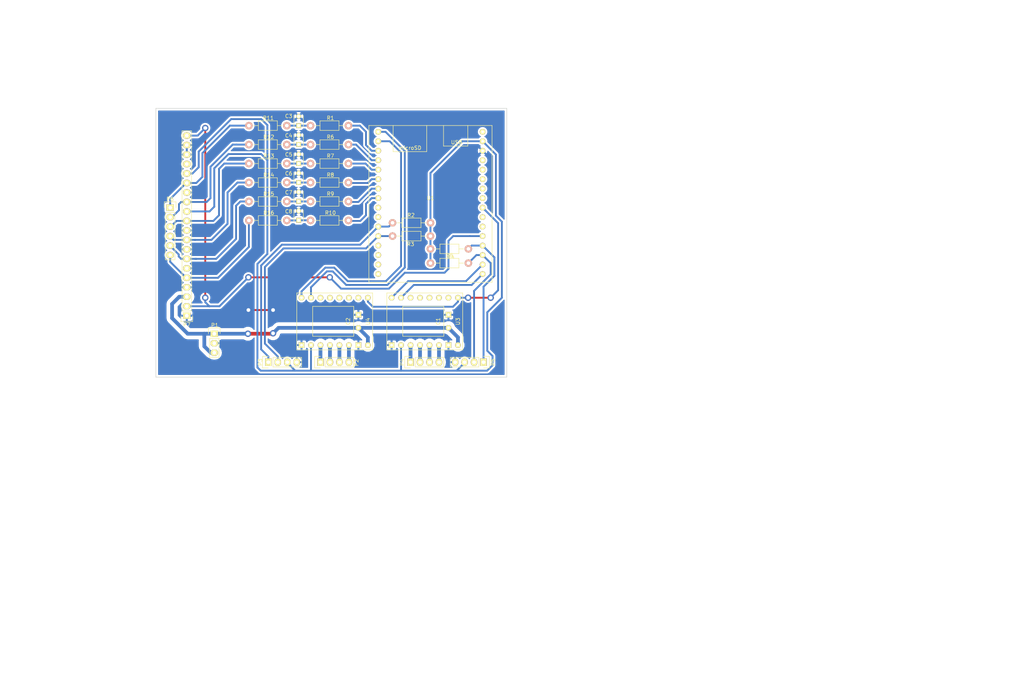
<source format=kicad_pcb>
(kicad_pcb (version 4) (host pcbnew 4.0.2+dfsg1-stable)

  (general
    (links 93)
    (no_connects 1)
    (area 15.24 13.97 289.560001 195.580001)
    (thickness 1.6)
    (drawings 4)
    (tracks 274)
    (zones 0)
    (modules 34)
    (nets 40)
  )

  (page A4)
  (layers
    (0 F.Cu signal)
    (31 B.Cu signal)
    (32 B.Adhes user)
    (33 F.Adhes user)
    (34 B.Paste user)
    (35 F.Paste user)
    (36 B.SilkS user)
    (37 F.SilkS user)
    (38 B.Mask user)
    (39 F.Mask user)
    (40 Dwgs.User user)
    (41 Cmts.User user)
    (42 Eco1.User user)
    (43 Eco2.User user)
    (44 Edge.Cuts user)
    (45 Margin user)
    (46 B.CrtYd user)
    (47 F.CrtYd user)
    (48 B.Fab user)
    (49 F.Fab user hide)
  )

  (setup
    (last_trace_width 0.5)
    (trace_clearance 0.5)
    (zone_clearance 0.508)
    (zone_45_only no)
    (trace_min 0.2)
    (segment_width 0.2)
    (edge_width 0.15)
    (via_size 1.7)
    (via_drill 1)
    (via_min_size 0.4)
    (via_min_drill 0.3)
    (uvia_size 0.3)
    (uvia_drill 0.1)
    (uvias_allowed no)
    (uvia_min_size 0.2)
    (uvia_min_drill 0.1)
    (pcb_text_width 0.3)
    (pcb_text_size 1.5 1.5)
    (mod_edge_width 0.15)
    (mod_text_size 1 1)
    (mod_text_width 0.15)
    (pad_size 1.524 1.524)
    (pad_drill 0.762)
    (pad_to_mask_clearance 0.2)
    (aux_axis_origin 0 0)
    (visible_elements FFFFEF7F)
    (pcbplotparams
      (layerselection 0x00000_80000000)
      (usegerberextensions false)
      (excludeedgelayer true)
      (linewidth 0.100000)
      (plotframeref false)
      (viasonmask false)
      (mode 1)
      (useauxorigin false)
      (hpglpennumber 1)
      (hpglpenspeed 20)
      (hpglpendiameter 15)
      (hpglpenoverlay 2)
      (psnegative false)
      (psa4output false)
      (plotreference false)
      (plotvalue false)
      (plotinvisibletext false)
      (padsonsilk false)
      (subtractmaskfromsilk false)
      (outputformat 1)
      (mirror false)
      (drillshape 0)
      (scaleselection 1)
      (outputdirectory /home/daan/Desktop/))
  )

  (net 0 "")
  (net 1 VCC)
  (net 2 GND)
  (net 3 /SICL)
  (net 4 /SIBK)
  (net 5 /CK)
  (net 6 /LAT)
  (net 7 +3V3)
  (net 8 /CH)
  (net 9 /NCHG)
  (net 10 /DAC_OUT)
  (net 11 /DIR_Y)
  (net 12 /STEP_Y)
  (net 13 /DIR_X)
  (net 14 /STEP_X)
  (net 15 /Y_1B)
  (net 16 /Y_1A)
  (net 17 /Y_2A)
  (net 18 /Y_2B)
  (net 19 /END_Y_MAX)
  (net 20 /END_Y_MIN)
  (net 21 /X_1B)
  (net 22 /X_1A)
  (net 23 /X_2A)
  (net 24 /X_2B)
  (net 25 /END_X_MAX)
  (net 26 /END_X_MIN)
  (net 27 /STEP_ENA)
  (net 28 "Net-(C3-Pad1)")
  (net 29 "Net-(C4-Pad1)")
  (net 30 "Net-(C5-Pad1)")
  (net 31 "Net-(C6-Pad1)")
  (net 32 "Net-(C7-Pad1)")
  (net 33 "Net-(C8-Pad1)")
  (net 34 /NCHG_F)
  (net 35 /CH_F)
  (net 36 /LAT_F)
  (net 37 /CK_F)
  (net 38 /SIBK_F)
  (net 39 /SICL_F)

  (net_class Default "This is the default net class."
    (clearance 0.5)
    (trace_width 0.5)
    (via_dia 1.7)
    (via_drill 1)
    (uvia_dia 0.3)
    (uvia_drill 0.1)
    (add_net +3V3)
    (add_net /CH)
    (add_net /CH_F)
    (add_net /CK)
    (add_net /CK_F)
    (add_net /DAC_OUT)
    (add_net /DIR_X)
    (add_net /DIR_Y)
    (add_net /END_X_MAX)
    (add_net /END_X_MIN)
    (add_net /END_Y_MAX)
    (add_net /END_Y_MIN)
    (add_net /LAT)
    (add_net /LAT_F)
    (add_net /NCHG)
    (add_net /NCHG_F)
    (add_net /SIBK)
    (add_net /SIBK_F)
    (add_net /SICL)
    (add_net /SICL_F)
    (add_net /STEP_ENA)
    (add_net /STEP_X)
    (add_net /STEP_Y)
    (add_net GND)
    (add_net "Net-(C3-Pad1)")
    (add_net "Net-(C4-Pad1)")
    (add_net "Net-(C5-Pad1)")
    (add_net "Net-(C6-Pad1)")
    (add_net "Net-(C7-Pad1)")
    (add_net "Net-(C8-Pad1)")
  )

  (net_class HV ""
    (clearance 1)
    (trace_width 1)
    (via_dia 1.7)
    (via_drill 1)
    (uvia_dia 0.3)
    (uvia_drill 0.1)
    (add_net VCC)
  )

  (net_class Stepper_current ""
    (clearance 1)
    (trace_width 1)
    (via_dia 1.7)
    (via_drill 1)
    (uvia_dia 0.3)
    (uvia_drill 0.1)
    (add_net /X_1A)
    (add_net /X_1B)
    (add_net /X_2A)
    (add_net /X_2B)
    (add_net /Y_1A)
    (add_net /Y_1B)
    (add_net /Y_2A)
    (add_net /Y_2B)
  )

  (module custom:Capacitor_D8_L11.5 (layer F.Cu) (tedit 5AE853CA) (tstamp 5B18F61C)
    (at 135.382 100.048 270)
    (path /5AE88D81)
    (fp_text reference C1 (at 0 2.75 270) (layer F.SilkS)
      (effects (font (size 1 1) (thickness 0.15)))
    )
    (fp_text value 100uF (at 5 6 360) (layer F.Fab)
      (effects (font (size 1 1) (thickness 0.15)))
    )
    (fp_line (start 4 12.25) (end 4 1.25) (layer F.SilkS) (width 0.15))
    (fp_line (start -4 12.25) (end 4 12.25) (layer F.SilkS) (width 0.15))
    (fp_line (start -4 1.25) (end -4 12.25) (layer F.SilkS) (width 0.15))
    (fp_line (start 4 1.25) (end -4 1.25) (layer F.SilkS) (width 0.15))
    (pad 1 thru_hole rect (at -1.75 0 270) (size 1.524 1.524) (drill 0.762) (layers *.Cu *.Mask F.SilkS)
      (net 2 GND))
    (pad 2 thru_hole circle (at 1.75 0 270) (size 1.524 1.524) (drill 0.762) (layers *.Cu *.Mask F.SilkS)
      (net 1 VCC))
  )

  (module custom:Capacitor_D8_L11.5 (layer F.Cu) (tedit 5AE853CA) (tstamp 5B18F622)
    (at 111.252 100.048 270)
    (path /5AE89111)
    (fp_text reference C2 (at 0 2.75 270) (layer F.SilkS)
      (effects (font (size 1 1) (thickness 0.15)))
    )
    (fp_text value 100uF (at 5 6 360) (layer F.Fab)
      (effects (font (size 1 1) (thickness 0.15)))
    )
    (fp_line (start 4 12.25) (end 4 1.25) (layer F.SilkS) (width 0.15))
    (fp_line (start -4 12.25) (end 4 12.25) (layer F.SilkS) (width 0.15))
    (fp_line (start -4 1.25) (end -4 12.25) (layer F.SilkS) (width 0.15))
    (fp_line (start 4 1.25) (end -4 1.25) (layer F.SilkS) (width 0.15))
    (pad 1 thru_hole rect (at -1.75 0 270) (size 1.524 1.524) (drill 0.762) (layers *.Cu *.Mask F.SilkS)
      (net 2 GND))
    (pad 2 thru_hole circle (at 1.75 0 270) (size 1.524 1.524) (drill 0.762) (layers *.Cu *.Mask F.SilkS)
      (net 1 VCC))
  )

  (module Capacitors_ThroughHole:C_Disc_D3_P2.5 (layer F.Cu) (tedit 0) (tstamp 5B18F628)
    (at 95.25 47.625 90)
    (descr "Capacitor 3mm Disc, Pitch 2.5mm")
    (tags Capacitor)
    (path /5B190303)
    (fp_text reference C3 (at 2.54 -2.667 180) (layer F.SilkS)
      (effects (font (size 1 1) (thickness 0.15)))
    )
    (fp_text value 10pF (at 1.25 2.5 90) (layer F.Fab)
      (effects (font (size 1 1) (thickness 0.15)))
    )
    (fp_line (start -0.9 -1.5) (end 3.4 -1.5) (layer F.CrtYd) (width 0.05))
    (fp_line (start 3.4 -1.5) (end 3.4 1.5) (layer F.CrtYd) (width 0.05))
    (fp_line (start 3.4 1.5) (end -0.9 1.5) (layer F.CrtYd) (width 0.05))
    (fp_line (start -0.9 1.5) (end -0.9 -1.5) (layer F.CrtYd) (width 0.05))
    (fp_line (start -0.25 -1.25) (end 2.75 -1.25) (layer F.SilkS) (width 0.15))
    (fp_line (start 2.75 1.25) (end -0.25 1.25) (layer F.SilkS) (width 0.15))
    (pad 1 thru_hole rect (at 0 0 90) (size 1.3 1.3) (drill 0.8) (layers *.Cu *.Mask F.SilkS)
      (net 28 "Net-(C3-Pad1)"))
    (pad 2 thru_hole circle (at 2.5 0 90) (size 1.3 1.3) (drill 0.8001) (layers *.Cu *.Mask F.SilkS)
      (net 2 GND))
    (model Capacitors_ThroughHole.3dshapes/C_Disc_D3_P2.5.wrl
      (at (xyz 0.0492126 0 0))
      (scale (xyz 1 1 1))
      (rotate (xyz 0 0 0))
    )
  )

  (module Capacitors_ThroughHole:C_Disc_D3_P2.5 (layer F.Cu) (tedit 0) (tstamp 5B18F62E)
    (at 95.25 52.665 90)
    (descr "Capacitor 3mm Disc, Pitch 2.5mm")
    (tags Capacitor)
    (path /5B1907FF)
    (fp_text reference C4 (at 2.373 -2.667 180) (layer F.SilkS)
      (effects (font (size 1 1) (thickness 0.15)))
    )
    (fp_text value 10pF (at 1.25 2.5 90) (layer F.Fab)
      (effects (font (size 1 1) (thickness 0.15)))
    )
    (fp_line (start -0.9 -1.5) (end 3.4 -1.5) (layer F.CrtYd) (width 0.05))
    (fp_line (start 3.4 -1.5) (end 3.4 1.5) (layer F.CrtYd) (width 0.05))
    (fp_line (start 3.4 1.5) (end -0.9 1.5) (layer F.CrtYd) (width 0.05))
    (fp_line (start -0.9 1.5) (end -0.9 -1.5) (layer F.CrtYd) (width 0.05))
    (fp_line (start -0.25 -1.25) (end 2.75 -1.25) (layer F.SilkS) (width 0.15))
    (fp_line (start 2.75 1.25) (end -0.25 1.25) (layer F.SilkS) (width 0.15))
    (pad 1 thru_hole rect (at 0 0 90) (size 1.3 1.3) (drill 0.8) (layers *.Cu *.Mask F.SilkS)
      (net 29 "Net-(C4-Pad1)"))
    (pad 2 thru_hole circle (at 2.5 0 90) (size 1.3 1.3) (drill 0.8001) (layers *.Cu *.Mask F.SilkS)
      (net 2 GND))
    (model Capacitors_ThroughHole.3dshapes/C_Disc_D3_P2.5.wrl
      (at (xyz 0.0492126 0 0))
      (scale (xyz 1 1 1))
      (rotate (xyz 0 0 0))
    )
  )

  (module Capacitors_ThroughHole:C_Disc_D3_P2.5 (layer F.Cu) (tedit 0) (tstamp 5B18F634)
    (at 95.25 57.785 90)
    (descr "Capacitor 3mm Disc, Pitch 2.5mm")
    (tags Capacitor)
    (path /5B190889)
    (fp_text reference C5 (at 2.413 -2.667 180) (layer F.SilkS)
      (effects (font (size 1 1) (thickness 0.15)))
    )
    (fp_text value 10pF (at 1.25 2.5 90) (layer F.Fab)
      (effects (font (size 1 1) (thickness 0.15)))
    )
    (fp_line (start -0.9 -1.5) (end 3.4 -1.5) (layer F.CrtYd) (width 0.05))
    (fp_line (start 3.4 -1.5) (end 3.4 1.5) (layer F.CrtYd) (width 0.05))
    (fp_line (start 3.4 1.5) (end -0.9 1.5) (layer F.CrtYd) (width 0.05))
    (fp_line (start -0.9 1.5) (end -0.9 -1.5) (layer F.CrtYd) (width 0.05))
    (fp_line (start -0.25 -1.25) (end 2.75 -1.25) (layer F.SilkS) (width 0.15))
    (fp_line (start 2.75 1.25) (end -0.25 1.25) (layer F.SilkS) (width 0.15))
    (pad 1 thru_hole rect (at 0 0 90) (size 1.3 1.3) (drill 0.8) (layers *.Cu *.Mask F.SilkS)
      (net 30 "Net-(C5-Pad1)"))
    (pad 2 thru_hole circle (at 2.5 0 90) (size 1.3 1.3) (drill 0.8001) (layers *.Cu *.Mask F.SilkS)
      (net 2 GND))
    (model Capacitors_ThroughHole.3dshapes/C_Disc_D3_P2.5.wrl
      (at (xyz 0.0492126 0 0))
      (scale (xyz 1 1 1))
      (rotate (xyz 0 0 0))
    )
  )

  (module Capacitors_ThroughHole:C_Disc_D3_P2.5 (layer F.Cu) (tedit 0) (tstamp 5B18F63A)
    (at 95.25 62.865 90)
    (descr "Capacitor 3mm Disc, Pitch 2.5mm")
    (tags Capacitor)
    (path /5B1908F8)
    (fp_text reference C6 (at 2.413 -2.667 180) (layer F.SilkS)
      (effects (font (size 1 1) (thickness 0.15)))
    )
    (fp_text value 10pF (at 1.25 2.5 90) (layer F.Fab)
      (effects (font (size 1 1) (thickness 0.15)))
    )
    (fp_line (start -0.9 -1.5) (end 3.4 -1.5) (layer F.CrtYd) (width 0.05))
    (fp_line (start 3.4 -1.5) (end 3.4 1.5) (layer F.CrtYd) (width 0.05))
    (fp_line (start 3.4 1.5) (end -0.9 1.5) (layer F.CrtYd) (width 0.05))
    (fp_line (start -0.9 1.5) (end -0.9 -1.5) (layer F.CrtYd) (width 0.05))
    (fp_line (start -0.25 -1.25) (end 2.75 -1.25) (layer F.SilkS) (width 0.15))
    (fp_line (start 2.75 1.25) (end -0.25 1.25) (layer F.SilkS) (width 0.15))
    (pad 1 thru_hole rect (at 0 0 90) (size 1.3 1.3) (drill 0.8) (layers *.Cu *.Mask F.SilkS)
      (net 31 "Net-(C6-Pad1)"))
    (pad 2 thru_hole circle (at 2.5 0 90) (size 1.3 1.3) (drill 0.8001) (layers *.Cu *.Mask F.SilkS)
      (net 2 GND))
    (model Capacitors_ThroughHole.3dshapes/C_Disc_D3_P2.5.wrl
      (at (xyz 0.0492126 0 0))
      (scale (xyz 1 1 1))
      (rotate (xyz 0 0 0))
    )
  )

  (module Capacitors_ThroughHole:C_Disc_D3_P2.5 (layer F.Cu) (tedit 0) (tstamp 5B18F640)
    (at 95.25 67.905 90)
    (descr "Capacitor 3mm Disc, Pitch 2.5mm")
    (tags Capacitor)
    (path /5B1909D3)
    (fp_text reference C7 (at 2.373 -2.667 180) (layer F.SilkS)
      (effects (font (size 1 1) (thickness 0.15)))
    )
    (fp_text value 10pF (at 1.25 2.5 90) (layer F.Fab)
      (effects (font (size 1 1) (thickness 0.15)))
    )
    (fp_line (start -0.9 -1.5) (end 3.4 -1.5) (layer F.CrtYd) (width 0.05))
    (fp_line (start 3.4 -1.5) (end 3.4 1.5) (layer F.CrtYd) (width 0.05))
    (fp_line (start 3.4 1.5) (end -0.9 1.5) (layer F.CrtYd) (width 0.05))
    (fp_line (start -0.9 1.5) (end -0.9 -1.5) (layer F.CrtYd) (width 0.05))
    (fp_line (start -0.25 -1.25) (end 2.75 -1.25) (layer F.SilkS) (width 0.15))
    (fp_line (start 2.75 1.25) (end -0.25 1.25) (layer F.SilkS) (width 0.15))
    (pad 1 thru_hole rect (at 0 0 90) (size 1.3 1.3) (drill 0.8) (layers *.Cu *.Mask F.SilkS)
      (net 32 "Net-(C7-Pad1)"))
    (pad 2 thru_hole circle (at 2.5 0 90) (size 1.3 1.3) (drill 0.8001) (layers *.Cu *.Mask F.SilkS)
      (net 2 GND))
    (model Capacitors_ThroughHole.3dshapes/C_Disc_D3_P2.5.wrl
      (at (xyz 0.0492126 0 0))
      (scale (xyz 1 1 1))
      (rotate (xyz 0 0 0))
    )
  )

  (module Capacitors_ThroughHole:C_Disc_D3_P2.5 (layer F.Cu) (tedit 0) (tstamp 5B18F646)
    (at 95.25 72.985 90)
    (descr "Capacitor 3mm Disc, Pitch 2.5mm")
    (tags Capacitor)
    (path /5B190A51)
    (fp_text reference C8 (at 2.373 -2.667 180) (layer F.SilkS)
      (effects (font (size 1 1) (thickness 0.15)))
    )
    (fp_text value 10pF (at 1.25 2.5 90) (layer F.Fab)
      (effects (font (size 1 1) (thickness 0.15)))
    )
    (fp_line (start -0.9 -1.5) (end 3.4 -1.5) (layer F.CrtYd) (width 0.05))
    (fp_line (start 3.4 -1.5) (end 3.4 1.5) (layer F.CrtYd) (width 0.05))
    (fp_line (start 3.4 1.5) (end -0.9 1.5) (layer F.CrtYd) (width 0.05))
    (fp_line (start -0.9 1.5) (end -0.9 -1.5) (layer F.CrtYd) (width 0.05))
    (fp_line (start -0.25 -1.25) (end 2.75 -1.25) (layer F.SilkS) (width 0.15))
    (fp_line (start 2.75 1.25) (end -0.25 1.25) (layer F.SilkS) (width 0.15))
    (pad 1 thru_hole rect (at 0 0 90) (size 1.3 1.3) (drill 0.8) (layers *.Cu *.Mask F.SilkS)
      (net 33 "Net-(C8-Pad1)"))
    (pad 2 thru_hole circle (at 2.5 0 90) (size 1.3 1.3) (drill 0.8001) (layers *.Cu *.Mask F.SilkS)
      (net 2 GND))
    (model Capacitors_ThroughHole.3dshapes/C_Disc_D3_P2.5.wrl
      (at (xyz 0.0492126 0 0))
      (scale (xyz 1 1 1))
      (rotate (xyz 0 0 0))
    )
  )

  (module Pin_Headers:Pin_Header_Straight_1x03 (layer F.Cu) (tedit 0) (tstamp 5B18F64D)
    (at 72.644 103.378)
    (descr "Through hole pin header")
    (tags "pin header")
    (path /5AE6CF5F)
    (fp_text reference P1 (at 0.127 -2.286) (layer F.SilkS)
      (effects (font (size 1 1) (thickness 0.15)))
    )
    (fp_text value PWR_SUPPLY (at 0 -3.1) (layer F.Fab)
      (effects (font (size 1 1) (thickness 0.15)))
    )
    (fp_line (start -1.75 -1.75) (end -1.75 6.85) (layer F.CrtYd) (width 0.05))
    (fp_line (start 1.75 -1.75) (end 1.75 6.85) (layer F.CrtYd) (width 0.05))
    (fp_line (start -1.75 -1.75) (end 1.75 -1.75) (layer F.CrtYd) (width 0.05))
    (fp_line (start -1.75 6.85) (end 1.75 6.85) (layer F.CrtYd) (width 0.05))
    (fp_line (start -1.27 1.27) (end -1.27 6.35) (layer F.SilkS) (width 0.15))
    (fp_line (start -1.27 6.35) (end 1.27 6.35) (layer F.SilkS) (width 0.15))
    (fp_line (start 1.27 6.35) (end 1.27 1.27) (layer F.SilkS) (width 0.15))
    (fp_line (start 1.55 -1.55) (end 1.55 0) (layer F.SilkS) (width 0.15))
    (fp_line (start 1.27 1.27) (end -1.27 1.27) (layer F.SilkS) (width 0.15))
    (fp_line (start -1.55 0) (end -1.55 -1.55) (layer F.SilkS) (width 0.15))
    (fp_line (start -1.55 -1.55) (end 1.55 -1.55) (layer F.SilkS) (width 0.15))
    (pad 1 thru_hole rect (at 0 0) (size 2.032 1.7272) (drill 1.016) (layers *.Cu *.Mask F.SilkS)
      (net 1 VCC))
    (pad 2 thru_hole oval (at 0 2.54) (size 2.032 1.7272) (drill 1.016) (layers *.Cu *.Mask F.SilkS)
      (net 2 GND))
    (pad 3 thru_hole oval (at 0 5.08) (size 2.032 1.7272) (drill 1.016) (layers *.Cu *.Mask F.SilkS)
      (net 1 VCC))
    (model Pin_Headers.3dshapes/Pin_Header_Straight_1x03.wrl
      (at (xyz 0 -0.1 0))
      (scale (xyz 1 1 1))
      (rotate (xyz 0 0 90))
    )
  )

  (module Pin_Headers:Pin_Header_Straight_1x04 locked (layer F.Cu) (tedit 0) (tstamp 5B18F655)
    (at 101.092 110.998 90)
    (descr "Through hole pin header")
    (tags "pin header")
    (path /5B1087A5)
    (fp_text reference P2 (at -0.127 9.652 90) (layer F.SilkS)
      (effects (font (size 1 1) (thickness 0.15)))
    )
    (fp_text value Y_COILS (at 0 -3.1 90) (layer F.Fab)
      (effects (font (size 1 1) (thickness 0.15)))
    )
    (fp_line (start -1.75 -1.75) (end -1.75 9.4) (layer F.CrtYd) (width 0.05))
    (fp_line (start 1.75 -1.75) (end 1.75 9.4) (layer F.CrtYd) (width 0.05))
    (fp_line (start -1.75 -1.75) (end 1.75 -1.75) (layer F.CrtYd) (width 0.05))
    (fp_line (start -1.75 9.4) (end 1.75 9.4) (layer F.CrtYd) (width 0.05))
    (fp_line (start -1.27 1.27) (end -1.27 8.89) (layer F.SilkS) (width 0.15))
    (fp_line (start 1.27 1.27) (end 1.27 8.89) (layer F.SilkS) (width 0.15))
    (fp_line (start 1.55 -1.55) (end 1.55 0) (layer F.SilkS) (width 0.15))
    (fp_line (start -1.27 8.89) (end 1.27 8.89) (layer F.SilkS) (width 0.15))
    (fp_line (start 1.27 1.27) (end -1.27 1.27) (layer F.SilkS) (width 0.15))
    (fp_line (start -1.55 0) (end -1.55 -1.55) (layer F.SilkS) (width 0.15))
    (fp_line (start -1.55 -1.55) (end 1.55 -1.55) (layer F.SilkS) (width 0.15))
    (pad 1 thru_hole rect (at 0 0 90) (size 2.032 1.7272) (drill 1.016) (layers *.Cu *.Mask F.SilkS)
      (net 15 /Y_1B))
    (pad 2 thru_hole oval (at 0 2.54 90) (size 2.032 1.7272) (drill 1.016) (layers *.Cu *.Mask F.SilkS)
      (net 16 /Y_1A))
    (pad 3 thru_hole oval (at 0 5.08 90) (size 2.032 1.7272) (drill 1.016) (layers *.Cu *.Mask F.SilkS)
      (net 17 /Y_2A))
    (pad 4 thru_hole oval (at 0 7.62 90) (size 2.032 1.7272) (drill 1.016) (layers *.Cu *.Mask F.SilkS)
      (net 18 /Y_2B))
    (model Pin_Headers.3dshapes/Pin_Header_Straight_1x04.wrl
      (at (xyz 0 -0.15 0))
      (scale (xyz 1 1 1))
      (rotate (xyz 0 0 90))
    )
  )

  (module Pin_Headers:Pin_Header_Straight_1x04 (layer F.Cu) (tedit 0) (tstamp 5B18F65D)
    (at 87.122 110.998 90)
    (descr "Through hole pin header")
    (tags "pin header")
    (path /5B108687)
    (fp_text reference P3 (at 0 -2.159 90) (layer F.SilkS)
      (effects (font (size 1 1) (thickness 0.15)))
    )
    (fp_text value Y_ENDSTOP (at 0 -3.1 90) (layer F.Fab)
      (effects (font (size 1 1) (thickness 0.15)))
    )
    (fp_line (start -1.75 -1.75) (end -1.75 9.4) (layer F.CrtYd) (width 0.05))
    (fp_line (start 1.75 -1.75) (end 1.75 9.4) (layer F.CrtYd) (width 0.05))
    (fp_line (start -1.75 -1.75) (end 1.75 -1.75) (layer F.CrtYd) (width 0.05))
    (fp_line (start -1.75 9.4) (end 1.75 9.4) (layer F.CrtYd) (width 0.05))
    (fp_line (start -1.27 1.27) (end -1.27 8.89) (layer F.SilkS) (width 0.15))
    (fp_line (start 1.27 1.27) (end 1.27 8.89) (layer F.SilkS) (width 0.15))
    (fp_line (start 1.55 -1.55) (end 1.55 0) (layer F.SilkS) (width 0.15))
    (fp_line (start -1.27 8.89) (end 1.27 8.89) (layer F.SilkS) (width 0.15))
    (fp_line (start 1.27 1.27) (end -1.27 1.27) (layer F.SilkS) (width 0.15))
    (fp_line (start -1.55 0) (end -1.55 -1.55) (layer F.SilkS) (width 0.15))
    (fp_line (start -1.55 -1.55) (end 1.55 -1.55) (layer F.SilkS) (width 0.15))
    (pad 1 thru_hole rect (at 0 0 90) (size 2.032 1.7272) (drill 1.016) (layers *.Cu *.Mask F.SilkS)
      (net 19 /END_Y_MAX))
    (pad 2 thru_hole oval (at 0 2.54 90) (size 2.032 1.7272) (drill 1.016) (layers *.Cu *.Mask F.SilkS)
      (net 20 /END_Y_MIN))
    (pad 3 thru_hole oval (at 0 5.08 90) (size 2.032 1.7272) (drill 1.016) (layers *.Cu *.Mask F.SilkS)
      (net 7 +3V3))
    (pad 4 thru_hole oval (at 0 7.62 90) (size 2.032 1.7272) (drill 1.016) (layers *.Cu *.Mask F.SilkS)
      (net 2 GND))
    (model Pin_Headers.3dshapes/Pin_Header_Straight_1x04.wrl
      (at (xyz 0 -0.15 0))
      (scale (xyz 1 1 1))
      (rotate (xyz 0 0 90))
    )
  )

  (module Pin_Headers:Pin_Header_Straight_1x04 locked (layer F.Cu) (tedit 0) (tstamp 5B18F665)
    (at 125.222 110.998 90)
    (descr "Through hole pin header")
    (tags "pin header")
    (path /5B108874)
    (fp_text reference P4 (at 0 -2.286 90) (layer F.SilkS)
      (effects (font (size 1 1) (thickness 0.15)))
    )
    (fp_text value X_COILS (at 0 -3.1 90) (layer F.Fab)
      (effects (font (size 1 1) (thickness 0.15)))
    )
    (fp_line (start -1.75 -1.75) (end -1.75 9.4) (layer F.CrtYd) (width 0.05))
    (fp_line (start 1.75 -1.75) (end 1.75 9.4) (layer F.CrtYd) (width 0.05))
    (fp_line (start -1.75 -1.75) (end 1.75 -1.75) (layer F.CrtYd) (width 0.05))
    (fp_line (start -1.75 9.4) (end 1.75 9.4) (layer F.CrtYd) (width 0.05))
    (fp_line (start -1.27 1.27) (end -1.27 8.89) (layer F.SilkS) (width 0.15))
    (fp_line (start 1.27 1.27) (end 1.27 8.89) (layer F.SilkS) (width 0.15))
    (fp_line (start 1.55 -1.55) (end 1.55 0) (layer F.SilkS) (width 0.15))
    (fp_line (start -1.27 8.89) (end 1.27 8.89) (layer F.SilkS) (width 0.15))
    (fp_line (start 1.27 1.27) (end -1.27 1.27) (layer F.SilkS) (width 0.15))
    (fp_line (start -1.55 0) (end -1.55 -1.55) (layer F.SilkS) (width 0.15))
    (fp_line (start -1.55 -1.55) (end 1.55 -1.55) (layer F.SilkS) (width 0.15))
    (pad 1 thru_hole rect (at 0 0 90) (size 2.032 1.7272) (drill 1.016) (layers *.Cu *.Mask F.SilkS)
      (net 21 /X_1B))
    (pad 2 thru_hole oval (at 0 2.54 90) (size 2.032 1.7272) (drill 1.016) (layers *.Cu *.Mask F.SilkS)
      (net 22 /X_1A))
    (pad 3 thru_hole oval (at 0 5.08 90) (size 2.032 1.7272) (drill 1.016) (layers *.Cu *.Mask F.SilkS)
      (net 23 /X_2A))
    (pad 4 thru_hole oval (at 0 7.62 90) (size 2.032 1.7272) (drill 1.016) (layers *.Cu *.Mask F.SilkS)
      (net 24 /X_2B))
    (model Pin_Headers.3dshapes/Pin_Header_Straight_1x04.wrl
      (at (xyz 0 -0.15 0))
      (scale (xyz 1 1 1))
      (rotate (xyz 0 0 90))
    )
  )

  (module Pin_Headers:Pin_Header_Straight_1x04 (layer F.Cu) (tedit 0) (tstamp 5B18F66D)
    (at 144.78 110.998 270)
    (descr "Through hole pin header")
    (tags "pin header")
    (path /5B1087F6)
    (fp_text reference P5 (at 0 -2.54 270) (layer F.SilkS)
      (effects (font (size 1 1) (thickness 0.15)))
    )
    (fp_text value X_ENDSTOP (at 0 -3.1 270) (layer F.Fab)
      (effects (font (size 1 1) (thickness 0.15)))
    )
    (fp_line (start -1.75 -1.75) (end -1.75 9.4) (layer F.CrtYd) (width 0.05))
    (fp_line (start 1.75 -1.75) (end 1.75 9.4) (layer F.CrtYd) (width 0.05))
    (fp_line (start -1.75 -1.75) (end 1.75 -1.75) (layer F.CrtYd) (width 0.05))
    (fp_line (start -1.75 9.4) (end 1.75 9.4) (layer F.CrtYd) (width 0.05))
    (fp_line (start -1.27 1.27) (end -1.27 8.89) (layer F.SilkS) (width 0.15))
    (fp_line (start 1.27 1.27) (end 1.27 8.89) (layer F.SilkS) (width 0.15))
    (fp_line (start 1.55 -1.55) (end 1.55 0) (layer F.SilkS) (width 0.15))
    (fp_line (start -1.27 8.89) (end 1.27 8.89) (layer F.SilkS) (width 0.15))
    (fp_line (start 1.27 1.27) (end -1.27 1.27) (layer F.SilkS) (width 0.15))
    (fp_line (start -1.55 0) (end -1.55 -1.55) (layer F.SilkS) (width 0.15))
    (fp_line (start -1.55 -1.55) (end 1.55 -1.55) (layer F.SilkS) (width 0.15))
    (pad 1 thru_hole rect (at 0 0 270) (size 2.032 1.7272) (drill 1.016) (layers *.Cu *.Mask F.SilkS)
      (net 25 /END_X_MAX))
    (pad 2 thru_hole oval (at 0 2.54 270) (size 2.032 1.7272) (drill 1.016) (layers *.Cu *.Mask F.SilkS)
      (net 26 /END_X_MIN))
    (pad 3 thru_hole oval (at 0 5.08 270) (size 2.032 1.7272) (drill 1.016) (layers *.Cu *.Mask F.SilkS)
      (net 7 +3V3))
    (pad 4 thru_hole oval (at 0 7.62 270) (size 2.032 1.7272) (drill 1.016) (layers *.Cu *.Mask F.SilkS)
      (net 2 GND))
    (model Pin_Headers.3dshapes/Pin_Header_Straight_1x04.wrl
      (at (xyz 0 -0.15 0))
      (scale (xyz 1 1 1))
      (rotate (xyz 0 0 90))
    )
  )

  (module Pin_Headers:Pin_Header_Straight_1x06 (layer F.Cu) (tedit 0) (tstamp 5B18F677)
    (at 60.833 69.596)
    (descr "Through hole pin header")
    (tags "pin header")
    (path /5B19400B)
    (fp_text reference P6 (at 0 -2.286) (layer F.SilkS)
      (effects (font (size 1 1) (thickness 0.15)))
    )
    (fp_text value TEST_HEADER (at 0 -3.1) (layer F.Fab)
      (effects (font (size 1 1) (thickness 0.15)))
    )
    (fp_line (start -1.75 -1.75) (end -1.75 14.45) (layer F.CrtYd) (width 0.05))
    (fp_line (start 1.75 -1.75) (end 1.75 14.45) (layer F.CrtYd) (width 0.05))
    (fp_line (start -1.75 -1.75) (end 1.75 -1.75) (layer F.CrtYd) (width 0.05))
    (fp_line (start -1.75 14.45) (end 1.75 14.45) (layer F.CrtYd) (width 0.05))
    (fp_line (start 1.27 1.27) (end 1.27 13.97) (layer F.SilkS) (width 0.15))
    (fp_line (start 1.27 13.97) (end -1.27 13.97) (layer F.SilkS) (width 0.15))
    (fp_line (start -1.27 13.97) (end -1.27 1.27) (layer F.SilkS) (width 0.15))
    (fp_line (start 1.55 -1.55) (end 1.55 0) (layer F.SilkS) (width 0.15))
    (fp_line (start 1.27 1.27) (end -1.27 1.27) (layer F.SilkS) (width 0.15))
    (fp_line (start -1.55 0) (end -1.55 -1.55) (layer F.SilkS) (width 0.15))
    (fp_line (start -1.55 -1.55) (end 1.55 -1.55) (layer F.SilkS) (width 0.15))
    (pad 1 thru_hole rect (at 0 0) (size 2.032 1.7272) (drill 1.016) (layers *.Cu *.Mask F.SilkS)
      (net 34 /NCHG_F))
    (pad 2 thru_hole oval (at 0 2.54) (size 2.032 1.7272) (drill 1.016) (layers *.Cu *.Mask F.SilkS)
      (net 35 /CH_F))
    (pad 3 thru_hole oval (at 0 5.08) (size 2.032 1.7272) (drill 1.016) (layers *.Cu *.Mask F.SilkS)
      (net 36 /LAT_F))
    (pad 4 thru_hole oval (at 0 7.62) (size 2.032 1.7272) (drill 1.016) (layers *.Cu *.Mask F.SilkS)
      (net 37 /CK_F))
    (pad 5 thru_hole oval (at 0 10.16) (size 2.032 1.7272) (drill 1.016) (layers *.Cu *.Mask F.SilkS)
      (net 38 /SIBK_F))
    (pad 6 thru_hole oval (at 0 12.7) (size 2.032 1.7272) (drill 1.016) (layers *.Cu *.Mask F.SilkS)
      (net 39 /SICL_F))
    (model Pin_Headers.3dshapes/Pin_Header_Straight_1x06.wrl
      (at (xyz 0 -0.25 0))
      (scale (xyz 1 1 1))
      (rotate (xyz 0 0 90))
    )
  )

  (module Resistors_ThroughHole:Resistor_Horizontal_RM10mm (layer F.Cu) (tedit 56648415) (tstamp 5B18F696)
    (at 98.425 47.625)
    (descr "Resistor, Axial,  RM 10mm, 1/3W")
    (tags "Resistor Axial RM 10mm 1/3W")
    (path /5B190BCD)
    (fp_text reference R1 (at 5.334 -2.032) (layer F.SilkS)
      (effects (font (size 1 1) (thickness 0.15)))
    )
    (fp_text value 1K (at 5.08 3.81) (layer F.Fab)
      (effects (font (size 1 1) (thickness 0.15)))
    )
    (fp_line (start -1.25 -1.5) (end 11.4 -1.5) (layer F.CrtYd) (width 0.05))
    (fp_line (start -1.25 1.5) (end -1.25 -1.5) (layer F.CrtYd) (width 0.05))
    (fp_line (start 11.4 -1.5) (end 11.4 1.5) (layer F.CrtYd) (width 0.05))
    (fp_line (start -1.25 1.5) (end 11.4 1.5) (layer F.CrtYd) (width 0.05))
    (fp_line (start 2.54 -1.27) (end 7.62 -1.27) (layer F.SilkS) (width 0.15))
    (fp_line (start 7.62 -1.27) (end 7.62 1.27) (layer F.SilkS) (width 0.15))
    (fp_line (start 7.62 1.27) (end 2.54 1.27) (layer F.SilkS) (width 0.15))
    (fp_line (start 2.54 1.27) (end 2.54 -1.27) (layer F.SilkS) (width 0.15))
    (fp_line (start 2.54 0) (end 1.27 0) (layer F.SilkS) (width 0.15))
    (fp_line (start 7.62 0) (end 8.89 0) (layer F.SilkS) (width 0.15))
    (pad 1 thru_hole circle (at 0 0) (size 1.99898 1.99898) (drill 1.00076) (layers *.Cu *.SilkS *.Mask)
      (net 28 "Net-(C3-Pad1)"))
    (pad 2 thru_hole circle (at 10.16 0) (size 1.99898 1.99898) (drill 1.00076) (layers *.Cu *.SilkS *.Mask)
      (net 9 /NCHG))
    (model Resistors_ThroughHole.3dshapes/Resistor_Horizontal_RM10mm.wrl
      (at (xyz 0 0 0))
      (scale (xyz 0.4 0.4 0.4))
      (rotate (xyz 0 0 0))
    )
  )

  (module custom:Resistor_Horizontal_RM10mm (layer F.Cu) (tedit 56648415) (tstamp 5B18F69C)
    (at 130.556 73.66 180)
    (descr "Resistor, Axial,  RM 10mm, 1/3W")
    (tags "Resistor Axial RM 10mm 1/3W")
    (path /5AE8645A)
    (fp_text reference R2 (at 5.207 2.032 180) (layer F.SilkS)
      (effects (font (size 1 1) (thickness 0.15)))
    )
    (fp_text value 100K (at 5.08 3.81 180) (layer F.Fab)
      (effects (font (size 1 1) (thickness 0.15)))
    )
    (fp_line (start -1.25 -1.5) (end 11.4 -1.5) (layer F.CrtYd) (width 0.05))
    (fp_line (start -1.25 1.5) (end -1.25 -1.5) (layer F.CrtYd) (width 0.05))
    (fp_line (start 11.4 -1.5) (end 11.4 1.5) (layer F.CrtYd) (width 0.05))
    (fp_line (start -1.25 1.5) (end 11.4 1.5) (layer F.CrtYd) (width 0.05))
    (fp_line (start 2.54 -1.27) (end 7.62 -1.27) (layer F.SilkS) (width 0.15))
    (fp_line (start 7.62 -1.27) (end 7.62 1.27) (layer F.SilkS) (width 0.15))
    (fp_line (start 7.62 1.27) (end 2.54 1.27) (layer F.SilkS) (width 0.15))
    (fp_line (start 2.54 1.27) (end 2.54 -1.27) (layer F.SilkS) (width 0.15))
    (fp_line (start 2.54 0) (end 1.27 0) (layer F.SilkS) (width 0.15))
    (fp_line (start 7.62 0) (end 8.89 0) (layer F.SilkS) (width 0.15))
    (pad 1 thru_hole circle (at 0 0 180) (size 1.99898 1.99898) (drill 1.00076) (layers *.Cu *.SilkS *.Mask)
      (net 7 +3V3))
    (pad 2 thru_hole circle (at 10.16 0 180) (size 1.99898 1.99898) (drill 1.00076) (layers *.Cu *.SilkS *.Mask)
      (net 19 /END_Y_MAX))
    (model Resistors_ThroughHole.3dshapes/Resistor_Horizontal_RM10mm.wrl
      (at (xyz 0.2 0 0))
      (scale (xyz 0.4 0.4 0.4))
      (rotate (xyz 0 0 0))
    )
  )

  (module custom:Resistor_Horizontal_RM10mm (layer F.Cu) (tedit 56648415) (tstamp 5B18F6A2)
    (at 130.556 77.216 180)
    (descr "Resistor, Axial,  RM 10mm, 1/3W")
    (tags "Resistor Axial RM 10mm 1/3W")
    (path /5AE86D6A)
    (fp_text reference R3 (at 5.334 -2.159 180) (layer F.SilkS)
      (effects (font (size 1 1) (thickness 0.15)))
    )
    (fp_text value 100K (at 5.08 3.81 180) (layer F.Fab)
      (effects (font (size 1 1) (thickness 0.15)))
    )
    (fp_line (start -1.25 -1.5) (end 11.4 -1.5) (layer F.CrtYd) (width 0.05))
    (fp_line (start -1.25 1.5) (end -1.25 -1.5) (layer F.CrtYd) (width 0.05))
    (fp_line (start 11.4 -1.5) (end 11.4 1.5) (layer F.CrtYd) (width 0.05))
    (fp_line (start -1.25 1.5) (end 11.4 1.5) (layer F.CrtYd) (width 0.05))
    (fp_line (start 2.54 -1.27) (end 7.62 -1.27) (layer F.SilkS) (width 0.15))
    (fp_line (start 7.62 -1.27) (end 7.62 1.27) (layer F.SilkS) (width 0.15))
    (fp_line (start 7.62 1.27) (end 2.54 1.27) (layer F.SilkS) (width 0.15))
    (fp_line (start 2.54 1.27) (end 2.54 -1.27) (layer F.SilkS) (width 0.15))
    (fp_line (start 2.54 0) (end 1.27 0) (layer F.SilkS) (width 0.15))
    (fp_line (start 7.62 0) (end 8.89 0) (layer F.SilkS) (width 0.15))
    (pad 1 thru_hole circle (at 0 0 180) (size 1.99898 1.99898) (drill 1.00076) (layers *.Cu *.SilkS *.Mask)
      (net 7 +3V3))
    (pad 2 thru_hole circle (at 10.16 0 180) (size 1.99898 1.99898) (drill 1.00076) (layers *.Cu *.SilkS *.Mask)
      (net 20 /END_Y_MIN))
    (model Resistors_ThroughHole.3dshapes/Resistor_Horizontal_RM10mm.wrl
      (at (xyz 0.2 0 0))
      (scale (xyz 0.4 0.4 0.4))
      (rotate (xyz 0 0 0))
    )
  )

  (module custom:Resistor_Horizontal_RM10mm (layer F.Cu) (tedit 56648415) (tstamp 5B18F6A8)
    (at 130.556 80.645)
    (descr "Resistor, Axial,  RM 10mm, 1/3W")
    (tags "Resistor Axial RM 10mm 1/3W")
    (path /5AE86DB2)
    (fp_text reference R4 (at 5.461 2.159) (layer F.SilkS)
      (effects (font (size 1 1) (thickness 0.15)))
    )
    (fp_text value 100K (at 5.08 3.81) (layer F.Fab)
      (effects (font (size 1 1) (thickness 0.15)))
    )
    (fp_line (start -1.25 -1.5) (end 11.4 -1.5) (layer F.CrtYd) (width 0.05))
    (fp_line (start -1.25 1.5) (end -1.25 -1.5) (layer F.CrtYd) (width 0.05))
    (fp_line (start 11.4 -1.5) (end 11.4 1.5) (layer F.CrtYd) (width 0.05))
    (fp_line (start -1.25 1.5) (end 11.4 1.5) (layer F.CrtYd) (width 0.05))
    (fp_line (start 2.54 -1.27) (end 7.62 -1.27) (layer F.SilkS) (width 0.15))
    (fp_line (start 7.62 -1.27) (end 7.62 1.27) (layer F.SilkS) (width 0.15))
    (fp_line (start 7.62 1.27) (end 2.54 1.27) (layer F.SilkS) (width 0.15))
    (fp_line (start 2.54 1.27) (end 2.54 -1.27) (layer F.SilkS) (width 0.15))
    (fp_line (start 2.54 0) (end 1.27 0) (layer F.SilkS) (width 0.15))
    (fp_line (start 7.62 0) (end 8.89 0) (layer F.SilkS) (width 0.15))
    (pad 1 thru_hole circle (at 0 0) (size 1.99898 1.99898) (drill 1.00076) (layers *.Cu *.SilkS *.Mask)
      (net 7 +3V3))
    (pad 2 thru_hole circle (at 10.16 0) (size 1.99898 1.99898) (drill 1.00076) (layers *.Cu *.SilkS *.Mask)
      (net 25 /END_X_MAX))
    (model Resistors_ThroughHole.3dshapes/Resistor_Horizontal_RM10mm.wrl
      (at (xyz 0.2 0 0))
      (scale (xyz 0.4 0.4 0.4))
      (rotate (xyz 0 0 0))
    )
  )

  (module custom:Resistor_Horizontal_RM10mm (layer F.Cu) (tedit 56648415) (tstamp 5B18F6AE)
    (at 130.556 84.455)
    (descr "Resistor, Axial,  RM 10mm, 1/3W")
    (tags "Resistor Axial RM 10mm 1/3W")
    (path /5AE86E01)
    (fp_text reference R5 (at 5.207 -2.032) (layer F.SilkS)
      (effects (font (size 1 1) (thickness 0.15)))
    )
    (fp_text value 100K (at 5.08 3.81) (layer F.Fab)
      (effects (font (size 1 1) (thickness 0.15)))
    )
    (fp_line (start -1.25 -1.5) (end 11.4 -1.5) (layer F.CrtYd) (width 0.05))
    (fp_line (start -1.25 1.5) (end -1.25 -1.5) (layer F.CrtYd) (width 0.05))
    (fp_line (start 11.4 -1.5) (end 11.4 1.5) (layer F.CrtYd) (width 0.05))
    (fp_line (start -1.25 1.5) (end 11.4 1.5) (layer F.CrtYd) (width 0.05))
    (fp_line (start 2.54 -1.27) (end 7.62 -1.27) (layer F.SilkS) (width 0.15))
    (fp_line (start 7.62 -1.27) (end 7.62 1.27) (layer F.SilkS) (width 0.15))
    (fp_line (start 7.62 1.27) (end 2.54 1.27) (layer F.SilkS) (width 0.15))
    (fp_line (start 2.54 1.27) (end 2.54 -1.27) (layer F.SilkS) (width 0.15))
    (fp_line (start 2.54 0) (end 1.27 0) (layer F.SilkS) (width 0.15))
    (fp_line (start 7.62 0) (end 8.89 0) (layer F.SilkS) (width 0.15))
    (pad 1 thru_hole circle (at 0 0) (size 1.99898 1.99898) (drill 1.00076) (layers *.Cu *.SilkS *.Mask)
      (net 7 +3V3))
    (pad 2 thru_hole circle (at 10.16 0) (size 1.99898 1.99898) (drill 1.00076) (layers *.Cu *.SilkS *.Mask)
      (net 26 /END_X_MIN))
    (model Resistors_ThroughHole.3dshapes/Resistor_Horizontal_RM10mm.wrl
      (at (xyz 0.2 0 0))
      (scale (xyz 0.4 0.4 0.4))
      (rotate (xyz 0 0 0))
    )
  )

  (module Resistors_ThroughHole:Resistor_Horizontal_RM10mm (layer F.Cu) (tedit 56648415) (tstamp 5B18F6B4)
    (at 98.425 52.705)
    (descr "Resistor, Axial,  RM 10mm, 1/3W")
    (tags "Resistor Axial RM 10mm 1/3W")
    (path /5B192166)
    (fp_text reference R6 (at 5.334 -2.032) (layer F.SilkS)
      (effects (font (size 1 1) (thickness 0.15)))
    )
    (fp_text value 1K (at 5.08 3.81) (layer F.Fab)
      (effects (font (size 1 1) (thickness 0.15)))
    )
    (fp_line (start -1.25 -1.5) (end 11.4 -1.5) (layer F.CrtYd) (width 0.05))
    (fp_line (start -1.25 1.5) (end -1.25 -1.5) (layer F.CrtYd) (width 0.05))
    (fp_line (start 11.4 -1.5) (end 11.4 1.5) (layer F.CrtYd) (width 0.05))
    (fp_line (start -1.25 1.5) (end 11.4 1.5) (layer F.CrtYd) (width 0.05))
    (fp_line (start 2.54 -1.27) (end 7.62 -1.27) (layer F.SilkS) (width 0.15))
    (fp_line (start 7.62 -1.27) (end 7.62 1.27) (layer F.SilkS) (width 0.15))
    (fp_line (start 7.62 1.27) (end 2.54 1.27) (layer F.SilkS) (width 0.15))
    (fp_line (start 2.54 1.27) (end 2.54 -1.27) (layer F.SilkS) (width 0.15))
    (fp_line (start 2.54 0) (end 1.27 0) (layer F.SilkS) (width 0.15))
    (fp_line (start 7.62 0) (end 8.89 0) (layer F.SilkS) (width 0.15))
    (pad 1 thru_hole circle (at 0 0) (size 1.99898 1.99898) (drill 1.00076) (layers *.Cu *.SilkS *.Mask)
      (net 29 "Net-(C4-Pad1)"))
    (pad 2 thru_hole circle (at 10.16 0) (size 1.99898 1.99898) (drill 1.00076) (layers *.Cu *.SilkS *.Mask)
      (net 8 /CH))
    (model Resistors_ThroughHole.3dshapes/Resistor_Horizontal_RM10mm.wrl
      (at (xyz 0 0 0))
      (scale (xyz 0.4 0.4 0.4))
      (rotate (xyz 0 0 0))
    )
  )

  (module Resistors_ThroughHole:Resistor_Horizontal_RM10mm (layer F.Cu) (tedit 56648415) (tstamp 5B18F6BA)
    (at 98.425 57.785)
    (descr "Resistor, Axial,  RM 10mm, 1/3W")
    (tags "Resistor Axial RM 10mm 1/3W")
    (path /5B19225F)
    (fp_text reference R7 (at 5.334 -2.032) (layer F.SilkS)
      (effects (font (size 1 1) (thickness 0.15)))
    )
    (fp_text value 1K (at 5.08 3.81) (layer F.Fab)
      (effects (font (size 1 1) (thickness 0.15)))
    )
    (fp_line (start -1.25 -1.5) (end 11.4 -1.5) (layer F.CrtYd) (width 0.05))
    (fp_line (start -1.25 1.5) (end -1.25 -1.5) (layer F.CrtYd) (width 0.05))
    (fp_line (start 11.4 -1.5) (end 11.4 1.5) (layer F.CrtYd) (width 0.05))
    (fp_line (start -1.25 1.5) (end 11.4 1.5) (layer F.CrtYd) (width 0.05))
    (fp_line (start 2.54 -1.27) (end 7.62 -1.27) (layer F.SilkS) (width 0.15))
    (fp_line (start 7.62 -1.27) (end 7.62 1.27) (layer F.SilkS) (width 0.15))
    (fp_line (start 7.62 1.27) (end 2.54 1.27) (layer F.SilkS) (width 0.15))
    (fp_line (start 2.54 1.27) (end 2.54 -1.27) (layer F.SilkS) (width 0.15))
    (fp_line (start 2.54 0) (end 1.27 0) (layer F.SilkS) (width 0.15))
    (fp_line (start 7.62 0) (end 8.89 0) (layer F.SilkS) (width 0.15))
    (pad 1 thru_hole circle (at 0 0) (size 1.99898 1.99898) (drill 1.00076) (layers *.Cu *.SilkS *.Mask)
      (net 30 "Net-(C5-Pad1)"))
    (pad 2 thru_hole circle (at 10.16 0) (size 1.99898 1.99898) (drill 1.00076) (layers *.Cu *.SilkS *.Mask)
      (net 6 /LAT))
    (model Resistors_ThroughHole.3dshapes/Resistor_Horizontal_RM10mm.wrl
      (at (xyz 0 0 0))
      (scale (xyz 0.4 0.4 0.4))
      (rotate (xyz 0 0 0))
    )
  )

  (module Resistors_ThroughHole:Resistor_Horizontal_RM10mm (layer F.Cu) (tedit 56648415) (tstamp 5B18F6C0)
    (at 98.425 62.865)
    (descr "Resistor, Axial,  RM 10mm, 1/3W")
    (tags "Resistor Axial RM 10mm 1/3W")
    (path /5B1924F5)
    (fp_text reference R8 (at 5.334 -2.032) (layer F.SilkS)
      (effects (font (size 1 1) (thickness 0.15)))
    )
    (fp_text value 1K (at 5.08 3.81) (layer F.Fab)
      (effects (font (size 1 1) (thickness 0.15)))
    )
    (fp_line (start -1.25 -1.5) (end 11.4 -1.5) (layer F.CrtYd) (width 0.05))
    (fp_line (start -1.25 1.5) (end -1.25 -1.5) (layer F.CrtYd) (width 0.05))
    (fp_line (start 11.4 -1.5) (end 11.4 1.5) (layer F.CrtYd) (width 0.05))
    (fp_line (start -1.25 1.5) (end 11.4 1.5) (layer F.CrtYd) (width 0.05))
    (fp_line (start 2.54 -1.27) (end 7.62 -1.27) (layer F.SilkS) (width 0.15))
    (fp_line (start 7.62 -1.27) (end 7.62 1.27) (layer F.SilkS) (width 0.15))
    (fp_line (start 7.62 1.27) (end 2.54 1.27) (layer F.SilkS) (width 0.15))
    (fp_line (start 2.54 1.27) (end 2.54 -1.27) (layer F.SilkS) (width 0.15))
    (fp_line (start 2.54 0) (end 1.27 0) (layer F.SilkS) (width 0.15))
    (fp_line (start 7.62 0) (end 8.89 0) (layer F.SilkS) (width 0.15))
    (pad 1 thru_hole circle (at 0 0) (size 1.99898 1.99898) (drill 1.00076) (layers *.Cu *.SilkS *.Mask)
      (net 31 "Net-(C6-Pad1)"))
    (pad 2 thru_hole circle (at 10.16 0) (size 1.99898 1.99898) (drill 1.00076) (layers *.Cu *.SilkS *.Mask)
      (net 5 /CK))
    (model Resistors_ThroughHole.3dshapes/Resistor_Horizontal_RM10mm.wrl
      (at (xyz 0 0 0))
      (scale (xyz 0.4 0.4 0.4))
      (rotate (xyz 0 0 0))
    )
  )

  (module Resistors_ThroughHole:Resistor_Horizontal_RM10mm (layer F.Cu) (tedit 56648415) (tstamp 5B18F6C6)
    (at 98.425 67.945)
    (descr "Resistor, Axial,  RM 10mm, 1/3W")
    (tags "Resistor Axial RM 10mm 1/3W")
    (path /5B192568)
    (fp_text reference R9 (at 5.334 -2.032) (layer F.SilkS)
      (effects (font (size 1 1) (thickness 0.15)))
    )
    (fp_text value 1K (at 5.08 3.81) (layer F.Fab)
      (effects (font (size 1 1) (thickness 0.15)))
    )
    (fp_line (start -1.25 -1.5) (end 11.4 -1.5) (layer F.CrtYd) (width 0.05))
    (fp_line (start -1.25 1.5) (end -1.25 -1.5) (layer F.CrtYd) (width 0.05))
    (fp_line (start 11.4 -1.5) (end 11.4 1.5) (layer F.CrtYd) (width 0.05))
    (fp_line (start -1.25 1.5) (end 11.4 1.5) (layer F.CrtYd) (width 0.05))
    (fp_line (start 2.54 -1.27) (end 7.62 -1.27) (layer F.SilkS) (width 0.15))
    (fp_line (start 7.62 -1.27) (end 7.62 1.27) (layer F.SilkS) (width 0.15))
    (fp_line (start 7.62 1.27) (end 2.54 1.27) (layer F.SilkS) (width 0.15))
    (fp_line (start 2.54 1.27) (end 2.54 -1.27) (layer F.SilkS) (width 0.15))
    (fp_line (start 2.54 0) (end 1.27 0) (layer F.SilkS) (width 0.15))
    (fp_line (start 7.62 0) (end 8.89 0) (layer F.SilkS) (width 0.15))
    (pad 1 thru_hole circle (at 0 0) (size 1.99898 1.99898) (drill 1.00076) (layers *.Cu *.SilkS *.Mask)
      (net 32 "Net-(C7-Pad1)"))
    (pad 2 thru_hole circle (at 10.16 0) (size 1.99898 1.99898) (drill 1.00076) (layers *.Cu *.SilkS *.Mask)
      (net 4 /SIBK))
    (model Resistors_ThroughHole.3dshapes/Resistor_Horizontal_RM10mm.wrl
      (at (xyz 0 0 0))
      (scale (xyz 0.4 0.4 0.4))
      (rotate (xyz 0 0 0))
    )
  )

  (module Resistors_ThroughHole:Resistor_Horizontal_RM10mm (layer F.Cu) (tedit 56648415) (tstamp 5B18F6CC)
    (at 98.425 73.025)
    (descr "Resistor, Axial,  RM 10mm, 1/3W")
    (tags "Resistor Axial RM 10mm 1/3W")
    (path /5B192650)
    (fp_text reference R10 (at 5.334 -2.032) (layer F.SilkS)
      (effects (font (size 1 1) (thickness 0.15)))
    )
    (fp_text value 1K (at 5.08 3.81) (layer F.Fab)
      (effects (font (size 1 1) (thickness 0.15)))
    )
    (fp_line (start -1.25 -1.5) (end 11.4 -1.5) (layer F.CrtYd) (width 0.05))
    (fp_line (start -1.25 1.5) (end -1.25 -1.5) (layer F.CrtYd) (width 0.05))
    (fp_line (start 11.4 -1.5) (end 11.4 1.5) (layer F.CrtYd) (width 0.05))
    (fp_line (start -1.25 1.5) (end 11.4 1.5) (layer F.CrtYd) (width 0.05))
    (fp_line (start 2.54 -1.27) (end 7.62 -1.27) (layer F.SilkS) (width 0.15))
    (fp_line (start 7.62 -1.27) (end 7.62 1.27) (layer F.SilkS) (width 0.15))
    (fp_line (start 7.62 1.27) (end 2.54 1.27) (layer F.SilkS) (width 0.15))
    (fp_line (start 2.54 1.27) (end 2.54 -1.27) (layer F.SilkS) (width 0.15))
    (fp_line (start 2.54 0) (end 1.27 0) (layer F.SilkS) (width 0.15))
    (fp_line (start 7.62 0) (end 8.89 0) (layer F.SilkS) (width 0.15))
    (pad 1 thru_hole circle (at 0 0) (size 1.99898 1.99898) (drill 1.00076) (layers *.Cu *.SilkS *.Mask)
      (net 33 "Net-(C8-Pad1)"))
    (pad 2 thru_hole circle (at 10.16 0) (size 1.99898 1.99898) (drill 1.00076) (layers *.Cu *.SilkS *.Mask)
      (net 3 /SICL))
    (model Resistors_ThroughHole.3dshapes/Resistor_Horizontal_RM10mm.wrl
      (at (xyz 0 0 0))
      (scale (xyz 0.4 0.4 0.4))
      (rotate (xyz 0 0 0))
    )
  )

  (module Resistors_ThroughHole:Resistor_Horizontal_RM10mm (layer F.Cu) (tedit 56648415) (tstamp 5B18F6D2)
    (at 81.915 47.625)
    (descr "Resistor, Axial,  RM 10mm, 1/3W")
    (tags "Resistor Axial RM 10mm 1/3W")
    (path /5B194C4D)
    (fp_text reference R11 (at 5.207 -2.032) (layer F.SilkS)
      (effects (font (size 1 1) (thickness 0.15)))
    )
    (fp_text value 0R (at 5.08 3.81) (layer F.Fab)
      (effects (font (size 1 1) (thickness 0.15)))
    )
    (fp_line (start -1.25 -1.5) (end 11.4 -1.5) (layer F.CrtYd) (width 0.05))
    (fp_line (start -1.25 1.5) (end -1.25 -1.5) (layer F.CrtYd) (width 0.05))
    (fp_line (start 11.4 -1.5) (end 11.4 1.5) (layer F.CrtYd) (width 0.05))
    (fp_line (start -1.25 1.5) (end 11.4 1.5) (layer F.CrtYd) (width 0.05))
    (fp_line (start 2.54 -1.27) (end 7.62 -1.27) (layer F.SilkS) (width 0.15))
    (fp_line (start 7.62 -1.27) (end 7.62 1.27) (layer F.SilkS) (width 0.15))
    (fp_line (start 7.62 1.27) (end 2.54 1.27) (layer F.SilkS) (width 0.15))
    (fp_line (start 2.54 1.27) (end 2.54 -1.27) (layer F.SilkS) (width 0.15))
    (fp_line (start 2.54 0) (end 1.27 0) (layer F.SilkS) (width 0.15))
    (fp_line (start 7.62 0) (end 8.89 0) (layer F.SilkS) (width 0.15))
    (pad 1 thru_hole circle (at 0 0) (size 1.99898 1.99898) (drill 1.00076) (layers *.Cu *.SilkS *.Mask)
      (net 34 /NCHG_F))
    (pad 2 thru_hole circle (at 10.16 0) (size 1.99898 1.99898) (drill 1.00076) (layers *.Cu *.SilkS *.Mask)
      (net 28 "Net-(C3-Pad1)"))
    (model Resistors_ThroughHole.3dshapes/Resistor_Horizontal_RM10mm.wrl
      (at (xyz 0 0 0))
      (scale (xyz 0.4 0.4 0.4))
      (rotate (xyz 0 0 0))
    )
  )

  (module Resistors_ThroughHole:Resistor_Horizontal_RM10mm (layer F.Cu) (tedit 56648415) (tstamp 5B18F6D8)
    (at 81.915 52.705)
    (descr "Resistor, Axial,  RM 10mm, 1/3W")
    (tags "Resistor Axial RM 10mm 1/3W")
    (path /5B194F3F)
    (fp_text reference R12 (at 5.334 -2.032) (layer F.SilkS)
      (effects (font (size 1 1) (thickness 0.15)))
    )
    (fp_text value 0R (at 5.08 3.81) (layer F.Fab)
      (effects (font (size 1 1) (thickness 0.15)))
    )
    (fp_line (start -1.25 -1.5) (end 11.4 -1.5) (layer F.CrtYd) (width 0.05))
    (fp_line (start -1.25 1.5) (end -1.25 -1.5) (layer F.CrtYd) (width 0.05))
    (fp_line (start 11.4 -1.5) (end 11.4 1.5) (layer F.CrtYd) (width 0.05))
    (fp_line (start -1.25 1.5) (end 11.4 1.5) (layer F.CrtYd) (width 0.05))
    (fp_line (start 2.54 -1.27) (end 7.62 -1.27) (layer F.SilkS) (width 0.15))
    (fp_line (start 7.62 -1.27) (end 7.62 1.27) (layer F.SilkS) (width 0.15))
    (fp_line (start 7.62 1.27) (end 2.54 1.27) (layer F.SilkS) (width 0.15))
    (fp_line (start 2.54 1.27) (end 2.54 -1.27) (layer F.SilkS) (width 0.15))
    (fp_line (start 2.54 0) (end 1.27 0) (layer F.SilkS) (width 0.15))
    (fp_line (start 7.62 0) (end 8.89 0) (layer F.SilkS) (width 0.15))
    (pad 1 thru_hole circle (at 0 0) (size 1.99898 1.99898) (drill 1.00076) (layers *.Cu *.SilkS *.Mask)
      (net 35 /CH_F))
    (pad 2 thru_hole circle (at 10.16 0) (size 1.99898 1.99898) (drill 1.00076) (layers *.Cu *.SilkS *.Mask)
      (net 29 "Net-(C4-Pad1)"))
    (model Resistors_ThroughHole.3dshapes/Resistor_Horizontal_RM10mm.wrl
      (at (xyz 0 0 0))
      (scale (xyz 0.4 0.4 0.4))
      (rotate (xyz 0 0 0))
    )
  )

  (module Resistors_ThroughHole:Resistor_Horizontal_RM10mm (layer F.Cu) (tedit 56648415) (tstamp 5B18F6DE)
    (at 81.915 57.785)
    (descr "Resistor, Axial,  RM 10mm, 1/3W")
    (tags "Resistor Axial RM 10mm 1/3W")
    (path /5B195701)
    (fp_text reference R13 (at 5.32892 -2.032) (layer F.SilkS)
      (effects (font (size 1 1) (thickness 0.15)))
    )
    (fp_text value 0R (at 5.08 3.81) (layer F.Fab)
      (effects (font (size 1 1) (thickness 0.15)))
    )
    (fp_line (start -1.25 -1.5) (end 11.4 -1.5) (layer F.CrtYd) (width 0.05))
    (fp_line (start -1.25 1.5) (end -1.25 -1.5) (layer F.CrtYd) (width 0.05))
    (fp_line (start 11.4 -1.5) (end 11.4 1.5) (layer F.CrtYd) (width 0.05))
    (fp_line (start -1.25 1.5) (end 11.4 1.5) (layer F.CrtYd) (width 0.05))
    (fp_line (start 2.54 -1.27) (end 7.62 -1.27) (layer F.SilkS) (width 0.15))
    (fp_line (start 7.62 -1.27) (end 7.62 1.27) (layer F.SilkS) (width 0.15))
    (fp_line (start 7.62 1.27) (end 2.54 1.27) (layer F.SilkS) (width 0.15))
    (fp_line (start 2.54 1.27) (end 2.54 -1.27) (layer F.SilkS) (width 0.15))
    (fp_line (start 2.54 0) (end 1.27 0) (layer F.SilkS) (width 0.15))
    (fp_line (start 7.62 0) (end 8.89 0) (layer F.SilkS) (width 0.15))
    (pad 1 thru_hole circle (at 0 0) (size 1.99898 1.99898) (drill 1.00076) (layers *.Cu *.SilkS *.Mask)
      (net 36 /LAT_F))
    (pad 2 thru_hole circle (at 10.16 0) (size 1.99898 1.99898) (drill 1.00076) (layers *.Cu *.SilkS *.Mask)
      (net 30 "Net-(C5-Pad1)"))
    (model Resistors_ThroughHole.3dshapes/Resistor_Horizontal_RM10mm.wrl
      (at (xyz 0 0 0))
      (scale (xyz 0.4 0.4 0.4))
      (rotate (xyz 0 0 0))
    )
  )

  (module Resistors_ThroughHole:Resistor_Horizontal_RM10mm (layer F.Cu) (tedit 56648415) (tstamp 5B18F6E4)
    (at 81.915 62.865)
    (descr "Resistor, Axial,  RM 10mm, 1/3W")
    (tags "Resistor Axial RM 10mm 1/3W")
    (path /5B19578A)
    (fp_text reference R14 (at 5.32892 -2.032) (layer F.SilkS)
      (effects (font (size 1 1) (thickness 0.15)))
    )
    (fp_text value 0R (at 5.08 3.81) (layer F.Fab)
      (effects (font (size 1 1) (thickness 0.15)))
    )
    (fp_line (start -1.25 -1.5) (end 11.4 -1.5) (layer F.CrtYd) (width 0.05))
    (fp_line (start -1.25 1.5) (end -1.25 -1.5) (layer F.CrtYd) (width 0.05))
    (fp_line (start 11.4 -1.5) (end 11.4 1.5) (layer F.CrtYd) (width 0.05))
    (fp_line (start -1.25 1.5) (end 11.4 1.5) (layer F.CrtYd) (width 0.05))
    (fp_line (start 2.54 -1.27) (end 7.62 -1.27) (layer F.SilkS) (width 0.15))
    (fp_line (start 7.62 -1.27) (end 7.62 1.27) (layer F.SilkS) (width 0.15))
    (fp_line (start 7.62 1.27) (end 2.54 1.27) (layer F.SilkS) (width 0.15))
    (fp_line (start 2.54 1.27) (end 2.54 -1.27) (layer F.SilkS) (width 0.15))
    (fp_line (start 2.54 0) (end 1.27 0) (layer F.SilkS) (width 0.15))
    (fp_line (start 7.62 0) (end 8.89 0) (layer F.SilkS) (width 0.15))
    (pad 1 thru_hole circle (at 0 0) (size 1.99898 1.99898) (drill 1.00076) (layers *.Cu *.SilkS *.Mask)
      (net 37 /CK_F))
    (pad 2 thru_hole circle (at 10.16 0) (size 1.99898 1.99898) (drill 1.00076) (layers *.Cu *.SilkS *.Mask)
      (net 31 "Net-(C6-Pad1)"))
    (model Resistors_ThroughHole.3dshapes/Resistor_Horizontal_RM10mm.wrl
      (at (xyz 0 0 0))
      (scale (xyz 0.4 0.4 0.4))
      (rotate (xyz 0 0 0))
    )
  )

  (module Resistors_ThroughHole:Resistor_Horizontal_RM10mm (layer F.Cu) (tedit 56648415) (tstamp 5B18F6EA)
    (at 81.915 67.945)
    (descr "Resistor, Axial,  RM 10mm, 1/3W")
    (tags "Resistor Axial RM 10mm 1/3W")
    (path /5B195900)
    (fp_text reference R15 (at 5.32892 -2.032) (layer F.SilkS)
      (effects (font (size 1 1) (thickness 0.15)))
    )
    (fp_text value 0R (at 5.08 3.81) (layer F.Fab)
      (effects (font (size 1 1) (thickness 0.15)))
    )
    (fp_line (start -1.25 -1.5) (end 11.4 -1.5) (layer F.CrtYd) (width 0.05))
    (fp_line (start -1.25 1.5) (end -1.25 -1.5) (layer F.CrtYd) (width 0.05))
    (fp_line (start 11.4 -1.5) (end 11.4 1.5) (layer F.CrtYd) (width 0.05))
    (fp_line (start -1.25 1.5) (end 11.4 1.5) (layer F.CrtYd) (width 0.05))
    (fp_line (start 2.54 -1.27) (end 7.62 -1.27) (layer F.SilkS) (width 0.15))
    (fp_line (start 7.62 -1.27) (end 7.62 1.27) (layer F.SilkS) (width 0.15))
    (fp_line (start 7.62 1.27) (end 2.54 1.27) (layer F.SilkS) (width 0.15))
    (fp_line (start 2.54 1.27) (end 2.54 -1.27) (layer F.SilkS) (width 0.15))
    (fp_line (start 2.54 0) (end 1.27 0) (layer F.SilkS) (width 0.15))
    (fp_line (start 7.62 0) (end 8.89 0) (layer F.SilkS) (width 0.15))
    (pad 1 thru_hole circle (at 0 0) (size 1.99898 1.99898) (drill 1.00076) (layers *.Cu *.SilkS *.Mask)
      (net 38 /SIBK_F))
    (pad 2 thru_hole circle (at 10.16 0) (size 1.99898 1.99898) (drill 1.00076) (layers *.Cu *.SilkS *.Mask)
      (net 32 "Net-(C7-Pad1)"))
    (model Resistors_ThroughHole.3dshapes/Resistor_Horizontal_RM10mm.wrl
      (at (xyz 0 0 0))
      (scale (xyz 0.4 0.4 0.4))
      (rotate (xyz 0 0 0))
    )
  )

  (module Resistors_ThroughHole:Resistor_Horizontal_RM10mm (layer F.Cu) (tedit 56648415) (tstamp 5B18F6F0)
    (at 81.915 73.025)
    (descr "Resistor, Axial,  RM 10mm, 1/3W")
    (tags "Resistor Axial RM 10mm 1/3W")
    (path /5B195B17)
    (fp_text reference R16 (at 5.334 -2.032) (layer F.SilkS)
      (effects (font (size 1 1) (thickness 0.15)))
    )
    (fp_text value 0R (at 5.08 3.81) (layer F.Fab)
      (effects (font (size 1 1) (thickness 0.15)))
    )
    (fp_line (start -1.25 -1.5) (end 11.4 -1.5) (layer F.CrtYd) (width 0.05))
    (fp_line (start -1.25 1.5) (end -1.25 -1.5) (layer F.CrtYd) (width 0.05))
    (fp_line (start 11.4 -1.5) (end 11.4 1.5) (layer F.CrtYd) (width 0.05))
    (fp_line (start -1.25 1.5) (end 11.4 1.5) (layer F.CrtYd) (width 0.05))
    (fp_line (start 2.54 -1.27) (end 7.62 -1.27) (layer F.SilkS) (width 0.15))
    (fp_line (start 7.62 -1.27) (end 7.62 1.27) (layer F.SilkS) (width 0.15))
    (fp_line (start 7.62 1.27) (end 2.54 1.27) (layer F.SilkS) (width 0.15))
    (fp_line (start 2.54 1.27) (end 2.54 -1.27) (layer F.SilkS) (width 0.15))
    (fp_line (start 2.54 0) (end 1.27 0) (layer F.SilkS) (width 0.15))
    (fp_line (start 7.62 0) (end 8.89 0) (layer F.SilkS) (width 0.15))
    (pad 1 thru_hole circle (at 0 0) (size 1.99898 1.99898) (drill 1.00076) (layers *.Cu *.SilkS *.Mask)
      (net 39 /SICL_F))
    (pad 2 thru_hole circle (at 10.16 0) (size 1.99898 1.99898) (drill 1.00076) (layers *.Cu *.SilkS *.Mask)
      (net 33 "Net-(C8-Pad1)"))
    (model Resistors_ThroughHole.3dshapes/Resistor_Horizontal_RM10mm.wrl
      (at (xyz 0 0 0))
      (scale (xyz 0.4 0.4 0.4))
      (rotate (xyz 0 0 0))
    )
  )

  (module custom:Pyboard (layer F.Cu) (tedit 5B10FE60) (tstamp 5B18F714)
    (at 130.556 69.596)
    (path /5ACFE5D3)
    (fp_text reference U1 (at 0 -2.54) (layer F.SilkS)
      (effects (font (size 1 1) (thickness 0.15)))
    )
    (fp_text value pyboard (at 0 -5.08) (layer F.Fab)
      (effects (font (size 1 1) (thickness 0.15)))
    )
    (fp_text user microSD (at -5.5 -16) (layer F.SilkS)
      (effects (font (size 1 1) (thickness 0.15)))
    )
    (fp_text user USB (at 7 -17.5) (layer F.SilkS)
      (effects (font (size 1 1) (thickness 0.15)))
    )
    (fp_line (start 10 -16.5) (end 10 -22) (layer F.SilkS) (width 0.15))
    (fp_line (start 3.5 -16.5) (end 10 -16.5) (layer F.SilkS) (width 0.15))
    (fp_line (start 3.5 -22) (end 3.5 -16.5) (layer F.SilkS) (width 0.15))
    (fp_line (start -1 -15) (end -1 -22) (layer F.SilkS) (width 0.15))
    (fp_line (start -10 -15) (end -1 -15) (layer F.SilkS) (width 0.15))
    (fp_line (start -10 -22) (end -10 -15) (layer F.SilkS) (width 0.15))
    (fp_line (start -16.5 20) (end -16.5 -22) (layer F.SilkS) (width 0.15))
    (fp_line (start 16.5 20) (end -16.5 20) (layer F.SilkS) (width 0.15))
    (fp_line (start 16.5 -22) (end 16.5 20) (layer F.SilkS) (width 0.15))
    (fp_line (start -16.5 -22) (end 16.5 -22) (layer F.SilkS) (width 0.15))
    (pad 1 thru_hole circle (at 13.97 -20.32 90) (size 1.524 1.524) (drill 0.762) (layers *.Cu *.Mask F.SilkS))
    (pad 2 thru_hole circle (at 13.97 -17.78 90) (size 1.524 1.524) (drill 0.762) (layers *.Cu *.Mask F.SilkS)
      (net 7 +3V3))
    (pad 3 thru_hole circle (at 13.97 -15.24 90) (size 1.524 1.524) (drill 0.762) (layers *.Cu *.Mask F.SilkS)
      (net 2 GND))
    (pad 4 thru_hole circle (at 13.97 -12.7 90) (size 1.524 1.524) (drill 0.762) (layers *.Cu *.Mask F.SilkS))
    (pad 5 thru_hole circle (at 13.97 -10.16 90) (size 1.524 1.524) (drill 0.762) (layers *.Cu *.Mask F.SilkS))
    (pad 6 thru_hole circle (at 13.97 -7.62 90) (size 1.524 1.524) (drill 0.762) (layers *.Cu *.Mask F.SilkS))
    (pad 7 thru_hole circle (at 13.97 -5.08 90) (size 1.524 1.524) (drill 0.762) (layers *.Cu *.Mask F.SilkS))
    (pad 8 thru_hole circle (at 13.97 -2.54 90) (size 1.524 1.524) (drill 0.762) (layers *.Cu *.Mask F.SilkS))
    (pad 9 thru_hole circle (at 13.97 0 90) (size 1.524 1.524) (drill 0.762) (layers *.Cu *.Mask F.SilkS)
      (net 27 /STEP_ENA))
    (pad 10 thru_hole circle (at 13.97 2.54 90) (size 1.524 1.524) (drill 0.762) (layers *.Cu *.Mask F.SilkS))
    (pad 11 thru_hole circle (at 13.97 5.08 90) (size 1.524 1.524) (drill 0.762) (layers *.Cu *.Mask F.SilkS))
    (pad 12 thru_hole circle (at 13.97 7.62 90) (size 1.524 1.524) (drill 0.762) (layers *.Cu *.Mask F.SilkS)
      (net 10 /DAC_OUT))
    (pad 13 thru_hole circle (at 13.97 10.16 90) (size 1.524 1.524) (drill 0.762) (layers *.Cu *.Mask F.SilkS)
      (net 25 /END_X_MAX))
    (pad 14 thru_hole circle (at 13.97 12.7 90) (size 1.524 1.524) (drill 0.762) (layers *.Cu *.Mask F.SilkS)
      (net 26 /END_X_MIN))
    (pad 15 thru_hole circle (at 13.97 15.24 90) (size 1.524 1.524) (drill 0.762) (layers *.Cu *.Mask F.SilkS)
      (net 13 /DIR_X))
    (pad 16 thru_hole circle (at 13.97 17.78 90) (size 1.524 1.524) (drill 0.762) (layers *.Cu *.Mask F.SilkS)
      (net 14 /STEP_X))
    (pad 27 thru_hole circle (at -13.97 17.78 90) (size 1.524 1.524) (drill 0.762) (layers *.Cu *.Mask F.SilkS))
    (pad 28 thru_hole circle (at -13.97 15.24 90) (size 1.524 1.524) (drill 0.762) (layers *.Cu *.Mask F.SilkS))
    (pad 29 thru_hole circle (at -13.97 12.7 90) (size 1.524 1.524) (drill 0.762) (layers *.Cu *.Mask F.SilkS))
    (pad 30 thru_hole circle (at -13.97 10.16 90) (size 1.524 1.524) (drill 0.762) (layers *.Cu *.Mask F.SilkS))
    (pad 31 thru_hole circle (at -13.97 7.62 90) (size 1.524 1.524) (drill 0.762) (layers *.Cu *.Mask F.SilkS)
      (net 20 /END_Y_MIN))
    (pad 32 thru_hole circle (at -13.97 5.08 90) (size 1.524 1.524) (drill 0.762) (layers *.Cu *.Mask F.SilkS)
      (net 19 /END_Y_MAX))
    (pad 33 thru_hole circle (at -13.97 2.54 90) (size 1.524 1.524) (drill 0.762) (layers *.Cu *.Mask F.SilkS))
    (pad 34 thru_hole circle (at -13.97 0 90) (size 1.524 1.524) (drill 0.762) (layers *.Cu *.Mask F.SilkS))
    (pad 35 thru_hole circle (at -13.97 -2.54 90) (size 1.524 1.524) (drill 0.762) (layers *.Cu *.Mask F.SilkS)
      (net 3 /SICL))
    (pad 36 thru_hole circle (at -13.97 -5.08 90) (size 1.524 1.524) (drill 0.762) (layers *.Cu *.Mask F.SilkS)
      (net 4 /SIBK))
    (pad 37 thru_hole circle (at -13.97 -7.62 90) (size 1.524 1.524) (drill 0.762) (layers *.Cu *.Mask F.SilkS)
      (net 5 /CK))
    (pad 38 thru_hole circle (at -13.97 -10.16 90) (size 1.524 1.524) (drill 0.762) (layers *.Cu *.Mask F.SilkS)
      (net 6 /LAT))
    (pad 39 thru_hole circle (at -13.97 -12.7 90) (size 1.524 1.524) (drill 0.762) (layers *.Cu *.Mask F.SilkS)
      (net 8 /CH))
    (pad 40 thru_hole circle (at -13.97 -15.24 90) (size 1.524 1.524) (drill 0.762) (layers *.Cu *.Mask F.SilkS)
      (net 9 /NCHG))
    (pad 41 thru_hole circle (at -13.97 -17.78 90) (size 1.524 1.524) (drill 0.762) (layers *.Cu *.Mask F.SilkS)
      (net 11 /DIR_Y))
    (pad 42 thru_hole circle (at -13.97 -20.32 90) (size 1.524 1.524) (drill 0.762) (layers *.Cu *.Mask F.SilkS)
      (net 12 /STEP_Y))
  )

  (module custom:TMC2100 (layer F.Cu) (tedit 5AE7068F) (tstamp 5B18F728)
    (at 129.032 100.076 90)
    (path /5AE6CD20)
    (fp_text reference U3 (at 0 8.89 90) (layer F.SilkS)
      (effects (font (size 1 1) (thickness 0.15)))
    )
    (fp_text value TMC2100 (at 0 -11.43 90) (layer F.Fab)
      (effects (font (size 1 1) (thickness 0.15)))
    )
    (fp_line (start -7.62 -10.16) (end -7.62 10.16) (layer F.SilkS) (width 0.15))
    (fp_line (start 7.62 -10.16) (end -7.62 -10.16) (layer F.SilkS) (width 0.15))
    (fp_line (start 7.62 10.16) (end 7.62 -10.16) (layer F.SilkS) (width 0.15))
    (fp_line (start -7.62 10.16) (end 7.62 10.16) (layer F.SilkS) (width 0.15))
    (pad 1 thru_hole circle (at -6.35 8.89 180) (size 1.524 1.524) (drill 0.762) (layers *.Cu *.Mask F.SilkS)
      (net 1 VCC))
    (pad 2 thru_hole rect (at -6.35 6.35 180) (size 1.524 1.524) (drill 0.762) (layers *.Cu *.Mask F.SilkS)
      (net 2 GND))
    (pad 3 thru_hole circle (at -6.35 3.81 180) (size 1.524 1.524) (drill 0.762) (layers *.Cu *.Mask F.SilkS)
      (net 24 /X_2B))
    (pad 4 thru_hole circle (at -6.35 1.27 180) (size 1.524 1.524) (drill 0.762) (layers *.Cu *.Mask F.SilkS)
      (net 23 /X_2A))
    (pad 5 thru_hole circle (at -6.35 -1.27 180) (size 1.524 1.524) (drill 0.762) (layers *.Cu *.Mask F.SilkS)
      (net 22 /X_1A))
    (pad 6 thru_hole circle (at -6.35 -3.81 180) (size 1.524 1.524) (drill 0.762) (layers *.Cu *.Mask F.SilkS)
      (net 21 /X_1B))
    (pad 7 thru_hole circle (at -6.35 -6.35 180) (size 1.524 1.524) (drill 0.762) (layers *.Cu *.Mask F.SilkS)
      (net 7 +3V3))
    (pad 8 thru_hole rect (at -6.35 -8.89 180) (size 1.524 1.524) (drill 0.762) (layers *.Cu *.Mask F.SilkS)
      (net 2 GND))
    (pad 9 thru_hole circle (at 6.35 -8.89 180) (size 1.524 1.524) (drill 0.762) (layers *.Cu *.Mask F.SilkS)
      (net 13 /DIR_X))
    (pad 10 thru_hole circle (at 6.35 -6.35 180) (size 1.524 1.524) (drill 0.762) (layers *.Cu *.Mask F.SilkS)
      (net 14 /STEP_X))
    (pad 11 thru_hole circle (at 6.35 -3.81 180) (size 1.524 1.524) (drill 0.762) (layers *.Cu *.Mask F.SilkS))
    (pad 12 thru_hole circle (at 6.35 -1.27 180) (size 1.524 1.524) (drill 0.762) (layers *.Cu *.Mask F.SilkS))
    (pad 13 thru_hole circle (at 6.35 1.27 180) (size 1.524 1.524) (drill 0.762) (layers *.Cu *.Mask F.SilkS))
    (pad 14 thru_hole circle (at 6.35 3.81 180) (size 1.524 1.524) (drill 0.762) (layers *.Cu *.Mask F.SilkS))
    (pad 15 thru_hole circle (at 6.35 6.35 180) (size 1.524 1.524) (drill 0.762) (layers *.Cu *.Mask F.SilkS))
    (pad 16 thru_hole circle (at 6.35 8.89 180) (size 1.524 1.524) (drill 0.762) (layers *.Cu *.Mask F.SilkS)
      (net 27 /STEP_ENA))
    (model /home/daan/github/bep_inkjet_2018/kicad/models/tmc2100.wrl
      (at (xyz 0 0 0.3))
      (scale (xyz 0.365 0.39 0.38))
      (rotate (xyz 0 0 0))
    )
  )

  (module custom:TMC2100 locked (layer F.Cu) (tedit 5AE7068F) (tstamp 5B18F73C)
    (at 104.902 100.076 90)
    (path /5AE6E1ED)
    (fp_text reference U4 (at 0 8.89 90) (layer F.SilkS)
      (effects (font (size 1 1) (thickness 0.15)))
    )
    (fp_text value TMC2100 (at 0 -11.43 90) (layer F.Fab)
      (effects (font (size 1 1) (thickness 0.15)))
    )
    (fp_line (start -7.62 -10.16) (end -7.62 10.16) (layer F.SilkS) (width 0.15))
    (fp_line (start 7.62 -10.16) (end -7.62 -10.16) (layer F.SilkS) (width 0.15))
    (fp_line (start 7.62 10.16) (end 7.62 -10.16) (layer F.SilkS) (width 0.15))
    (fp_line (start -7.62 10.16) (end 7.62 10.16) (layer F.SilkS) (width 0.15))
    (pad 1 thru_hole circle (at -6.35 8.89 180) (size 1.524 1.524) (drill 0.762) (layers *.Cu *.Mask F.SilkS)
      (net 1 VCC))
    (pad 2 thru_hole rect (at -6.35 6.35 180) (size 1.524 1.524) (drill 0.762) (layers *.Cu *.Mask F.SilkS)
      (net 2 GND))
    (pad 3 thru_hole circle (at -6.35 3.81 180) (size 1.524 1.524) (drill 0.762) (layers *.Cu *.Mask F.SilkS)
      (net 18 /Y_2B))
    (pad 4 thru_hole circle (at -6.35 1.27 180) (size 1.524 1.524) (drill 0.762) (layers *.Cu *.Mask F.SilkS)
      (net 17 /Y_2A))
    (pad 5 thru_hole circle (at -6.35 -1.27 180) (size 1.524 1.524) (drill 0.762) (layers *.Cu *.Mask F.SilkS)
      (net 16 /Y_1A))
    (pad 6 thru_hole circle (at -6.35 -3.81 180) (size 1.524 1.524) (drill 0.762) (layers *.Cu *.Mask F.SilkS)
      (net 15 /Y_1B))
    (pad 7 thru_hole circle (at -6.35 -6.35 180) (size 1.524 1.524) (drill 0.762) (layers *.Cu *.Mask F.SilkS)
      (net 7 +3V3))
    (pad 8 thru_hole rect (at -6.35 -8.89 180) (size 1.524 1.524) (drill 0.762) (layers *.Cu *.Mask F.SilkS)
      (net 2 GND))
    (pad 9 thru_hole circle (at 6.35 -8.89 180) (size 1.524 1.524) (drill 0.762) (layers *.Cu *.Mask F.SilkS)
      (net 11 /DIR_Y))
    (pad 10 thru_hole circle (at 6.35 -6.35 180) (size 1.524 1.524) (drill 0.762) (layers *.Cu *.Mask F.SilkS)
      (net 12 /STEP_Y))
    (pad 11 thru_hole circle (at 6.35 -3.81 180) (size 1.524 1.524) (drill 0.762) (layers *.Cu *.Mask F.SilkS))
    (pad 12 thru_hole circle (at 6.35 -1.27 180) (size 1.524 1.524) (drill 0.762) (layers *.Cu *.Mask F.SilkS))
    (pad 13 thru_hole circle (at 6.35 1.27 180) (size 1.524 1.524) (drill 0.762) (layers *.Cu *.Mask F.SilkS))
    (pad 14 thru_hole circle (at 6.35 3.81 180) (size 1.524 1.524) (drill 0.762) (layers *.Cu *.Mask F.SilkS))
    (pad 15 thru_hole circle (at 6.35 6.35 180) (size 1.524 1.524) (drill 0.762) (layers *.Cu *.Mask F.SilkS))
    (pad 16 thru_hole circle (at 6.35 8.89 180) (size 1.524 1.524) (drill 0.762) (layers *.Cu *.Mask F.SilkS)
      (net 27 /STEP_ENA))
    (model /home/daan/github/bep_inkjet_2018/kicad/models/tmc2100.wrl
      (at (xyz 0 0 0.3))
      (scale (xyz 0.365 0.39 0.38))
      (rotate (xyz 0 0 0))
    )
  )

  (module Pin_Headers:Pin_Header_Straight_1x20 (layer F.Cu) (tedit 0) (tstamp 5B190712)
    (at 65.278 98.552 180)
    (descr "Through hole pin header")
    (tags "pin header")
    (path /5AE862C6)
    (fp_text reference P7 (at 0 -2.413 180) (layer F.SilkS)
      (effects (font (size 1 1) (thickness 0.15)))
    )
    (fp_text value Printhead_FFC (at 0 -3.1 180) (layer F.Fab)
      (effects (font (size 1 1) (thickness 0.15)))
    )
    (fp_line (start -1.75 -1.75) (end -1.75 50.05) (layer F.CrtYd) (width 0.05))
    (fp_line (start 1.75 -1.75) (end 1.75 50.05) (layer F.CrtYd) (width 0.05))
    (fp_line (start -1.75 -1.75) (end 1.75 -1.75) (layer F.CrtYd) (width 0.05))
    (fp_line (start -1.75 50.05) (end 1.75 50.05) (layer F.CrtYd) (width 0.05))
    (fp_line (start 1.27 1.27) (end 1.27 49.53) (layer F.SilkS) (width 0.15))
    (fp_line (start 1.27 49.53) (end -1.27 49.53) (layer F.SilkS) (width 0.15))
    (fp_line (start -1.27 49.53) (end -1.27 1.27) (layer F.SilkS) (width 0.15))
    (fp_line (start 1.55 -1.55) (end 1.55 0) (layer F.SilkS) (width 0.15))
    (fp_line (start 1.27 1.27) (end -1.27 1.27) (layer F.SilkS) (width 0.15))
    (fp_line (start -1.55 0) (end -1.55 -1.55) (layer F.SilkS) (width 0.15))
    (fp_line (start -1.55 -1.55) (end 1.55 -1.55) (layer F.SilkS) (width 0.15))
    (pad 1 thru_hole rect (at 0 0 180) (size 2.032 1.7272) (drill 1.016) (layers *.Cu *.Mask F.SilkS)
      (net 2 GND))
    (pad 2 thru_hole oval (at 0 2.54 180) (size 2.032 1.7272) (drill 1.016) (layers *.Cu *.Mask F.SilkS)
      (net 10 /DAC_OUT))
    (pad 3 thru_hole oval (at 0 5.08 180) (size 2.032 1.7272) (drill 1.016) (layers *.Cu *.Mask F.SilkS)
      (net 1 VCC))
    (pad 4 thru_hole oval (at 0 7.62 180) (size 2.032 1.7272) (drill 1.016) (layers *.Cu *.Mask F.SilkS)
      (net 2 GND))
    (pad 5 thru_hole oval (at 0 10.16 180) (size 2.032 1.7272) (drill 1.016) (layers *.Cu *.Mask F.SilkS)
      (net 39 /SICL_F))
    (pad 6 thru_hole oval (at 0 12.7 180) (size 2.032 1.7272) (drill 1.016) (layers *.Cu *.Mask F.SilkS)
      (net 2 GND))
    (pad 7 thru_hole oval (at 0 15.24 180) (size 2.032 1.7272) (drill 1.016) (layers *.Cu *.Mask F.SilkS)
      (net 38 /SIBK_F))
    (pad 8 thru_hole oval (at 0 17.78 180) (size 2.032 1.7272) (drill 1.016) (layers *.Cu *.Mask F.SilkS)
      (net 2 GND))
    (pad 9 thru_hole oval (at 0 20.32 180) (size 2.032 1.7272) (drill 1.016) (layers *.Cu *.Mask F.SilkS)
      (net 37 /CK_F))
    (pad 10 thru_hole oval (at 0 22.86 180) (size 2.032 1.7272) (drill 1.016) (layers *.Cu *.Mask F.SilkS)
      (net 2 GND))
    (pad 11 thru_hole oval (at 0 25.4 180) (size 2.032 1.7272) (drill 1.016) (layers *.Cu *.Mask F.SilkS)
      (net 36 /LAT_F))
    (pad 12 thru_hole oval (at 0 27.94 180) (size 2.032 1.7272) (drill 1.016) (layers *.Cu *.Mask F.SilkS)
      (net 7 +3V3))
    (pad 13 thru_hole oval (at 0 30.48 180) (size 2.032 1.7272) (drill 1.016) (layers *.Cu *.Mask F.SilkS)
      (net 35 /CH_F))
    (pad 14 thru_hole oval (at 0 33.02 180) (size 2.032 1.7272) (drill 1.016) (layers *.Cu *.Mask F.SilkS)
      (net 2 GND))
    (pad 15 thru_hole oval (at 0 35.56 180) (size 2.032 1.7272) (drill 1.016) (layers *.Cu *.Mask F.SilkS)
      (net 34 /NCHG_F))
    (pad 16 thru_hole oval (at 0 38.1 180) (size 2.032 1.7272) (drill 1.016) (layers *.Cu *.Mask F.SilkS)
      (net 7 +3V3))
    (pad 17 thru_hole oval (at 0 40.64 180) (size 2.032 1.7272) (drill 1.016) (layers *.Cu *.Mask F.SilkS))
    (pad 18 thru_hole oval (at 0 43.18 180) (size 2.032 1.7272) (drill 1.016) (layers *.Cu *.Mask F.SilkS)
      (net 2 GND))
    (pad 19 thru_hole oval (at 0 45.72 180) (size 2.032 1.7272) (drill 1.016) (layers *.Cu *.Mask F.SilkS)
      (net 2 GND))
    (pad 20 thru_hole oval (at 0 48.26 180) (size 2.032 1.7272) (drill 1.016) (layers *.Cu *.Mask F.SilkS)
      (net 10 /DAC_OUT))
    (model Pin_Headers.3dshapes/Pin_Header_Straight_1x20.wrl
      (at (xyz 0 -0.95 0))
      (scale (xyz 1 1 1))
      (rotate (xyz 0 0 90))
    )
  )

  (gr_line (start 57 115) (end 57 43) (layer Edge.Cuts) (width 0.15))
  (gr_line (start 151 115) (end 57 115) (layer Edge.Cuts) (width 0.15))
  (gr_line (start 151 43) (end 151 115) (layer Edge.Cuts) (width 0.15))
  (gr_line (start 57 43) (end 151 43) (layer Edge.Cuts) (width 0.15))

  (segment (start 88.392 103.251) (end 89.845 101.798) (width 1) (layer B.Cu) (net 1))
  (segment (start 89.845 101.798) (end 111.252 101.798) (width 1) (layer B.Cu) (net 1))
  (segment (start 81.661 103.378) (end 88.265 103.378) (width 1) (layer F.Cu) (net 1))
  (segment (start 88.265 103.378) (end 88.392 103.251) (width 1) (layer F.Cu) (net 1))
  (via (at 88.392 103.251) (size 1.7) (drill 1) (layers F.Cu B.Cu) (net 1))
  (segment (start 72.644 103.378) (end 81.661 103.378) (width 1) (layer B.Cu) (net 1))
  (via (at 81.661 103.378) (size 1.7) (drill 1) (layers F.Cu B.Cu) (net 1))
  (segment (start 65.524398 103.378) (end 69.977 103.378) (width 1) (layer B.Cu) (net 1))
  (segment (start 69.977 103.378) (end 70.628 103.378) (width 1) (layer B.Cu) (net 1))
  (segment (start 72.644 108.458) (end 71.688951 108.458) (width 1) (layer B.Cu) (net 1))
  (segment (start 71.688951 108.458) (end 69.977 106.746049) (width 1) (layer B.Cu) (net 1))
  (segment (start 69.977 106.746049) (end 69.977 103.378) (width 1) (layer B.Cu) (net 1))
  (segment (start 61.341 95.393) (end 61.341 99.194602) (width 1) (layer B.Cu) (net 1))
  (segment (start 61.341 99.194602) (end 65.524398 103.378) (width 1) (layer B.Cu) (net 1))
  (segment (start 70.628 103.378) (end 72.644 103.378) (width 1) (layer B.Cu) (net 1))
  (segment (start 65.278 93.472) (end 63.262 93.472) (width 1) (layer B.Cu) (net 1))
  (segment (start 63.262 93.472) (end 61.341 95.393) (width 1) (layer B.Cu) (net 1))
  (segment (start 135.382 101.798) (end 111.252 101.798) (width 1) (layer B.Cu) (net 1))
  (segment (start 135.382 101.798) (end 137.922 104.338) (width 1) (layer B.Cu) (net 1))
  (segment (start 137.922 104.338) (end 137.922 106.426) (width 1) (layer B.Cu) (net 1))
  (segment (start 111.252 101.798) (end 113.792 104.338) (width 1) (layer B.Cu) (net 1))
  (segment (start 113.792 104.338) (end 113.792 106.426) (width 1) (layer B.Cu) (net 1))
  (segment (start 88.392 97.028) (end 89.662 98.298) (width 0.5) (layer B.Cu) (net 2))
  (segment (start 89.662 98.298) (end 111.252 98.298) (width 0.5) (layer B.Cu) (net 2))
  (segment (start 81.788 97.028) (end 88.392 97.028) (width 0.5) (layer F.Cu) (net 2))
  (via (at 88.392 97.028) (size 1.7) (drill 1) (layers F.Cu B.Cu) (net 2))
  (segment (start 65.278 98.552) (end 80.264 98.552) (width 0.5) (layer B.Cu) (net 2))
  (segment (start 80.264 98.552) (end 81.788 97.028) (width 0.5) (layer B.Cu) (net 2))
  (via (at 81.788 97.028) (size 1.7) (drill 1) (layers F.Cu B.Cu) (net 2))
  (segment (start 116.586 67.056) (end 114.808 67.056) (width 0.5) (layer B.Cu) (net 3))
  (segment (start 114.808 67.056) (end 113.284 68.58) (width 0.5) (layer B.Cu) (net 3))
  (segment (start 113.284 68.58) (end 113.284 71.628) (width 0.5) (layer B.Cu) (net 3))
  (segment (start 113.284 71.628) (end 111.76 73.152) (width 0.5) (layer B.Cu) (net 3))
  (segment (start 111.76 73.152) (end 108.712 73.152) (width 0.5) (layer B.Cu) (net 3))
  (segment (start 108.712 73.152) (end 108.585 73.025) (width 0.5) (layer B.Cu) (net 3))
  (segment (start 116.586 64.516) (end 114.808 64.516) (width 0.5) (layer B.Cu) (net 4))
  (segment (start 111.252 68.072) (end 108.712 68.072) (width 0.5) (layer B.Cu) (net 4))
  (segment (start 114.808 64.516) (end 111.252 68.072) (width 0.5) (layer B.Cu) (net 4))
  (segment (start 108.712 68.072) (end 108.585 67.945) (width 0.5) (layer B.Cu) (net 4))
  (segment (start 116.586 61.976) (end 114.808 61.976) (width 0.5) (layer B.Cu) (net 5))
  (segment (start 114.808 61.976) (end 113.792 62.992) (width 0.5) (layer B.Cu) (net 5))
  (segment (start 108.712 62.992) (end 108.585 62.865) (width 0.5) (layer B.Cu) (net 5))
  (segment (start 113.792 62.992) (end 108.712 62.992) (width 0.5) (layer B.Cu) (net 5))
  (segment (start 116.586 59.436) (end 114.808 59.436) (width 0.5) (layer B.Cu) (net 6))
  (segment (start 114.808 59.436) (end 113.157 57.785) (width 0.5) (layer B.Cu) (net 6))
  (segment (start 113.157 57.785) (end 108.585 57.785) (width 0.5) (layer B.Cu) (net 6))
  (segment (start 137.586399 113.264001) (end 145.743601 113.264001) (width 0.5) (layer B.Cu) (net 7))
  (segment (start 145.743601 113.264001) (end 147.193 111.814602) (width 0.5) (layer B.Cu) (net 7))
  (segment (start 148.082 55.372) (end 144.526 51.816) (width 0.5) (layer B.Cu) (net 7))
  (segment (start 147.193 111.814602) (end 147.193 109.347) (width 0.5) (layer B.Cu) (net 7))
  (segment (start 147.193 109.347) (end 145.78001 107.93401) (width 0.5) (layer B.Cu) (net 7))
  (segment (start 145.78001 107.93401) (end 145.78001 97.63102) (width 0.5) (layer B.Cu) (net 7))
  (segment (start 149.68503 93.726) (end 149.68503 73.340803) (width 0.5) (layer B.Cu) (net 7))
  (segment (start 149.68503 73.340803) (end 148.082 71.737773) (width 0.5) (layer B.Cu) (net 7))
  (segment (start 145.78001 97.63102) (end 149.68503 93.726) (width 0.5) (layer B.Cu) (net 7))
  (segment (start 148.082 71.737773) (end 148.082 55.372) (width 0.5) (layer B.Cu) (net 7))
  (segment (start 65.278 60.452) (end 66.794 60.452) (width 0.5) (layer B.Cu) (net 7))
  (segment (start 66.794 60.452) (end 68.46899 58.77701) (width 0.5) (layer B.Cu) (net 7))
  (segment (start 68.46899 58.77701) (end 68.46899 54.576783) (width 0.5) (layer B.Cu) (net 7))
  (segment (start 68.46899 54.576783) (end 77.170264 45.875509) (width 0.5) (layer B.Cu) (net 7))
  (segment (start 77.170264 45.875509) (end 85.245509 45.875509) (width 0.5) (layer B.Cu) (net 7))
  (segment (start 85.245509 45.875509) (end 86.868 47.498) (width 0.5) (layer B.Cu) (net 7))
  (segment (start 86.868 47.498) (end 86.868 49.988752) (width 0.5) (layer B.Cu) (net 7))
  (segment (start 86.868 49.988752) (end 86.868 56.896) (width 0.5) (layer B.Cu) (net 7))
  (segment (start 65.278 70.612) (end 71.374 70.612) (width 0.5) (layer B.Cu) (net 7))
  (segment (start 71.374 70.612) (end 72.644 69.342) (width 0.5) (layer B.Cu) (net 7))
  (segment (start 72.644 69.342) (end 72.644 59.055) (width 0.5) (layer B.Cu) (net 7))
  (segment (start 85.217 55.245) (end 86.868 56.896) (width 0.5) (layer B.Cu) (net 7))
  (segment (start 72.644 59.055) (end 76.454 55.245) (width 0.5) (layer B.Cu) (net 7))
  (segment (start 76.454 55.245) (end 85.217 55.245) (width 0.5) (layer B.Cu) (net 7))
  (segment (start 94.315601 113.264001) (end 85.070001 113.264001) (width 0.5) (layer B.Cu) (net 7))
  (segment (start 85.070001 113.264001) (end 84.201 112.395) (width 0.5) (layer B.Cu) (net 7))
  (segment (start 84.201 112.395) (end 84.201 84.674546) (width 0.5) (layer B.Cu) (net 7))
  (segment (start 86.868 82.007547) (end 86.868 56.896) (width 0.5) (layer B.Cu) (net 7))
  (segment (start 84.201 84.674546) (end 86.868 82.007547) (width 0.5) (layer B.Cu) (net 7))
  (segment (start 122.682 106.426) (end 122.682 113.264001) (width 0.5) (layer B.Cu) (net 7))
  (segment (start 98.552 106.426) (end 98.552 113.137001) (width 0.5) (layer B.Cu) (net 7))
  (segment (start 98.552 113.137001) (end 98.425 113.264001) (width 0.5) (layer B.Cu) (net 7))
  (segment (start 130.556 73.66) (end 130.556 60.325) (width 0.5) (layer B.Cu) (net 7))
  (segment (start 130.556 60.325) (end 139.065 51.816) (width 0.5) (layer B.Cu) (net 7))
  (segment (start 139.065 51.816) (end 144.526 51.816) (width 0.5) (layer B.Cu) (net 7))
  (segment (start 137.586399 113.264001) (end 122.682 113.264001) (width 0.5) (layer B.Cu) (net 7))
  (segment (start 122.682 113.264001) (end 98.425 113.264001) (width 0.5) (layer B.Cu) (net 7))
  (segment (start 98.425 113.264001) (end 94.315601 113.264001) (width 0.5) (layer B.Cu) (net 7))
  (segment (start 139.7 110.998) (end 139.7 111.1504) (width 0.5) (layer B.Cu) (net 7))
  (segment (start 139.7 111.1504) (end 137.586399 113.264001) (width 0.5) (layer B.Cu) (net 7))
  (segment (start 94.315601 113.264001) (end 92.202 111.1504) (width 0.5) (layer B.Cu) (net 7))
  (segment (start 92.202 111.1504) (end 92.202 110.998) (width 0.5) (layer B.Cu) (net 7))
  (segment (start 130.556 80.772) (end 130.556 84.328) (width 0.5) (layer B.Cu) (net 7))
  (segment (start 130.556 77.216) (end 130.556 80.772) (width 0.5) (layer B.Cu) (net 7))
  (segment (start 130.556 73.66) (end 130.556 77.216) (width 0.5) (layer B.Cu) (net 7))
  (segment (start 116.586 56.896) (end 114.808 56.896) (width 0.5) (layer B.Cu) (net 8))
  (segment (start 114.808 56.896) (end 110.617 52.705) (width 0.5) (layer B.Cu) (net 8))
  (segment (start 110.617 52.705) (end 108.585 52.705) (width 0.5) (layer B.Cu) (net 8))
  (segment (start 116.586 54.356) (end 114.808 54.356) (width 0.5) (layer B.Cu) (net 9))
  (segment (start 114.808 54.356) (end 113.284 52.832) (width 0.5) (layer B.Cu) (net 9))
  (segment (start 113.284 52.832) (end 113.284 49.276) (width 0.5) (layer B.Cu) (net 9))
  (segment (start 113.284 49.276) (end 111.633 47.625) (width 0.5) (layer B.Cu) (net 9))
  (segment (start 111.633 47.625) (end 108.585 47.625) (width 0.5) (layer B.Cu) (net 9))
  (segment (start 74.041 96.012) (end 71.374 96.012) (width 0.5) (layer B.Cu) (net 10))
  (segment (start 71.374 96.012) (end 65.278 96.012) (width 0.5) (layer B.Cu) (net 10))
  (segment (start 70.231 93.726) (end 70.231 94.928081) (width 0.5) (layer B.Cu) (net 10))
  (segment (start 70.231 94.928081) (end 71.314919 96.012) (width 0.5) (layer B.Cu) (net 10))
  (segment (start 71.314919 96.012) (end 71.374 96.012) (width 0.5) (layer B.Cu) (net 10))
  (segment (start 70.231 48.26) (end 70.231 93.726) (width 0.5) (layer F.Cu) (net 10))
  (via (at 70.231 93.726) (size 1.7) (drill 1) (layers F.Cu B.Cu) (net 10))
  (segment (start 65.278 50.292) (end 68.199 50.292) (width 0.5) (layer B.Cu) (net 10))
  (segment (start 68.199 50.292) (end 70.231 48.26) (width 0.5) (layer B.Cu) (net 10))
  (via (at 70.231 48.26) (size 1.7) (drill 1) (layers F.Cu B.Cu) (net 10))
  (segment (start 81.788 88.265) (end 74.041 96.012) (width 0.5) (layer B.Cu) (net 10))
  (segment (start 103.58101 88.265) (end 81.788 88.265) (width 0.5) (layer F.Cu) (net 10))
  (via (at 81.788 88.265) (size 1.7) (drill 1) (layers F.Cu B.Cu) (net 10))
  (segment (start 103.58101 88.265) (end 106.613018 91.297008) (width 0.5) (layer B.Cu) (net 10))
  (segment (start 106.613018 91.297008) (end 119.430445 91.297008) (width 0.5) (layer B.Cu) (net 10))
  (segment (start 119.430445 91.297008) (end 123.698 87.029453) (width 0.5) (layer B.Cu) (net 10))
  (segment (start 123.698 87.029453) (end 134.331547 87.029453) (width 0.5) (layer B.Cu) (net 10))
  (segment (start 134.331547 87.029453) (end 135.382 85.979) (width 0.5) (layer B.Cu) (net 10))
  (segment (start 136.652 77.216) (end 141.097 77.216) (width 0.5) (layer B.Cu) (net 10))
  (segment (start 135.382 85.979) (end 135.382 78.486) (width 0.5) (layer B.Cu) (net 10))
  (segment (start 141.097 77.216) (end 144.526 77.216) (width 0.5) (layer B.Cu) (net 10))
  (segment (start 135.382 78.486) (end 136.652 77.216) (width 0.5) (layer B.Cu) (net 10))
  (via (at 103.58101 88.265) (size 1.7) (drill 1) (layers F.Cu B.Cu) (net 10))
  (segment (start 116.586 51.816) (end 119.634 51.816) (width 0.5) (layer B.Cu) (net 11))
  (segment (start 119.634 51.816) (end 122.682 54.864) (width 0.5) (layer B.Cu) (net 11))
  (segment (start 122.682 54.864) (end 122.682 85.217) (width 0.5) (layer B.Cu) (net 11))
  (segment (start 108.395229 89.29699) (end 104.763228 85.664989) (width 0.5) (layer B.Cu) (net 11))
  (segment (start 104.763228 85.664989) (end 102.398792 85.664989) (width 0.5) (layer B.Cu) (net 11))
  (segment (start 96.012 92.051781) (end 96.012 92.64837) (width 0.5) (layer B.Cu) (net 11))
  (segment (start 96.012 92.64837) (end 96.012 93.726) (width 0.5) (layer B.Cu) (net 11))
  (segment (start 122.682 85.217) (end 118.60201 89.29699) (width 0.5) (layer B.Cu) (net 11))
  (segment (start 118.60201 89.29699) (end 108.395229 89.29699) (width 0.5) (layer B.Cu) (net 11))
  (segment (start 102.398792 85.664989) (end 96.012 92.051781) (width 0.5) (layer B.Cu) (net 11))
  (segment (start 98.552 93.726) (end 98.552 90.926008) (width 0.5) (layer B.Cu) (net 12))
  (segment (start 102.813009 86.664999) (end 104.349011 86.664999) (width 0.5) (layer B.Cu) (net 12))
  (segment (start 104.349011 86.664999) (end 107.981013 90.297) (width 0.5) (layer B.Cu) (net 12))
  (segment (start 108.966 90.297) (end 119.016227 90.297) (width 0.5) (layer B.Cu) (net 12))
  (segment (start 107.981013 90.297) (end 108.966 90.297) (width 0.5) (layer B.Cu) (net 12))
  (segment (start 119.016227 90.297) (end 123.68201 85.631217) (width 0.5) (layer B.Cu) (net 12))
  (segment (start 123.68201 85.631217) (end 123.68201 54.449783) (width 0.5) (layer B.Cu) (net 12))
  (segment (start 123.68201 54.449783) (end 118.508227 49.276) (width 0.5) (layer B.Cu) (net 12))
  (segment (start 118.508227 49.276) (end 116.586 49.276) (width 0.5) (layer B.Cu) (net 12))
  (segment (start 98.552 90.926008) (end 102.813009 86.664999) (width 0.5) (layer B.Cu) (net 12))
  (segment (start 120.142 93.726) (end 124.569773 89.298227) (width 0.5) (layer B.Cu) (net 13))
  (segment (start 124.569773 89.298227) (end 140.063773 89.298227) (width 0.5) (layer B.Cu) (net 13))
  (segment (start 144.526 84.836) (end 140.063773 89.298227) (width 0.5) (layer B.Cu) (net 13))
  (segment (start 126.109763 90.298237) (end 141.603763 90.298237) (width 0.5) (layer B.Cu) (net 14))
  (segment (start 141.603763 90.298237) (end 144.526 87.376) (width 0.5) (layer B.Cu) (net 14))
  (segment (start 122.682 93.726) (end 126.109763 90.298237) (width 0.5) (layer B.Cu) (net 14))
  (segment (start 101.092 110.998) (end 101.092 106.426) (width 1) (layer B.Cu) (net 15))
  (segment (start 103.632 106.426) (end 103.632 110.998) (width 1) (layer B.Cu) (net 16))
  (segment (start 106.172 110.998) (end 106.172 106.426) (width 1) (layer B.Cu) (net 17))
  (segment (start 108.712 106.426) (end 108.712 110.998) (width 1) (layer B.Cu) (net 18))
  (segment (start 116.586 74.676) (end 111.74401 79.51799) (width 0.5) (layer B.Cu) (net 19))
  (segment (start 111.74401 79.51799) (end 90.771783 79.51799) (width 0.5) (layer B.Cu) (net 19))
  (segment (start 85.20101 107.56101) (end 87.122 109.482) (width 0.5) (layer B.Cu) (net 19))
  (segment (start 90.771783 79.51799) (end 85.20101 85.088763) (width 0.5) (layer B.Cu) (net 19))
  (segment (start 85.20101 85.088763) (end 85.20101 107.56101) (width 0.5) (layer B.Cu) (net 19))
  (segment (start 87.122 109.482) (end 87.122 110.998) (width 0.5) (layer B.Cu) (net 19))
  (segment (start 116.586 74.676) (end 119.38 74.676) (width 0.5) (layer B.Cu) (net 19))
  (segment (start 119.38 74.676) (end 120.396 73.66) (width 0.5) (layer B.Cu) (net 19))
  (segment (start 86.20102 85.50298) (end 91.186 80.518) (width 0.5) (layer B.Cu) (net 20))
  (segment (start 91.186 80.518) (end 113.284 80.518) (width 0.5) (layer B.Cu) (net 20))
  (segment (start 113.284 80.518) (end 116.586 77.216) (width 0.5) (layer B.Cu) (net 20))
  (segment (start 89.662 110.998) (end 89.662 109.482) (width 0.5) (layer B.Cu) (net 20))
  (segment (start 89.662 109.482) (end 86.20102 106.02102) (width 0.5) (layer B.Cu) (net 20))
  (segment (start 86.20102 106.02102) (end 86.20102 85.50298) (width 0.5) (layer B.Cu) (net 20))
  (segment (start 116.586 77.216) (end 120.396 77.216) (width 0.5) (layer B.Cu) (net 20))
  (segment (start 125.222 110.998) (end 125.222 106.426) (width 1) (layer B.Cu) (net 21))
  (segment (start 127.762 106.426) (end 127.762 110.998) (width 1) (layer B.Cu) (net 22))
  (segment (start 130.302 110.998) (end 130.302 106.426) (width 1) (layer B.Cu) (net 23))
  (segment (start 132.842 106.426) (end 132.842 110.998) (width 1) (layer B.Cu) (net 24))
  (segment (start 144.526 79.756) (end 141.605 79.756) (width 0.5) (layer B.Cu) (net 25))
  (segment (start 141.605 79.756) (end 140.716 80.645) (width 0.5) (layer B.Cu) (net 25))
  (segment (start 144.78 110.998) (end 144.78 90.773988) (width 0.5) (layer B.Cu) (net 25))
  (segment (start 144.78 90.773988) (end 147.68501 87.868978) (width 0.5) (layer B.Cu) (net 25))
  (segment (start 147.68501 87.868978) (end 147.68501 82.91501) (width 0.5) (layer B.Cu) (net 25))
  (segment (start 147.68501 82.91501) (end 144.526 79.756) (width 0.5) (layer B.Cu) (net 25))
  (segment (start 144.78 110.998) (end 144.78 111.1504) (width 0.5) (layer B.Cu) (net 25))
  (segment (start 144.526 82.296) (end 142.875 82.296) (width 0.5) (layer B.Cu) (net 26))
  (segment (start 142.875 82.296) (end 140.716 84.455) (width 0.5) (layer B.Cu) (net 26))
  (segment (start 142.24 110.998) (end 142.24 91.899762) (width 0.5) (layer B.Cu) (net 26))
  (segment (start 142.24 91.899762) (end 146.685 87.454762) (width 0.5) (layer B.Cu) (net 26))
  (segment (start 146.685 87.454762) (end 146.685 84.455) (width 0.5) (layer B.Cu) (net 26))
  (segment (start 146.685 84.455) (end 144.526 82.296) (width 0.5) (layer B.Cu) (net 26))
  (segment (start 146.685 93.726) (end 148.68502 91.72598) (width 0.5) (layer B.Cu) (net 27))
  (segment (start 148.68502 73.75502) (end 145.287999 70.357999) (width 0.5) (layer B.Cu) (net 27))
  (segment (start 148.68502 91.72598) (end 148.68502 73.75502) (width 0.5) (layer B.Cu) (net 27))
  (segment (start 145.287999 70.357999) (end 144.526 69.596) (width 0.5) (layer B.Cu) (net 27))
  (segment (start 140.63999 93.726) (end 146.685 93.726) (width 0.5) (layer F.Cu) (net 27))
  (via (at 146.685 93.726) (size 1.7) (drill 1) (layers F.Cu B.Cu) (net 27))
  (segment (start 137.922 93.726) (end 140.63999 93.726) (width 0.5) (layer B.Cu) (net 27))
  (via (at 140.63999 93.726) (size 1.7) (drill 1) (layers F.Cu B.Cu) (net 27))
  (segment (start 113.792 93.726) (end 113.792 94.80363) (width 0.5) (layer B.Cu) (net 27))
  (segment (start 113.792 94.80363) (end 115.12737 96.139) (width 0.5) (layer B.Cu) (net 27))
  (segment (start 115.12737 96.139) (end 136.58663 96.139) (width 0.5) (layer B.Cu) (net 27))
  (segment (start 136.58663 96.139) (end 137.922 94.80363) (width 0.5) (layer B.Cu) (net 27))
  (segment (start 137.922 94.80363) (end 137.922 93.726) (width 0.5) (layer B.Cu) (net 27))
  (segment (start 92.075 47.625) (end 95.25 47.625) (width 0.5) (layer B.Cu) (net 28))
  (segment (start 95.25 47.625) (end 98.425 47.625) (width 0.5) (layer B.Cu) (net 28))
  (segment (start 98.425 52.705) (end 95.29 52.705) (width 0.5) (layer B.Cu) (net 29))
  (segment (start 95.29 52.705) (end 95.25 52.665) (width 0.5) (layer B.Cu) (net 29))
  (segment (start 92.075 52.705) (end 95.21 52.705) (width 0.5) (layer B.Cu) (net 29))
  (segment (start 95.21 52.705) (end 95.25 52.665) (width 0.5) (layer B.Cu) (net 29))
  (segment (start 95.25 57.785) (end 98.425 57.785) (width 0.5) (layer B.Cu) (net 30))
  (segment (start 92.075 57.785) (end 95.25 57.785) (width 0.5) (layer B.Cu) (net 30))
  (segment (start 95.25 62.865) (end 98.425 62.865) (width 0.5) (layer B.Cu) (net 31))
  (segment (start 92.075 62.865) (end 95.25 62.865) (width 0.5) (layer B.Cu) (net 31))
  (segment (start 92.075 67.945) (end 95.21 67.945) (width 0.5) (layer B.Cu) (net 32))
  (segment (start 95.21 67.945) (end 95.25 67.905) (width 0.5) (layer B.Cu) (net 32))
  (segment (start 98.425 67.945) (end 95.29 67.945) (width 0.5) (layer B.Cu) (net 32))
  (segment (start 95.29 67.945) (end 95.25 67.905) (width 0.5) (layer B.Cu) (net 32))
  (segment (start 95.25 72.985) (end 98.385 72.985) (width 0.5) (layer B.Cu) (net 33))
  (segment (start 98.385 72.985) (end 98.425 73.025) (width 0.5) (layer B.Cu) (net 33))
  (segment (start 92.075 73.025) (end 95.21 73.025) (width 0.5) (layer B.Cu) (net 33))
  (segment (start 95.21 73.025) (end 95.25 72.985) (width 0.5) (layer B.Cu) (net 33))
  (segment (start 65.278 62.992) (end 67.818 62.992) (width 0.5) (layer B.Cu) (net 34))
  (segment (start 67.818 62.992) (end 69.469 61.341) (width 0.5) (layer B.Cu) (net 34))
  (segment (start 69.469 61.341) (end 69.469 54.991) (width 0.5) (layer B.Cu) (net 34))
  (segment (start 69.469 54.991) (end 76.835 47.625) (width 0.5) (layer B.Cu) (net 34))
  (segment (start 76.835 47.625) (end 81.915 47.625) (width 0.5) (layer B.Cu) (net 34))
  (segment (start 60.833 69.596) (end 60.833 67.2846) (width 0.5) (layer B.Cu) (net 34))
  (segment (start 60.833 67.2846) (end 65.1256 62.992) (width 0.5) (layer B.Cu) (net 34))
  (segment (start 65.1256 62.992) (end 65.278 62.992) (width 0.5) (layer B.Cu) (net 34))
  (segment (start 65.278 68.072) (end 70.612 68.072) (width 0.5) (layer B.Cu) (net 35))
  (segment (start 70.612 68.072) (end 71.628 67.056) (width 0.5) (layer B.Cu) (net 35))
  (segment (start 71.628 67.056) (end 71.628 58.656773) (width 0.5) (layer B.Cu) (net 35))
  (segment (start 71.628 58.656773) (end 72.229784 58.05499) (width 0.5) (layer B.Cu) (net 35))
  (segment (start 72.229784 58.05499) (end 77.579774 52.705) (width 0.5) (layer B.Cu) (net 35))
  (segment (start 77.579774 52.705) (end 78.613 52.705) (width 0.5) (layer B.Cu) (net 35))
  (segment (start 78.613 52.705) (end 81.915 52.705) (width 0.5) (layer B.Cu) (net 35))
  (segment (start 60.833 72.136) (end 61.319611 72.136) (width 0.5) (layer B.Cu) (net 35))
  (segment (start 61.319611 72.136) (end 63.1825 70.273111) (width 0.5) (layer B.Cu) (net 35))
  (segment (start 63.1825 70.273111) (end 63.1825 68.6515) (width 0.5) (layer B.Cu) (net 35))
  (segment (start 63.1825 68.6515) (end 63.762 68.072) (width 0.5) (layer B.Cu) (net 35))
  (segment (start 63.762 68.072) (end 65.278 68.072) (width 0.5) (layer B.Cu) (net 35))
  (segment (start 65.278 73.152) (end 72.39 73.152) (width 0.5) (layer B.Cu) (net 36))
  (segment (start 72.39 73.152) (end 73.914 71.628) (width 0.5) (layer B.Cu) (net 36))
  (segment (start 73.914 71.628) (end 73.914 59.199226) (width 0.5) (layer B.Cu) (net 36))
  (segment (start 73.914 59.199226) (end 75.328226 57.785) (width 0.5) (layer B.Cu) (net 36))
  (segment (start 75.328226 57.785) (end 75.819 57.785) (width 0.5) (layer B.Cu) (net 36))
  (segment (start 75.819 57.785) (end 81.915 57.785) (width 0.5) (layer B.Cu) (net 36))
  (segment (start 65.278 73.152) (end 62.5094 73.152) (width 0.5) (layer B.Cu) (net 36))
  (segment (start 62.5094 73.152) (end 60.9854 74.676) (width 0.5) (layer B.Cu) (net 36))
  (segment (start 60.9854 74.676) (end 60.833 74.676) (width 0.5) (layer B.Cu) (net 36))
  (segment (start 61.743389 78.232) (end 65.278 78.232) (width 0.5) (layer B.Cu) (net 37))
  (segment (start 60.833 77.216) (end 60.833 77.321611) (width 0.5) (layer B.Cu) (net 37))
  (segment (start 60.833 77.321611) (end 61.743389 78.232) (width 0.5) (layer B.Cu) (net 37))
  (segment (start 67.437 78.232) (end 65.278 78.232) (width 0.5) (layer B.Cu) (net 37))
  (segment (start 81.915 62.865) (end 78.867 62.865) (width 0.5) (layer B.Cu) (net 37))
  (segment (start 78.867 62.865) (end 76.2 65.532) (width 0.5) (layer B.Cu) (net 37))
  (segment (start 76.2 65.532) (end 76.2 73.914) (width 0.5) (layer B.Cu) (net 37))
  (segment (start 71.882 78.232) (end 67.437 78.232) (width 0.5) (layer B.Cu) (net 37))
  (segment (start 76.2 73.914) (end 71.882 78.232) (width 0.5) (layer B.Cu) (net 37))
  (segment (start 67.437 78.232) (end 67.5894 78.232) (width 0.5) (layer B.Cu) (net 37))
  (segment (start 63.119 82.147611) (end 63.119 82.669) (width 0.5) (layer B.Cu) (net 38))
  (segment (start 63.119 82.669) (end 63.762 83.312) (width 0.5) (layer B.Cu) (net 38))
  (segment (start 63.762 83.312) (end 65.278 83.312) (width 0.5) (layer B.Cu) (net 38))
  (segment (start 60.833 79.756) (end 60.833 79.861611) (width 0.5) (layer B.Cu) (net 38))
  (segment (start 60.833 79.861611) (end 63.119 82.147611) (width 0.5) (layer B.Cu) (net 38))
  (segment (start 60.833 79.756) (end 60.9854 79.756) (width 0.5) (layer B.Cu) (net 38))
  (segment (start 64.5414 83.312) (end 65.278 83.312) (width 0.5) (layer B.Cu) (net 38))
  (segment (start 73.152 83.312) (end 67.818 83.312) (width 0.5) (layer B.Cu) (net 38))
  (segment (start 67.818 83.312) (end 67.437 83.312) (width 0.5) (layer B.Cu) (net 38))
  (segment (start 65.278 83.312) (end 67.818 83.312) (width 0.5) (layer B.Cu) (net 38))
  (segment (start 78.486 77.978) (end 73.152 83.312) (width 0.5) (layer B.Cu) (net 38))
  (segment (start 78.486 69.088) (end 78.486 77.978) (width 0.5) (layer B.Cu) (net 38))
  (segment (start 79.629 67.945) (end 78.486 69.088) (width 0.5) (layer B.Cu) (net 38))
  (segment (start 81.915 67.945) (end 79.629 67.945) (width 0.5) (layer B.Cu) (net 38))
  (segment (start 60.833 82.296) (end 60.833 84.0994) (width 0.5) (layer B.Cu) (net 39))
  (segment (start 60.833 84.0994) (end 65.1256 88.392) (width 0.5) (layer B.Cu) (net 39))
  (segment (start 65.1256 88.392) (end 65.278 88.392) (width 0.5) (layer B.Cu) (net 39))
  (segment (start 65.278 88.392) (end 73.652 88.392) (width 0.5) (layer B.Cu) (net 39))
  (segment (start 73.652 88.392) (end 81.915 80.129) (width 0.5) (layer B.Cu) (net 39))
  (segment (start 81.915 80.129) (end 81.915 73.025) (width 0.5) (layer B.Cu) (net 39))

  (zone (net 2) (net_name GND) (layer B.Cu) (tstamp 0) (hatch edge 0.508)
    (connect_pads (clearance 0.508))
    (min_thickness 0.254)
    (fill yes (arc_segments 16) (thermal_gap 0.508) (thermal_bridge_width 0.508))
    (polygon
      (pts
        (xy 17.78 13.97) (xy 15.24 195.58) (xy 289.56 193.04) (xy 289.56 17.78)
      )
    )
    (filled_polygon
      (pts
        (xy 150.29 72.694194) (xy 148.967 71.371193) (xy 148.967 55.372) (xy 148.899633 55.033325) (xy 148.70779 54.74621)
        (xy 148.707787 54.746208) (xy 145.922874 51.961294) (xy 145.923242 51.539339) (xy 145.71101 51.025697) (xy 145.31837 50.632371)
        (xy 145.110488 50.546051) (xy 145.316303 50.46101) (xy 145.709629 50.06837) (xy 145.922757 49.5551) (xy 145.923242 48.999339)
        (xy 145.71101 48.485697) (xy 145.31837 48.092371) (xy 144.8051 47.879243) (xy 144.249339 47.878758) (xy 143.735697 48.09099)
        (xy 143.342371 48.48363) (xy 143.129243 48.9969) (xy 143.128758 49.552661) (xy 143.34099 50.066303) (xy 143.73363 50.459629)
        (xy 143.941512 50.545949) (xy 143.735697 50.63099) (xy 143.435163 50.931) (xy 139.065005 50.931) (xy 139.065 50.930999)
        (xy 138.726325 50.998367) (xy 138.43921 51.19021) (xy 138.439208 51.190213) (xy 129.93021 59.69921) (xy 129.738367 59.986325)
        (xy 129.738367 59.986326) (xy 129.670999 60.325) (xy 129.671 60.325005) (xy 129.671 72.257153) (xy 129.631345 72.273538)
        (xy 129.171154 72.732927) (xy 128.921794 73.333453) (xy 128.921226 73.983694) (xy 129.169538 74.584655) (xy 129.628927 75.044846)
        (xy 129.671 75.062316) (xy 129.671 75.813153) (xy 129.631345 75.829538) (xy 129.171154 76.288927) (xy 128.921794 76.889453)
        (xy 128.921226 77.539694) (xy 129.169538 78.140655) (xy 129.628927 78.600846) (xy 129.671 78.618316) (xy 129.671 79.242153)
        (xy 129.631345 79.258538) (xy 129.171154 79.717927) (xy 128.921794 80.318453) (xy 128.921226 80.968694) (xy 129.169538 81.569655)
        (xy 129.628927 82.029846) (xy 129.671 82.047316) (xy 129.671 83.052153) (xy 129.631345 83.068538) (xy 129.171154 83.527927)
        (xy 128.921794 84.128453) (xy 128.921226 84.778694) (xy 129.169538 85.379655) (xy 129.628927 85.839846) (xy 130.229453 86.089206)
        (xy 130.879694 86.089774) (xy 131.480655 85.841462) (xy 131.940846 85.382073) (xy 132.190206 84.781547) (xy 132.190774 84.131306)
        (xy 131.942462 83.530345) (xy 131.483073 83.070154) (xy 131.441 83.052684) (xy 131.441 82.047847) (xy 131.480655 82.031462)
        (xy 131.940846 81.572073) (xy 132.190206 80.971547) (xy 132.190774 80.321306) (xy 131.942462 79.720345) (xy 131.483073 79.260154)
        (xy 131.441 79.242684) (xy 131.441 78.618847) (xy 131.480655 78.602462) (xy 131.940846 78.143073) (xy 132.190206 77.542547)
        (xy 132.190774 76.892306) (xy 131.942462 76.291345) (xy 131.483073 75.831154) (xy 131.441 75.813684) (xy 131.441 75.062847)
        (xy 131.480655 75.046462) (xy 131.940846 74.587073) (xy 132.190206 73.986547) (xy 132.190774 73.336306) (xy 131.942462 72.735345)
        (xy 131.483073 72.275154) (xy 131.441 72.257684) (xy 131.441 60.69158) (xy 137.984277 54.148302) (xy 143.116856 54.148302)
        (xy 143.144638 54.703368) (xy 143.303603 55.087143) (xy 143.545787 55.156608) (xy 144.346395 54.356) (xy 143.545787 53.555392)
        (xy 143.303603 53.624857) (xy 143.116856 54.148302) (xy 137.984277 54.148302) (xy 139.431579 52.701) (xy 143.435522 52.701)
        (xy 143.73363 52.999629) (xy 143.925727 53.079395) (xy 143.794857 53.133603) (xy 143.725392 53.375787) (xy 144.526 54.176395)
        (xy 144.540143 54.162253) (xy 144.719748 54.341858) (xy 144.705605 54.356) (xy 145.506213 55.156608) (xy 145.748397 55.087143)
        (xy 145.935144 54.563698) (xy 145.930561 54.472141) (xy 147.197 55.738579) (xy 147.197 71.01542) (xy 145.922874 69.741294)
        (xy 145.923242 69.319339) (xy 145.71101 68.805697) (xy 145.31837 68.412371) (xy 145.110488 68.326051) (xy 145.316303 68.24101)
        (xy 145.709629 67.84837) (xy 145.922757 67.3351) (xy 145.923242 66.779339) (xy 145.71101 66.265697) (xy 145.31837 65.872371)
        (xy 145.110488 65.786051) (xy 145.316303 65.70101) (xy 145.709629 65.30837) (xy 145.922757 64.7951) (xy 145.923242 64.239339)
        (xy 145.71101 63.725697) (xy 145.31837 63.332371) (xy 145.110488 63.246051) (xy 145.316303 63.16101) (xy 145.709629 62.76837)
        (xy 145.922757 62.2551) (xy 145.923242 61.699339) (xy 145.71101 61.185697) (xy 145.31837 60.792371) (xy 145.110488 60.706051)
        (xy 145.316303 60.62101) (xy 145.709629 60.22837) (xy 145.922757 59.7151) (xy 145.923242 59.159339) (xy 145.71101 58.645697)
        (xy 145.31837 58.252371) (xy 145.110488 58.166051) (xy 145.316303 58.08101) (xy 145.709629 57.68837) (xy 145.922757 57.1751)
        (xy 145.923242 56.619339) (xy 145.71101 56.105697) (xy 145.31837 55.712371) (xy 145.126273 55.632605) (xy 145.257143 55.578397)
        (xy 145.326608 55.336213) (xy 144.526 54.535605) (xy 143.725392 55.336213) (xy 143.794857 55.578397) (xy 143.935318 55.628509)
        (xy 143.735697 55.71099) (xy 143.342371 56.10363) (xy 143.129243 56.6169) (xy 143.128758 57.172661) (xy 143.34099 57.686303)
        (xy 143.73363 58.079629) (xy 143.941512 58.165949) (xy 143.735697 58.25099) (xy 143.342371 58.64363) (xy 143.129243 59.1569)
        (xy 143.128758 59.712661) (xy 143.34099 60.226303) (xy 143.73363 60.619629) (xy 143.941512 60.705949) (xy 143.735697 60.79099)
        (xy 143.342371 61.18363) (xy 143.129243 61.6969) (xy 143.128758 62.252661) (xy 143.34099 62.766303) (xy 143.73363 63.159629)
        (xy 143.941512 63.245949) (xy 143.735697 63.33099) (xy 143.342371 63.72363) (xy 143.129243 64.2369) (xy 143.128758 64.792661)
        (xy 143.34099 65.306303) (xy 143.73363 65.699629) (xy 143.941512 65.785949) (xy 143.735697 65.87099) (xy 143.342371 66.26363)
        (xy 143.129243 66.7769) (xy 143.128758 67.332661) (xy 143.34099 67.846303) (xy 143.73363 68.239629) (xy 143.941512 68.325949)
        (xy 143.735697 68.41099) (xy 143.342371 68.80363) (xy 143.129243 69.3169) (xy 143.128758 69.872661) (xy 143.34099 70.386303)
        (xy 143.73363 70.779629) (xy 143.941512 70.865949) (xy 143.735697 70.95099) (xy 143.342371 71.34363) (xy 143.129243 71.8569)
        (xy 143.128758 72.412661) (xy 143.34099 72.926303) (xy 143.73363 73.319629) (xy 143.941512 73.405949) (xy 143.735697 73.49099)
        (xy 143.342371 73.88363) (xy 143.129243 74.3969) (xy 143.128758 74.952661) (xy 143.34099 75.466303) (xy 143.73363 75.859629)
        (xy 143.941512 75.945949) (xy 143.735697 76.03099) (xy 143.435163 76.331) (xy 136.652005 76.331) (xy 136.652 76.330999)
        (xy 136.313325 76.398367) (xy 136.02621 76.59021) (xy 136.026208 76.590213) (xy 134.75621 77.86021) (xy 134.564367 78.147325)
        (xy 134.564367 78.147326) (xy 134.496999 78.486) (xy 134.497 78.486005) (xy 134.497 85.612421) (xy 133.964967 86.144453)
        (xy 124.383006 86.144453) (xy 124.435985 86.065163) (xy 124.499644 85.969891) (xy 124.567011 85.631217) (xy 124.56701 85.631212)
        (xy 124.56701 54.449788) (xy 124.567011 54.449783) (xy 124.499643 54.111108) (xy 124.476786 54.0769) (xy 124.3078 53.823993)
        (xy 124.307797 53.823991) (xy 119.134017 48.65021) (xy 118.99404 48.556681) (xy 118.846902 48.458367) (xy 118.790711 48.44719)
        (xy 118.508227 48.390999) (xy 118.508222 48.391) (xy 117.676478 48.391) (xy 117.37837 48.092371) (xy 116.8651 47.879243)
        (xy 116.309339 47.878758) (xy 115.795697 48.09099) (xy 115.402371 48.48363) (xy 115.189243 48.9969) (xy 115.188758 49.552661)
        (xy 115.40099 50.066303) (xy 115.79363 50.459629) (xy 116.001512 50.545949) (xy 115.795697 50.63099) (xy 115.402371 51.02363)
        (xy 115.189243 51.5369) (xy 115.188758 52.092661) (xy 115.40099 52.606303) (xy 115.79363 52.999629) (xy 116.001512 53.085949)
        (xy 115.795697 53.17099) (xy 115.495163 53.471) (xy 115.174579 53.471) (xy 114.169 52.46542) (xy 114.169 49.276005)
        (xy 114.169001 49.276) (xy 114.101634 48.937326) (xy 113.969177 48.73909) (xy 113.90979 48.65021) (xy 113.909787 48.650208)
        (xy 112.25879 46.99921) (xy 112.068721 46.872211) (xy 111.971675 46.807367) (xy 111.915484 46.79619) (xy 111.633 46.739999)
        (xy 111.632995 46.74) (xy 109.987847 46.74) (xy 109.971462 46.700345) (xy 109.512073 46.240154) (xy 108.911547 45.990794)
        (xy 108.261306 45.990226) (xy 107.660345 46.238538) (xy 107.200154 46.697927) (xy 106.950794 47.298453) (xy 106.950226 47.948694)
        (xy 107.198538 48.549655) (xy 107.657927 49.009846) (xy 108.258453 49.259206) (xy 108.908694 49.259774) (xy 109.509655 49.011462)
        (xy 109.969846 48.552073) (xy 109.987316 48.51) (xy 111.26642 48.51) (xy 112.399 49.642579) (xy 112.399 52.831995)
        (xy 112.398999 52.832) (xy 112.441105 53.043674) (xy 112.466367 53.170675) (xy 112.573352 53.33079) (xy 112.65821 53.45779)
        (xy 114.182208 54.981787) (xy 114.18221 54.98179) (xy 114.428423 55.146303) (xy 114.469325 55.173633) (xy 114.808 55.241)
        (xy 115.495522 55.241) (xy 115.79363 55.539629) (xy 116.001512 55.625949) (xy 115.795697 55.71099) (xy 115.495163 56.011)
        (xy 115.174579 56.011) (xy 111.24279 52.07921) (xy 111.145745 52.014367) (xy 110.955675 51.887367) (xy 110.899484 51.87619)
        (xy 110.617 51.819999) (xy 110.616995 51.82) (xy 109.987847 51.82) (xy 109.971462 51.780345) (xy 109.512073 51.320154)
        (xy 108.911547 51.070794) (xy 108.261306 51.070226) (xy 107.660345 51.318538) (xy 107.200154 51.777927) (xy 106.950794 52.378453)
        (xy 106.950226 53.028694) (xy 107.198538 53.629655) (xy 107.657927 54.089846) (xy 108.258453 54.339206) (xy 108.908694 54.339774)
        (xy 109.509655 54.091462) (xy 109.969846 53.632073) (xy 109.987316 53.59) (xy 110.25042 53.59) (xy 114.182208 57.521787)
        (xy 114.18221 57.52179) (xy 114.469325 57.713633) (xy 114.525516 57.72481) (xy 114.808 57.781001) (xy 114.808005 57.781)
        (xy 115.495522 57.781) (xy 115.79363 58.079629) (xy 116.001512 58.165949) (xy 115.795697 58.25099) (xy 115.495163 58.551)
        (xy 115.174579 58.551) (xy 113.78279 57.15921) (xy 113.746557 57.135) (xy 113.495675 56.967367) (xy 113.439484 56.95619)
        (xy 113.157 56.899999) (xy 113.156995 56.9) (xy 109.987847 56.9) (xy 109.971462 56.860345) (xy 109.512073 56.400154)
        (xy 108.911547 56.150794) (xy 108.261306 56.150226) (xy 107.660345 56.398538) (xy 107.200154 56.857927) (xy 106.950794 57.458453)
        (xy 106.950226 58.108694) (xy 107.198538 58.709655) (xy 107.657927 59.169846) (xy 108.258453 59.419206) (xy 108.908694 59.419774)
        (xy 109.509655 59.171462) (xy 109.969846 58.712073) (xy 109.987316 58.67) (xy 112.79042 58.67) (xy 114.182208 60.061787)
        (xy 114.18221 60.06179) (xy 114.25934 60.113326) (xy 114.469326 60.253634) (xy 114.808 60.321001) (xy 114.808005 60.321)
        (xy 115.495522 60.321) (xy 115.79363 60.619629) (xy 116.001512 60.705949) (xy 115.795697 60.79099) (xy 115.495163 61.091)
        (xy 114.808005 61.091) (xy 114.808 61.090999) (xy 114.525516 61.14719) (xy 114.469325 61.158367) (xy 114.18221 61.35021)
        (xy 114.182208 61.350213) (xy 113.42542 62.107) (xy 110.040322 62.107) (xy 109.971462 61.940345) (xy 109.512073 61.480154)
        (xy 108.911547 61.230794) (xy 108.261306 61.230226) (xy 107.660345 61.478538) (xy 107.200154 61.937927) (xy 106.950794 62.538453)
        (xy 106.950226 63.188694) (xy 107.198538 63.789655) (xy 107.657927 64.249846) (xy 108.258453 64.499206) (xy 108.908694 64.499774)
        (xy 109.509655 64.251462) (xy 109.884771 63.877) (xy 113.791995 63.877) (xy 113.792 63.877001) (xy 114.074484 63.82081)
        (xy 114.130675 63.809633) (xy 114.41779 63.61779) (xy 114.417791 63.617789) (xy 115.174579 62.861) (xy 115.495522 62.861)
        (xy 115.79363 63.159629) (xy 116.001512 63.245949) (xy 115.795697 63.33099) (xy 115.495163 63.631) (xy 114.808 63.631)
        (xy 114.469325 63.698367) (xy 114.18221 63.89021) (xy 114.182208 63.890213) (xy 110.88542 67.187) (xy 110.040322 67.187)
        (xy 109.971462 67.020345) (xy 109.512073 66.560154) (xy 108.911547 66.310794) (xy 108.261306 66.310226) (xy 107.660345 66.558538)
        (xy 107.200154 67.017927) (xy 106.950794 67.618453) (xy 106.950226 68.268694) (xy 107.198538 68.869655) (xy 107.657927 69.329846)
        (xy 108.258453 69.579206) (xy 108.908694 69.579774) (xy 109.509655 69.331462) (xy 109.884771 68.957) (xy 111.251995 68.957)
        (xy 111.252 68.957001) (xy 111.534484 68.90081) (xy 111.590675 68.889633) (xy 111.87779 68.69779) (xy 111.877791 68.697789)
        (xy 115.174579 65.401) (xy 115.495522 65.401) (xy 115.79363 65.699629) (xy 116.001512 65.785949) (xy 115.795697 65.87099)
        (xy 115.495163 66.171) (xy 114.808 66.171) (xy 114.469325 66.238367) (xy 114.18221 66.43021) (xy 114.182208 66.430213)
        (xy 112.65821 67.95421) (xy 112.466367 68.241325) (xy 112.458483 68.280959) (xy 112.398999 68.58) (xy 112.399 68.580005)
        (xy 112.399 71.261421) (xy 111.39342 72.267) (xy 110.040322 72.267) (xy 109.971462 72.100345) (xy 109.512073 71.640154)
        (xy 108.911547 71.390794) (xy 108.261306 71.390226) (xy 107.660345 71.638538) (xy 107.200154 72.097927) (xy 106.950794 72.698453)
        (xy 106.950226 73.348694) (xy 107.198538 73.949655) (xy 107.657927 74.409846) (xy 108.258453 74.659206) (xy 108.908694 74.659774)
        (xy 109.509655 74.411462) (xy 109.884771 74.037) (xy 111.759995 74.037) (xy 111.76 74.037001) (xy 112.042484 73.98081)
        (xy 112.098675 73.969633) (xy 112.38579 73.77779) (xy 112.385791 73.777789) (xy 113.909787 72.253792) (xy 113.90979 72.25379)
        (xy 114.101633 71.966675) (xy 114.169 71.628) (xy 114.169 68.94658) (xy 115.174579 67.941) (xy 115.495522 67.941)
        (xy 115.79363 68.239629) (xy 116.001512 68.325949) (xy 115.795697 68.41099) (xy 115.402371 68.80363) (xy 115.189243 69.3169)
        (xy 115.188758 69.872661) (xy 115.40099 70.386303) (xy 115.79363 70.779629) (xy 116.001512 70.865949) (xy 115.795697 70.95099)
        (xy 115.402371 71.34363) (xy 115.189243 71.8569) (xy 115.188758 72.412661) (xy 115.40099 72.926303) (xy 115.79363 73.319629)
        (xy 116.001512 73.405949) (xy 115.795697 73.49099) (xy 115.402371 73.88363) (xy 115.189243 74.3969) (xy 115.188872 74.821548)
        (xy 111.37743 78.63299) (xy 90.771788 78.63299) (xy 90.771783 78.632989) (xy 90.489299 78.68918) (xy 90.433108 78.700357)
        (xy 90.145993 78.8922) (xy 90.145991 78.892203) (xy 87.753 81.285194) (xy 87.753 73.348694) (xy 90.440226 73.348694)
        (xy 90.688538 73.949655) (xy 91.147927 74.409846) (xy 91.748453 74.659206) (xy 92.398694 74.659774) (xy 92.999655 74.411462)
        (xy 93.459846 73.952073) (xy 93.477316 73.91) (xy 94.022373 73.91) (xy 94.13591 74.086441) (xy 94.34811 74.231431)
        (xy 94.6 74.28244) (xy 95.9 74.28244) (xy 96.135317 74.238162) (xy 96.351441 74.09909) (xy 96.496431 73.88689)
        (xy 96.499851 73.87) (xy 97.005625 73.87) (xy 97.038538 73.949655) (xy 97.497927 74.409846) (xy 98.098453 74.659206)
        (xy 98.748694 74.659774) (xy 99.349655 74.411462) (xy 99.809846 73.952073) (xy 100.059206 73.351547) (xy 100.059774 72.701306)
        (xy 99.811462 72.100345) (xy 99.352073 71.640154) (xy 98.751547 71.390794) (xy 98.101306 71.390226) (xy 97.500345 71.638538)
        (xy 97.040154 72.097927) (xy 97.039293 72.1) (xy 96.503222 72.1) (xy 96.503162 72.099683) (xy 96.36409 71.883559)
        (xy 96.15189 71.738569) (xy 95.9 71.68756) (xy 95.737615 71.68756) (xy 95.913729 71.614611) (xy 95.96941 71.384016)
        (xy 95.25 70.664605) (xy 94.53059 71.384016) (xy 94.586271 71.614611) (xy 94.795902 71.68756) (xy 94.6 71.68756)
        (xy 94.364683 71.731838) (xy 94.148559 71.87091) (xy 94.003569 72.08311) (xy 93.992048 72.14) (xy 93.477847 72.14)
        (xy 93.461462 72.100345) (xy 93.002073 71.640154) (xy 92.401547 71.390794) (xy 91.751306 71.390226) (xy 91.150345 71.638538)
        (xy 90.690154 72.097927) (xy 90.440794 72.698453) (xy 90.440226 73.348694) (xy 87.753 73.348694) (xy 87.753 70.304078)
        (xy 93.952378 70.304078) (xy 93.981917 70.814428) (xy 94.120389 71.148729) (xy 94.350984 71.20441) (xy 95.070395 70.485)
        (xy 95.429605 70.485) (xy 96.149016 71.20441) (xy 96.379611 71.148729) (xy 96.547622 70.665922) (xy 96.518083 70.155572)
        (xy 96.379611 69.821271) (xy 96.149016 69.76559) (xy 95.429605 70.485) (xy 95.070395 70.485) (xy 94.350984 69.76559)
        (xy 94.120389 69.821271) (xy 93.952378 70.304078) (xy 87.753 70.304078) (xy 87.753 68.268694) (xy 90.440226 68.268694)
        (xy 90.688538 68.869655) (xy 91.147927 69.329846) (xy 91.748453 69.579206) (xy 92.398694 69.579774) (xy 92.999655 69.331462)
        (xy 93.459846 68.872073) (xy 93.477316 68.83) (xy 94.022373 68.83) (xy 94.13591 69.006441) (xy 94.34811 69.151431)
        (xy 94.6 69.20244) (xy 95.170693 69.20244) (xy 94.920572 69.216917) (xy 94.586271 69.355389) (xy 94.53059 69.585984)
        (xy 95.25 70.305395) (xy 95.96941 69.585984) (xy 95.913729 69.355389) (xy 95.474205 69.20244) (xy 95.9 69.20244)
        (xy 96.135317 69.158162) (xy 96.351441 69.01909) (xy 96.480641 68.83) (xy 97.022153 68.83) (xy 97.038538 68.869655)
        (xy 97.497927 69.329846) (xy 98.098453 69.579206) (xy 98.748694 69.579774) (xy 99.349655 69.331462) (xy 99.809846 68.872073)
        (xy 100.059206 68.271547) (xy 100.059774 67.621306) (xy 99.811462 67.020345) (xy 99.352073 66.560154) (xy 98.751547 66.310794)
        (xy 98.101306 66.310226) (xy 97.500345 66.558538) (xy 97.040154 67.017927) (xy 97.022684 67.06) (xy 96.510748 67.06)
        (xy 96.503162 67.019683) (xy 96.36409 66.803559) (xy 96.15189 66.658569) (xy 95.9 66.60756) (xy 95.737615 66.60756)
        (xy 95.913729 66.534611) (xy 95.96941 66.304016) (xy 95.25 65.584605) (xy 94.53059 66.304016) (xy 94.586271 66.534611)
        (xy 94.795902 66.60756) (xy 94.6 66.60756) (xy 94.364683 66.651838) (xy 94.148559 66.79091) (xy 94.003569 67.00311)
        (xy 93.992048 67.06) (xy 93.477847 67.06) (xy 93.461462 67.020345) (xy 93.002073 66.560154) (xy 92.401547 66.310794)
        (xy 91.751306 66.310226) (xy 91.150345 66.558538) (xy 90.690154 67.017927) (xy 90.440794 67.618453) (xy 90.440226 68.268694)
        (xy 87.753 68.268694) (xy 87.753 65.224078) (xy 93.952378 65.224078) (xy 93.981917 65.734428) (xy 94.120389 66.068729)
        (xy 94.350984 66.12441) (xy 95.070395 65.405) (xy 95.429605 65.405) (xy 96.149016 66.12441) (xy 96.379611 66.068729)
        (xy 96.547622 65.585922) (xy 96.518083 65.075572) (xy 96.379611 64.741271) (xy 96.149016 64.68559) (xy 95.429605 65.405)
        (xy 95.070395 65.405) (xy 94.350984 64.68559) (xy 94.120389 64.741271) (xy 93.952378 65.224078) (xy 87.753 65.224078)
        (xy 87.753 63.188694) (xy 90.440226 63.188694) (xy 90.688538 63.789655) (xy 91.147927 64.249846) (xy 91.748453 64.499206)
        (xy 92.398694 64.499774) (xy 92.999655 64.251462) (xy 93.459846 63.792073) (xy 93.477316 63.75) (xy 93.996778 63.75)
        (xy 93.996838 63.750317) (xy 94.13591 63.966441) (xy 94.34811 64.111431) (xy 94.6 64.16244) (xy 94.858954 64.16244)
        (xy 94.586271 64.275389) (xy 94.53059 64.505984) (xy 95.25 65.225395) (xy 95.96941 64.505984) (xy 95.913729 64.275389)
        (xy 95.589152 64.16244) (xy 95.9 64.16244) (xy 96.135317 64.118162) (xy 96.351441 63.97909) (xy 96.496431 63.76689)
        (xy 96.499851 63.75) (xy 97.022153 63.75) (xy 97.038538 63.789655) (xy 97.497927 64.249846) (xy 98.098453 64.499206)
        (xy 98.748694 64.499774) (xy 99.349655 64.251462) (xy 99.809846 63.792073) (xy 100.059206 63.191547) (xy 100.059774 62.541306)
        (xy 99.811462 61.940345) (xy 99.352073 61.480154) (xy 98.751547 61.230794) (xy 98.101306 61.230226) (xy 97.500345 61.478538)
        (xy 97.040154 61.937927) (xy 97.022684 61.98) (xy 96.503222 61.98) (xy 96.503162 61.979683) (xy 96.36409 61.763559)
        (xy 96.15189 61.618569) (xy 95.9 61.56756) (xy 95.737615 61.56756) (xy 95.913729 61.494611) (xy 95.96941 61.264016)
        (xy 95.25 60.544605) (xy 94.53059 61.264016) (xy 94.586271 61.494611) (xy 94.795902 61.56756) (xy 94.6 61.56756)
        (xy 94.364683 61.611838) (xy 94.148559 61.75091) (xy 94.003569 61.96311) (xy 94.000149 61.98) (xy 93.477847 61.98)
        (xy 93.461462 61.940345) (xy 93.002073 61.480154) (xy 92.401547 61.230794) (xy 91.751306 61.230226) (xy 91.150345 61.478538)
        (xy 90.690154 61.937927) (xy 90.440794 62.538453) (xy 90.440226 63.188694) (xy 87.753 63.188694) (xy 87.753 60.184078)
        (xy 93.952378 60.184078) (xy 93.981917 60.694428) (xy 94.120389 61.028729) (xy 94.350984 61.08441) (xy 95.070395 60.365)
        (xy 95.429605 60.365) (xy 96.149016 61.08441) (xy 96.379611 61.028729) (xy 96.547622 60.545922) (xy 96.518083 60.035572)
        (xy 96.379611 59.701271) (xy 96.149016 59.64559) (xy 95.429605 60.365) (xy 95.070395 60.365) (xy 94.350984 59.64559)
        (xy 94.120389 59.701271) (xy 93.952378 60.184078) (xy 87.753 60.184078) (xy 87.753 58.108694) (xy 90.440226 58.108694)
        (xy 90.688538 58.709655) (xy 91.147927 59.169846) (xy 91.748453 59.419206) (xy 92.398694 59.419774) (xy 92.999655 59.171462)
        (xy 93.459846 58.712073) (xy 93.477316 58.67) (xy 93.996778 58.67) (xy 93.996838 58.670317) (xy 94.13591 58.886441)
        (xy 94.34811 59.031431) (xy 94.6 59.08244) (xy 95.170693 59.08244) (xy 94.920572 59.096917) (xy 94.586271 59.235389)
        (xy 94.53059 59.465984) (xy 95.25 60.185395) (xy 95.96941 59.465984) (xy 95.913729 59.235389) (xy 95.474205 59.08244)
        (xy 95.9 59.08244) (xy 96.135317 59.038162) (xy 96.351441 58.89909) (xy 96.496431 58.68689) (xy 96.499851 58.67)
        (xy 97.022153 58.67) (xy 97.038538 58.709655) (xy 97.497927 59.169846) (xy 98.098453 59.419206) (xy 98.748694 59.419774)
        (xy 99.349655 59.171462) (xy 99.809846 58.712073) (xy 100.059206 58.111547) (xy 100.059774 57.461306) (xy 99.811462 56.860345)
        (xy 99.352073 56.400154) (xy 98.751547 56.150794) (xy 98.101306 56.150226) (xy 97.500345 56.398538) (xy 97.040154 56.857927)
        (xy 97.022684 56.9) (xy 96.503222 56.9) (xy 96.503162 56.899683) (xy 96.36409 56.683559) (xy 96.15189 56.538569)
        (xy 95.9 56.48756) (xy 95.737615 56.48756) (xy 95.913729 56.414611) (xy 95.96941 56.184016) (xy 95.25 55.464605)
        (xy 94.53059 56.184016) (xy 94.586271 56.414611) (xy 94.795902 56.48756) (xy 94.6 56.48756) (xy 94.364683 56.531838)
        (xy 94.148559 56.67091) (xy 94.003569 56.88311) (xy 94.000149 56.9) (xy 93.477847 56.9) (xy 93.461462 56.860345)
        (xy 93.002073 56.400154) (xy 92.401547 56.150794) (xy 91.751306 56.150226) (xy 91.150345 56.398538) (xy 90.690154 56.857927)
        (xy 90.440794 57.458453) (xy 90.440226 58.108694) (xy 87.753 58.108694) (xy 87.753 56.896005) (xy 87.753001 56.896)
        (xy 87.753 56.895995) (xy 87.753 55.104078) (xy 93.952378 55.104078) (xy 93.981917 55.614428) (xy 94.120389 55.948729)
        (xy 94.350984 56.00441) (xy 95.070395 55.285) (xy 95.429605 55.285) (xy 96.149016 56.00441) (xy 96.379611 55.948729)
        (xy 96.547622 55.465922) (xy 96.518083 54.955572) (xy 96.379611 54.621271) (xy 96.149016 54.56559) (xy 95.429605 55.285)
        (xy 95.070395 55.285) (xy 94.350984 54.56559) (xy 94.120389 54.621271) (xy 93.952378 55.104078) (xy 87.753 55.104078)
        (xy 87.753 54.385984) (xy 94.53059 54.385984) (xy 95.25 55.105395) (xy 95.96941 54.385984) (xy 95.913729 54.155389)
        (xy 95.430922 53.987378) (xy 94.920572 54.016917) (xy 94.586271 54.155389) (xy 94.53059 54.385984) (xy 87.753 54.385984)
        (xy 87.753 53.028694) (xy 90.440226 53.028694) (xy 90.688538 53.629655) (xy 91.147927 54.089846) (xy 91.748453 54.339206)
        (xy 92.398694 54.339774) (xy 92.999655 54.091462) (xy 93.459846 53.632073) (xy 93.477316 53.59) (xy 94.022373 53.59)
        (xy 94.13591 53.766441) (xy 94.34811 53.911431) (xy 94.6 53.96244) (xy 95.9 53.96244) (xy 96.135317 53.918162)
        (xy 96.351441 53.77909) (xy 96.480641 53.59) (xy 97.022153 53.59) (xy 97.038538 53.629655) (xy 97.497927 54.089846)
        (xy 98.098453 54.339206) (xy 98.748694 54.339774) (xy 99.349655 54.091462) (xy 99.809846 53.632073) (xy 100.059206 53.031547)
        (xy 100.059774 52.381306) (xy 99.811462 51.780345) (xy 99.352073 51.320154) (xy 98.751547 51.070794) (xy 98.101306 51.070226)
        (xy 97.500345 51.318538) (xy 97.040154 51.777927) (xy 97.022684 51.82) (xy 96.510748 51.82) (xy 96.503162 51.779683)
        (xy 96.36409 51.563559) (xy 96.15189 51.418569) (xy 95.9 51.36756) (xy 95.737615 51.36756) (xy 95.913729 51.294611)
        (xy 95.96941 51.064016) (xy 95.25 50.344605) (xy 94.53059 51.064016) (xy 94.586271 51.294611) (xy 94.795902 51.36756)
        (xy 94.6 51.36756) (xy 94.364683 51.411838) (xy 94.148559 51.55091) (xy 94.003569 51.76311) (xy 93.992048 51.82)
        (xy 93.477847 51.82) (xy 93.461462 51.780345) (xy 93.002073 51.320154) (xy 92.401547 51.070794) (xy 91.751306 51.070226)
        (xy 91.150345 51.318538) (xy 90.690154 51.777927) (xy 90.440794 52.378453) (xy 90.440226 53.028694) (xy 87.753 53.028694)
        (xy 87.753 49.984078) (xy 93.952378 49.984078) (xy 93.981917 50.494428) (xy 94.120389 50.828729) (xy 94.350984 50.88441)
        (xy 95.070395 50.165) (xy 95.429605 50.165) (xy 96.149016 50.88441) (xy 96.379611 50.828729) (xy 96.547622 50.345922)
        (xy 96.518083 49.835572) (xy 96.379611 49.501271) (xy 96.149016 49.44559) (xy 95.429605 50.165) (xy 95.070395 50.165)
        (xy 94.350984 49.44559) (xy 94.120389 49.501271) (xy 93.952378 49.984078) (xy 87.753 49.984078) (xy 87.753 47.948694)
        (xy 90.440226 47.948694) (xy 90.688538 48.549655) (xy 91.147927 49.009846) (xy 91.748453 49.259206) (xy 92.398694 49.259774)
        (xy 92.999655 49.011462) (xy 93.459846 48.552073) (xy 93.477316 48.51) (xy 93.996778 48.51) (xy 93.996838 48.510317)
        (xy 94.13591 48.726441) (xy 94.34811 48.871431) (xy 94.6 48.92244) (xy 94.858954 48.92244) (xy 94.586271 49.035389)
        (xy 94.53059 49.265984) (xy 95.25 49.985395) (xy 95.96941 49.265984) (xy 95.913729 49.035389) (xy 95.589152 48.92244)
        (xy 95.9 48.92244) (xy 96.135317 48.878162) (xy 96.351441 48.73909) (xy 96.496431 48.52689) (xy 96.499851 48.51)
        (xy 97.022153 48.51) (xy 97.038538 48.549655) (xy 97.497927 49.009846) (xy 98.098453 49.259206) (xy 98.748694 49.259774)
        (xy 99.349655 49.011462) (xy 99.809846 48.552073) (xy 100.059206 47.951547) (xy 100.059774 47.301306) (xy 99.811462 46.700345)
        (xy 99.352073 46.240154) (xy 98.751547 45.990794) (xy 98.101306 45.990226) (xy 97.500345 46.238538) (xy 97.040154 46.697927)
        (xy 97.022684 46.74) (xy 96.503222 46.74) (xy 96.503162 46.739683) (xy 96.36409 46.523559) (xy 96.15189 46.378569)
        (xy 95.9 46.32756) (xy 95.737615 46.32756) (xy 95.913729 46.254611) (xy 95.96941 46.024016) (xy 95.25 45.304605)
        (xy 94.53059 46.024016) (xy 94.586271 46.254611) (xy 94.795902 46.32756) (xy 94.6 46.32756) (xy 94.364683 46.371838)
        (xy 94.148559 46.51091) (xy 94.003569 46.72311) (xy 94.000149 46.74) (xy 93.477847 46.74) (xy 93.461462 46.700345)
        (xy 93.002073 46.240154) (xy 92.401547 45.990794) (xy 91.751306 45.990226) (xy 91.150345 46.238538) (xy 90.690154 46.697927)
        (xy 90.440794 47.298453) (xy 90.440226 47.948694) (xy 87.753 47.948694) (xy 87.753 47.498005) (xy 87.753001 47.498)
        (xy 87.685633 47.159326) (xy 87.685633 47.159325) (xy 87.49379 46.87221) (xy 87.493787 46.872208) (xy 85.871299 45.249719)
        (xy 85.584184 45.057876) (xy 85.527993 45.046699) (xy 85.245509 44.990508) (xy 85.245504 44.990509) (xy 77.170269 44.990509)
        (xy 77.170264 44.990508) (xy 76.88778 45.046699) (xy 76.831589 45.057876) (xy 76.544474 45.249719) (xy 76.544472 45.249722)
        (xy 67.8432 53.950993) (xy 67.651357 54.238108) (xy 67.651357 54.238109) (xy 67.583989 54.576783) (xy 67.58399 54.576788)
        (xy 67.58399 58.410431) (xy 66.554328 59.440092) (xy 66.522415 59.39233) (xy 66.207634 59.182) (xy 66.522415 58.97167)
        (xy 66.847271 58.485489) (xy 66.961345 57.912) (xy 66.847271 57.338511) (xy 66.522415 56.85233) (xy 66.212931 56.645539)
        (xy 66.628732 56.274036) (xy 66.882709 55.746791) (xy 66.885358 55.731026) (xy 66.764217 55.499) (xy 65.405 55.499)
        (xy 65.405 55.519) (xy 65.151 55.519) (xy 65.151 55.499) (xy 63.791783 55.499) (xy 63.670642 55.731026)
        (xy 63.673291 55.746791) (xy 63.927268 56.274036) (xy 64.343069 56.645539) (xy 64.033585 56.85233) (xy 63.708729 57.338511)
        (xy 63.594655 57.912) (xy 63.708729 58.485489) (xy 64.033585 58.97167) (xy 64.348366 59.182) (xy 64.033585 59.39233)
        (xy 63.708729 59.878511) (xy 63.594655 60.452) (xy 63.708729 61.025489) (xy 64.033585 61.51167) (xy 64.348366 61.722)
        (xy 64.033585 61.93233) (xy 63.708729 62.418511) (xy 63.594655 62.992) (xy 63.641005 63.225016) (xy 60.20721 66.65881)
        (xy 60.015367 66.945925) (xy 60.015367 66.945926) (xy 59.947999 67.2846) (xy 59.948 67.284605) (xy 59.948 68.08496)
        (xy 59.817 68.08496) (xy 59.581683 68.129238) (xy 59.365559 68.26831) (xy 59.220569 68.48051) (xy 59.16956 68.7324)
        (xy 59.16956 70.4596) (xy 59.213838 70.694917) (xy 59.35291 70.911041) (xy 59.56511 71.056031) (xy 59.606439 71.0644)
        (xy 59.588585 71.07633) (xy 59.263729 71.562511) (xy 59.149655 72.136) (xy 59.263729 72.709489) (xy 59.588585 73.19567)
        (xy 59.903366 73.406) (xy 59.588585 73.61633) (xy 59.263729 74.102511) (xy 59.149655 74.676) (xy 59.263729 75.249489)
        (xy 59.588585 75.73567) (xy 59.903366 75.946) (xy 59.588585 76.15633) (xy 59.263729 76.642511) (xy 59.149655 77.216)
        (xy 59.263729 77.789489) (xy 59.588585 78.27567) (xy 59.903366 78.486) (xy 59.588585 78.69633) (xy 59.263729 79.182511)
        (xy 59.149655 79.756) (xy 59.263729 80.329489) (xy 59.588585 80.81567) (xy 59.903366 81.026) (xy 59.588585 81.23633)
        (xy 59.263729 81.722511) (xy 59.149655 82.296) (xy 59.263729 82.869489) (xy 59.588585 83.35567) (xy 59.948 83.595824)
        (xy 59.948 84.099395) (xy 59.947999 84.0994) (xy 59.994267 84.331999) (xy 60.015367 84.438075) (xy 60.20721 84.72519)
        (xy 63.641005 88.158984) (xy 63.594655 88.392) (xy 63.708729 88.965489) (xy 64.033585 89.45167) (xy 64.343069 89.658461)
        (xy 63.927268 90.029964) (xy 63.673291 90.557209) (xy 63.670642 90.572974) (xy 63.791783 90.805) (xy 65.151 90.805)
        (xy 65.151 90.785) (xy 65.405 90.785) (xy 65.405 90.805) (xy 66.764217 90.805) (xy 66.885358 90.572974)
        (xy 66.882709 90.557209) (xy 66.628732 90.029964) (xy 66.212931 89.658461) (xy 66.522415 89.45167) (xy 66.639126 89.277)
        (xy 73.651995 89.277) (xy 73.652 89.277001) (xy 73.934484 89.22081) (xy 73.990675 89.209633) (xy 74.27779 89.01779)
        (xy 74.277791 89.017789) (xy 82.540787 80.754792) (xy 82.54079 80.75479) (xy 82.732633 80.467675) (xy 82.761748 80.321306)
        (xy 82.800001 80.129) (xy 82.8 80.128995) (xy 82.8 74.427847) (xy 82.839655 74.411462) (xy 83.299846 73.952073)
        (xy 83.549206 73.351547) (xy 83.549774 72.701306) (xy 83.301462 72.100345) (xy 82.842073 71.640154) (xy 82.241547 71.390794)
        (xy 81.591306 71.390226) (xy 80.990345 71.638538) (xy 80.530154 72.097927) (xy 80.280794 72.698453) (xy 80.280226 73.348694)
        (xy 80.528538 73.949655) (xy 80.987927 74.409846) (xy 81.03 74.427316) (xy 81.03 79.762421) (xy 73.28542 87.507)
        (xy 66.639126 87.507) (xy 66.522415 87.33233) (xy 66.212931 87.125539) (xy 66.628732 86.754036) (xy 66.882709 86.226791)
        (xy 66.885358 86.211026) (xy 66.764217 85.979) (xy 65.405 85.979) (xy 65.405 85.999) (xy 65.151 85.999)
        (xy 65.151 85.979) (xy 65.131 85.979) (xy 65.131 85.725) (xy 65.151 85.725) (xy 65.151 85.705)
        (xy 65.405 85.705) (xy 65.405 85.725) (xy 66.764217 85.725) (xy 66.885358 85.492974) (xy 66.882709 85.477209)
        (xy 66.628732 84.949964) (xy 66.212931 84.578461) (xy 66.522415 84.37167) (xy 66.639126 84.197) (xy 73.151995 84.197)
        (xy 73.152 84.197001) (xy 73.434484 84.14081) (xy 73.490675 84.129633) (xy 73.77779 83.93779) (xy 73.777791 83.937789)
        (xy 79.111787 78.603792) (xy 79.11179 78.60379) (xy 79.303633 78.316675) (xy 79.371001 77.978) (xy 79.371 77.977995)
        (xy 79.371 69.45458) (xy 79.995579 68.83) (xy 80.512153 68.83) (xy 80.528538 68.869655) (xy 80.987927 69.329846)
        (xy 81.588453 69.579206) (xy 82.238694 69.579774) (xy 82.839655 69.331462) (xy 83.299846 68.872073) (xy 83.549206 68.271547)
        (xy 83.549774 67.621306) (xy 83.301462 67.020345) (xy 82.842073 66.560154) (xy 82.241547 66.310794) (xy 81.591306 66.310226)
        (xy 80.990345 66.558538) (xy 80.530154 67.017927) (xy 80.512684 67.06) (xy 79.629005 67.06) (xy 79.629 67.059999)
        (xy 79.290325 67.127367) (xy 79.00321 67.31921) (xy 79.003208 67.319213) (xy 77.86021 68.46221) (xy 77.668367 68.749325)
        (xy 77.668367 68.749326) (xy 77.600999 69.088) (xy 77.601 69.088005) (xy 77.601 77.611421) (xy 72.78542 82.427)
        (xy 66.639126 82.427) (xy 66.522415 82.25233) (xy 66.212931 82.045539) (xy 66.628732 81.674036) (xy 66.882709 81.146791)
        (xy 66.885358 81.131026) (xy 66.764217 80.899) (xy 65.405 80.899) (xy 65.405 80.919) (xy 65.151 80.919)
        (xy 65.151 80.899) (xy 63.791783 80.899) (xy 63.670642 81.131026) (xy 63.673291 81.146791) (xy 63.927268 81.674036)
        (xy 64.343069 82.045539) (xy 64.033585 82.25233) (xy 64.004 82.296607) (xy 64.004 82.147616) (xy 64.004001 82.147611)
        (xy 63.936633 81.808936) (xy 63.84394 81.670211) (xy 63.74479 81.521821) (xy 63.744787 81.521819) (xy 62.427189 80.20422)
        (xy 62.516345 79.756) (xy 62.402271 79.182511) (xy 62.358498 79.117) (xy 63.916874 79.117) (xy 64.033585 79.29167)
        (xy 64.343069 79.498461) (xy 63.927268 79.869964) (xy 63.673291 80.397209) (xy 63.670642 80.412974) (xy 63.791783 80.645)
        (xy 65.151 80.645) (xy 65.151 80.625) (xy 65.405 80.625) (xy 65.405 80.645) (xy 66.764217 80.645)
        (xy 66.885358 80.412974) (xy 66.882709 80.397209) (xy 66.628732 79.869964) (xy 66.212931 79.498461) (xy 66.522415 79.29167)
        (xy 66.639126 79.117) (xy 71.881995 79.117) (xy 71.882 79.117001) (xy 72.164484 79.06081) (xy 72.220675 79.049633)
        (xy 72.50779 78.85779) (xy 72.507791 78.857789) (xy 76.825787 74.539792) (xy 76.82579 74.53979) (xy 77.017633 74.252675)
        (xy 77.022978 74.225804) (xy 77.085001 73.914) (xy 77.085 73.913995) (xy 77.085 65.89858) (xy 79.233579 63.75)
        (xy 80.512153 63.75) (xy 80.528538 63.789655) (xy 80.987927 64.249846) (xy 81.588453 64.499206) (xy 82.238694 64.499774)
        (xy 82.839655 64.251462) (xy 83.299846 63.792073) (xy 83.549206 63.191547) (xy 83.549774 62.541306) (xy 83.301462 61.940345)
        (xy 82.842073 61.480154) (xy 82.241547 61.230794) (xy 81.591306 61.230226) (xy 80.990345 61.478538) (xy 80.530154 61.937927)
        (xy 80.512684 61.98) (xy 78.867005 61.98) (xy 78.867 61.979999) (xy 78.528326 62.047366) (xy 78.528324 62.047367)
        (xy 78.528325 62.047367) (xy 78.24121 62.23921) (xy 78.241208 62.239213) (xy 75.57421 64.90621) (xy 75.382367 65.193325)
        (xy 75.382367 65.193326) (xy 75.314999 65.532) (xy 75.315 65.532005) (xy 75.315 73.547421) (xy 71.51542 77.347)
        (xy 66.639126 77.347) (xy 66.522415 77.17233) (xy 66.212931 76.965539) (xy 66.628732 76.594036) (xy 66.882709 76.066791)
        (xy 66.885358 76.051026) (xy 66.764217 75.819) (xy 65.405 75.819) (xy 65.405 75.839) (xy 65.151 75.839)
        (xy 65.151 75.819) (xy 63.791783 75.819) (xy 63.670642 76.051026) (xy 63.673291 76.066791) (xy 63.927268 76.594036)
        (xy 64.343069 76.965539) (xy 64.033585 77.17233) (xy 63.916874 77.347) (xy 62.490287 77.347) (xy 62.516345 77.216)
        (xy 62.402271 76.642511) (xy 62.077415 76.15633) (xy 61.762634 75.946) (xy 62.077415 75.73567) (xy 62.402271 75.249489)
        (xy 62.516345 74.676) (xy 62.469995 74.442984) (xy 62.875979 74.037) (xy 63.916874 74.037) (xy 64.033585 74.21167)
        (xy 64.343069 74.418461) (xy 63.927268 74.789964) (xy 63.673291 75.317209) (xy 63.670642 75.332974) (xy 63.791783 75.565)
        (xy 65.151 75.565) (xy 65.151 75.545) (xy 65.405 75.545) (xy 65.405 75.565) (xy 66.764217 75.565)
        (xy 66.885358 75.332974) (xy 66.882709 75.317209) (xy 66.628732 74.789964) (xy 66.212931 74.418461) (xy 66.522415 74.21167)
        (xy 66.639126 74.037) (xy 72.389995 74.037) (xy 72.39 74.037001) (xy 72.672484 73.98081) (xy 72.728675 73.969633)
        (xy 73.01579 73.77779) (xy 73.015791 73.777789) (xy 74.539787 72.253792) (xy 74.53979 72.25379) (xy 74.731633 71.966675)
        (xy 74.799 71.628) (xy 74.799 59.565806) (xy 75.694805 58.67) (xy 80.512153 58.67) (xy 80.528538 58.709655)
        (xy 80.987927 59.169846) (xy 81.588453 59.419206) (xy 82.238694 59.419774) (xy 82.839655 59.171462) (xy 83.299846 58.712073)
        (xy 83.549206 58.111547) (xy 83.549774 57.461306) (xy 83.301462 56.860345) (xy 82.842073 56.400154) (xy 82.241547 56.150794)
        (xy 81.591306 56.150226) (xy 80.990345 56.398538) (xy 80.530154 56.857927) (xy 80.512684 56.9) (xy 76.050579 56.9)
        (xy 76.820579 56.13) (xy 84.85042 56.13) (xy 85.983 57.262579) (xy 85.983 81.640968) (xy 83.575213 84.048754)
        (xy 83.57521 84.048756) (xy 83.388626 84.328) (xy 83.383367 84.335871) (xy 83.315999 84.674546) (xy 83.316 84.674551)
        (xy 83.316 102.237547) (xy 82.782343 101.702958) (xy 82.055975 101.401344) (xy 81.269476 101.400657) (xy 80.542582 101.701003)
        (xy 80.492498 101.751) (xy 74.508005 101.751) (xy 74.483669 101.713181) (xy 74.107056 101.455852) (xy 73.66 101.365321)
        (xy 71.628 101.365321) (xy 71.210359 101.443906) (xy 70.826781 101.690731) (xy 70.785601 101.751) (xy 66.198324 101.751)
        (xy 64.497924 100.0506) (xy 64.99225 100.0506) (xy 65.151 99.89185) (xy 65.151 98.679) (xy 65.405 98.679)
        (xy 65.405 99.89185) (xy 65.56375 100.0506) (xy 66.420309 100.0506) (xy 66.653698 99.953927) (xy 66.832327 99.775299)
        (xy 66.929 99.54191) (xy 66.929 98.83775) (xy 66.77025 98.679) (xy 65.405 98.679) (xy 65.151 98.679)
        (xy 63.78575 98.679) (xy 63.627 98.83775) (xy 63.627 99.179676) (xy 62.968 98.520676) (xy 62.968 96.066926)
        (xy 63.934893 95.100033) (xy 63.708729 95.438511) (xy 63.594655 96.012) (xy 63.708729 96.585489) (xy 64.033585 97.07167)
        (xy 64.05578 97.0865) (xy 63.902302 97.150073) (xy 63.723673 97.328701) (xy 63.627 97.56209) (xy 63.627 98.26625)
        (xy 63.78575 98.425) (xy 65.151 98.425) (xy 65.151 98.405) (xy 65.405 98.405) (xy 65.405 98.425)
        (xy 66.77025 98.425) (xy 66.929 98.26625) (xy 66.929 97.56209) (xy 66.832327 97.328701) (xy 66.653698 97.150073)
        (xy 66.50022 97.0865) (xy 66.522415 97.07167) (xy 66.639126 96.897) (xy 71.314914 96.897) (xy 71.314919 96.897001)
        (xy 71.314924 96.897) (xy 74.040995 96.897) (xy 74.041 96.897001) (xy 74.323484 96.84081) (xy 74.379675 96.829633)
        (xy 74.66679 96.63779) (xy 81.554782 89.749797) (xy 82.082089 89.750257) (xy 82.628086 89.524656) (xy 83.046188 89.107283)
        (xy 83.272742 88.561681) (xy 83.273257 87.970911) (xy 83.047656 87.424914) (xy 82.630283 87.006812) (xy 82.084681 86.780258)
        (xy 81.493911 86.779743) (xy 80.947914 87.005344) (xy 80.529812 87.422717) (xy 80.303258 87.968319) (xy 80.302796 88.498625)
        (xy 73.67442 95.127) (xy 71.681498 95.127) (xy 71.305825 94.751326) (xy 71.489188 94.568283) (xy 71.715742 94.022681)
        (xy 71.716257 93.431911) (xy 71.490656 92.885914) (xy 71.073283 92.467812) (xy 70.527681 92.241258) (xy 69.936911 92.240743)
        (xy 69.390914 92.466344) (xy 68.972812 92.883717) (xy 68.746258 93.429319) (xy 68.745743 94.020089) (xy 68.971344 94.566086)
        (xy 69.349307 94.944709) (xy 69.385567 95.127) (xy 66.639126 95.127) (xy 66.599159 95.067186) (xy 66.879951 94.879567)
        (xy 67.311459 94.23377) (xy 67.462984 93.472) (xy 67.311459 92.71023) (xy 66.879951 92.064433) (xy 66.588686 91.869816)
        (xy 66.628732 91.834036) (xy 66.882709 91.306791) (xy 66.885358 91.291026) (xy 66.764217 91.059) (xy 65.405 91.059)
        (xy 65.405 91.079) (xy 65.151 91.079) (xy 65.151 91.059) (xy 63.791783 91.059) (xy 63.670642 91.291026)
        (xy 63.673291 91.306791) (xy 63.927268 91.834036) (xy 63.939539 91.845) (xy 63.262 91.845) (xy 62.639374 91.968848)
        (xy 62.111537 92.321537) (xy 60.190537 94.242537) (xy 59.837848 94.770374) (xy 59.714 95.393) (xy 59.714 99.194602)
        (xy 59.837848 99.817228) (xy 60.190537 100.345065) (xy 64.373935 104.528463) (xy 64.901772 104.881152) (xy 65.524398 105.005)
        (xy 68.35 105.005) (xy 68.35 106.746049) (xy 68.473848 107.368675) (xy 68.826537 107.896512) (xy 70.538488 109.608463)
        (xy 71.066325 109.961152) (xy 71.235449 109.994793) (xy 71.687846 110.297075) (xy 72.449616 110.4486) (xy 72.838384 110.4486)
        (xy 73.600154 110.297075) (xy 74.245951 109.865567) (xy 74.677459 109.21977) (xy 74.828984 108.458) (xy 74.677459 107.69623)
        (xy 74.245951 107.050433) (xy 73.954686 106.855816) (xy 73.994732 106.820036) (xy 74.248709 106.292791) (xy 74.251358 106.277026)
        (xy 74.130217 106.045) (xy 72.771 106.045) (xy 72.771 106.065) (xy 72.517 106.065) (xy 72.517 106.045)
        (xy 72.497 106.045) (xy 72.497 105.791) (xy 72.517 105.791) (xy 72.517 105.771) (xy 72.771 105.771)
        (xy 72.771 105.791) (xy 74.130217 105.791) (xy 74.251358 105.558974) (xy 74.248709 105.543209) (xy 74.123244 105.282749)
        (xy 74.461219 105.065269) (xy 74.502399 105.005) (xy 80.491699 105.005) (xy 80.539657 105.053042) (xy 81.266025 105.354656)
        (xy 82.052524 105.355343) (xy 82.779418 105.054997) (xy 83.316 104.51935) (xy 83.316 112.394995) (xy 83.315999 112.395)
        (xy 83.357316 112.602709) (xy 83.383367 112.733675) (xy 83.511424 112.925327) (xy 83.57521 113.02079) (xy 84.444211 113.889791)
        (xy 84.731326 114.081634) (xy 84.787517 114.092811) (xy 85.070001 114.149002) (xy 85.070006 114.149001) (xy 94.315596 114.149001)
        (xy 94.315601 114.149002) (xy 94.315606 114.149001) (xy 98.424995 114.149001) (xy 98.425 114.149002) (xy 98.425005 114.149001)
        (xy 137.586394 114.149001) (xy 137.586399 114.149002) (xy 137.586404 114.149001) (xy 145.743596 114.149001) (xy 145.743601 114.149002)
        (xy 146.026085 114.092811) (xy 146.082276 114.081634) (xy 146.369391 113.889791) (xy 146.369392 113.88979) (xy 147.818787 112.440394)
        (xy 147.81879 112.440392) (xy 148.010633 112.153277) (xy 148.029918 112.056326) (xy 148.078001 111.814602) (xy 148.078 111.814597)
        (xy 148.078 109.347005) (xy 148.078001 109.347) (xy 148.010633 109.008326) (xy 148.010633 109.008325) (xy 147.81879 108.72121)
        (xy 147.818787 108.721208) (xy 146.66501 107.56743) (xy 146.66501 97.9976) (xy 150.29 94.372609) (xy 150.29 114.29)
        (xy 57.71 114.29) (xy 57.71 53.191026) (xy 63.670642 53.191026) (xy 63.673291 53.206791) (xy 63.927268 53.734036)
        (xy 64.339108 54.102) (xy 63.927268 54.469964) (xy 63.673291 54.997209) (xy 63.670642 55.012974) (xy 63.791783 55.245)
        (xy 65.151 55.245) (xy 65.151 52.959) (xy 65.405 52.959) (xy 65.405 55.245) (xy 66.764217 55.245)
        (xy 66.885358 55.012974) (xy 66.882709 54.997209) (xy 66.628732 54.469964) (xy 66.216892 54.102) (xy 66.628732 53.734036)
        (xy 66.882709 53.206791) (xy 66.885358 53.191026) (xy 66.764217 52.959) (xy 65.405 52.959) (xy 65.151 52.959)
        (xy 63.791783 52.959) (xy 63.670642 53.191026) (xy 57.71 53.191026) (xy 57.71 50.292) (xy 63.594655 50.292)
        (xy 63.708729 50.865489) (xy 64.033585 51.35167) (xy 64.343069 51.558461) (xy 63.927268 51.929964) (xy 63.673291 52.457209)
        (xy 63.670642 52.472974) (xy 63.791783 52.705) (xy 65.151 52.705) (xy 65.151 52.685) (xy 65.405 52.685)
        (xy 65.405 52.705) (xy 66.764217 52.705) (xy 66.885358 52.472974) (xy 66.882709 52.457209) (xy 66.628732 51.929964)
        (xy 66.212931 51.558461) (xy 66.522415 51.35167) (xy 66.639126 51.177) (xy 68.198995 51.177) (xy 68.199 51.177001)
        (xy 68.481484 51.12081) (xy 68.537675 51.109633) (xy 68.82479 50.91779) (xy 69.997782 49.744797) (xy 70.525089 49.745257)
        (xy 71.071086 49.519656) (xy 71.489188 49.102283) (xy 71.715742 48.556681) (xy 71.716257 47.965911) (xy 71.490656 47.419914)
        (xy 71.073283 47.001812) (xy 70.527681 46.775258) (xy 69.936911 46.774743) (xy 69.390914 47.000344) (xy 68.972812 47.417717)
        (xy 68.746258 47.963319) (xy 68.745796 48.493625) (xy 67.83242 49.407) (xy 66.639126 49.407) (xy 66.522415 49.23233)
        (xy 66.036234 48.907474) (xy 65.462745 48.7934) (xy 65.093255 48.7934) (xy 64.519766 48.907474) (xy 64.033585 49.23233)
        (xy 63.708729 49.718511) (xy 63.594655 50.292) (xy 57.71 50.292) (xy 57.71 44.944078) (xy 93.952378 44.944078)
        (xy 93.981917 45.454428) (xy 94.120389 45.788729) (xy 94.350984 45.84441) (xy 95.070395 45.125) (xy 95.429605 45.125)
        (xy 96.149016 45.84441) (xy 96.379611 45.788729) (xy 96.547622 45.305922) (xy 96.518083 44.795572) (xy 96.379611 44.461271)
        (xy 96.149016 44.40559) (xy 95.429605 45.125) (xy 95.070395 45.125) (xy 94.350984 44.40559) (xy 94.120389 44.461271)
        (xy 93.952378 44.944078) (xy 57.71 44.944078) (xy 57.71 44.225984) (xy 94.53059 44.225984) (xy 95.25 44.945395)
        (xy 95.96941 44.225984) (xy 95.913729 43.995389) (xy 95.430922 43.827378) (xy 94.920572 43.856917) (xy 94.586271 43.995389)
        (xy 94.53059 44.225984) (xy 57.71 44.225984) (xy 57.71 43.71) (xy 150.29 43.71)
      )
    )
    (filled_polygon
      (pts
        (xy 115.188758 80.032661) (xy 115.40099 80.546303) (xy 115.79363 80.939629) (xy 116.001512 81.025949) (xy 115.795697 81.11099)
        (xy 115.402371 81.50363) (xy 115.189243 82.0169) (xy 115.188758 82.572661) (xy 115.40099 83.086303) (xy 115.79363 83.479629)
        (xy 116.001512 83.565949) (xy 115.795697 83.65099) (xy 115.402371 84.04363) (xy 115.189243 84.5569) (xy 115.188758 85.112661)
        (xy 115.40099 85.626303) (xy 115.79363 86.019629) (xy 116.001512 86.105949) (xy 115.795697 86.19099) (xy 115.402371 86.58363)
        (xy 115.189243 87.0969) (xy 115.188758 87.652661) (xy 115.40099 88.166303) (xy 115.646248 88.41199) (xy 108.761808 88.41199)
        (xy 105.389018 85.039199) (xy 105.307005 84.9844) (xy 105.101903 84.847356) (xy 105.044813 84.836) (xy 104.763228 84.779988)
        (xy 104.763223 84.779989) (xy 102.398797 84.779989) (xy 102.398792 84.779988) (xy 102.117207 84.836) (xy 102.060117 84.847356)
        (xy 101.773002 85.039199) (xy 101.773 85.039202) (xy 95.38621 91.425991) (xy 95.194367 91.713106) (xy 95.194367 91.713107)
        (xy 95.126999 92.051781) (xy 95.127 92.051786) (xy 95.127 92.635522) (xy 94.828371 92.93363) (xy 94.615243 93.4469)
        (xy 94.614758 94.002661) (xy 94.82699 94.516303) (xy 95.21963 94.909629) (xy 95.7329 95.122757) (xy 96.288661 95.123242)
        (xy 96.802303 94.91101) (xy 97.195629 94.51837) (xy 97.281949 94.310488) (xy 97.36699 94.516303) (xy 97.75963 94.909629)
        (xy 98.2729 95.122757) (xy 98.828661 95.123242) (xy 99.342303 94.91101) (xy 99.735629 94.51837) (xy 99.821949 94.310488)
        (xy 99.90699 94.516303) (xy 100.29963 94.909629) (xy 100.8129 95.122757) (xy 101.368661 95.123242) (xy 101.882303 94.91101)
        (xy 102.275629 94.51837) (xy 102.361949 94.310488) (xy 102.44699 94.516303) (xy 102.83963 94.909629) (xy 103.3529 95.122757)
        (xy 103.908661 95.123242) (xy 104.422303 94.91101) (xy 104.815629 94.51837) (xy 104.901949 94.310488) (xy 104.98699 94.516303)
        (xy 105.37963 94.909629) (xy 105.8929 95.122757) (xy 106.448661 95.123242) (xy 106.962303 94.91101) (xy 107.355629 94.51837)
        (xy 107.441949 94.310488) (xy 107.52699 94.516303) (xy 107.91963 94.909629) (xy 108.4329 95.122757) (xy 108.988661 95.123242)
        (xy 109.502303 94.91101) (xy 109.895629 94.51837) (xy 109.981949 94.310488) (xy 110.06699 94.516303) (xy 110.45963 94.909629)
        (xy 110.9729 95.122757) (xy 111.528661 95.123242) (xy 112.042303 94.91101) (xy 112.435629 94.51837) (xy 112.521949 94.310488)
        (xy 112.60699 94.516303) (xy 112.91028 94.820123) (xy 112.936578 94.95233) (xy 112.974367 95.142305) (xy 113.057522 95.266756)
        (xy 113.16621 95.42942) (xy 114.501578 96.764787) (xy 114.50158 96.76479) (xy 114.788695 96.956633) (xy 115.12737 97.024)
        (xy 134.233974 97.024) (xy 134.081673 97.176302) (xy 133.985 97.409691) (xy 133.985 98.01225) (xy 134.14375 98.171)
        (xy 135.255 98.171) (xy 135.255 98.151) (xy 135.509 98.151) (xy 135.509 98.171) (xy 136.62025 98.171)
        (xy 136.779 98.01225) (xy 136.779 97.409691) (xy 136.682327 97.176302) (xy 136.530026 97.024) (xy 136.586625 97.024)
        (xy 136.58663 97.024001) (xy 136.869114 96.96781) (xy 136.925305 96.956633) (xy 137.21242 96.76479) (xy 137.212421 96.764789)
        (xy 138.547787 95.429422) (xy 138.54779 95.42942) (xy 138.739633 95.142305) (xy 138.803811 94.819661) (xy 139.012837 94.611)
        (xy 139.42517 94.611) (xy 139.797707 94.984188) (xy 140.343309 95.210742) (xy 140.934079 95.211257) (xy 141.355 95.037336)
        (xy 141.355 109.636874) (xy 141.18033 109.753585) (xy 140.97 110.068366) (xy 140.75967 109.753585) (xy 140.273489 109.428729)
        (xy 139.7 109.314655) (xy 139.126511 109.428729) (xy 138.64033 109.753585) (xy 138.433539 110.063069) (xy 138.062036 109.647268)
        (xy 137.534791 109.393291) (xy 137.519026 109.390642) (xy 137.287 109.511783) (xy 137.287 110.871) (xy 137.307 110.871)
        (xy 137.307 111.125) (xy 137.287 111.125) (xy 137.287 111.145) (xy 137.033 111.145) (xy 137.033 111.125)
        (xy 135.819076 111.125) (xy 135.674816 111.359913) (xy 135.868046 111.91232) (xy 136.257964 112.348732) (xy 136.320801 112.379001)
        (xy 134.397201 112.379001) (xy 134.681075 111.954154) (xy 134.8326 111.192384) (xy 134.8326 110.803616) (xy 134.799277 110.636087)
        (xy 135.674816 110.636087) (xy 135.819076 110.871) (xy 137.033 110.871) (xy 137.033 109.511783) (xy 136.800974 109.390642)
        (xy 136.785209 109.393291) (xy 136.257964 109.647268) (xy 135.868046 110.08368) (xy 135.674816 110.636087) (xy 134.799277 110.636087)
        (xy 134.681075 110.041846) (xy 134.469 109.724454) (xy 134.469 107.812773) (xy 134.493691 107.823) (xy 135.09625 107.823)
        (xy 135.255 107.66425) (xy 135.255 106.553) (xy 135.235 106.553) (xy 135.235 106.299) (xy 135.255 106.299)
        (xy 135.255 105.18775) (xy 135.09625 105.029) (xy 134.493691 105.029) (xy 134.260302 105.125673) (xy 134.236661 105.149313)
        (xy 133.91343 104.825517) (xy 133.219394 104.537328) (xy 132.467903 104.536673) (xy 131.773365 104.82365) (xy 131.572115 105.024549)
        (xy 131.37343 104.825517) (xy 130.679394 104.537328) (xy 129.927903 104.536673) (xy 129.233365 104.82365) (xy 129.032115 105.024549)
        (xy 128.83343 104.825517) (xy 128.139394 104.537328) (xy 127.387903 104.536673) (xy 126.693365 104.82365) (xy 126.492115 105.024549)
        (xy 126.29343 104.825517) (xy 125.599394 104.537328) (xy 124.847903 104.536673) (xy 124.153365 104.82365) (xy 123.621517 105.35457)
        (xy 123.611193 105.379433) (xy 123.47437 105.242371) (xy 122.9611 105.029243) (xy 122.405339 105.028758) (xy 121.891697 105.24099)
        (xy 121.539 105.593072) (xy 121.539 105.53769) (xy 121.442327 105.304301) (xy 121.263698 105.125673) (xy 121.030309 105.029)
        (xy 120.42775 105.029) (xy 120.269 105.18775) (xy 120.269 106.299) (xy 120.289 106.299) (xy 120.289 106.553)
        (xy 120.269 106.553) (xy 120.269 107.66425) (xy 120.42775 107.823) (xy 121.030309 107.823) (xy 121.263698 107.726327)
        (xy 121.442327 107.547699) (xy 121.539 107.31431) (xy 121.539 107.258386) (xy 121.797 107.516837) (xy 121.797 112.379001)
        (xy 110.267201 112.379001) (xy 110.551075 111.954154) (xy 110.7026 111.192384) (xy 110.7026 110.803616) (xy 110.551075 110.041846)
        (xy 110.339 109.724454) (xy 110.339 107.812773) (xy 110.363691 107.823) (xy 110.96625 107.823) (xy 111.125 107.66425)
        (xy 111.125 106.553) (xy 111.105 106.553) (xy 111.105 106.299) (xy 111.125 106.299) (xy 111.125 105.18775)
        (xy 110.96625 105.029) (xy 110.363691 105.029) (xy 110.130302 105.125673) (xy 110.106661 105.149313) (xy 109.78343 104.825517)
        (xy 109.089394 104.537328) (xy 108.337903 104.536673) (xy 107.643365 104.82365) (xy 107.442115 105.024549) (xy 107.24343 104.825517)
        (xy 106.549394 104.537328) (xy 105.797903 104.536673) (xy 105.103365 104.82365) (xy 104.902115 105.024549) (xy 104.70343 104.825517)
        (xy 104.009394 104.537328) (xy 103.257903 104.536673) (xy 102.563365 104.82365) (xy 102.362115 105.024549) (xy 102.16343 104.825517)
        (xy 101.469394 104.537328) (xy 100.717903 104.536673) (xy 100.023365 104.82365) (xy 99.491517 105.35457) (xy 99.481193 105.379433)
        (xy 99.34437 105.242371) (xy 98.8311 105.029243) (xy 98.275339 105.028758) (xy 97.761697 105.24099) (xy 97.409 105.593072)
        (xy 97.409 105.53769) (xy 97.312327 105.304301) (xy 97.133698 105.125673) (xy 96.900309 105.029) (xy 96.29775 105.029)
        (xy 96.139 105.18775) (xy 96.139 106.299) (xy 96.159 106.299) (xy 96.159 106.553) (xy 96.139 106.553)
        (xy 96.139 107.66425) (xy 96.29775 107.823) (xy 96.900309 107.823) (xy 97.133698 107.726327) (xy 97.312327 107.547699)
        (xy 97.409 107.31431) (xy 97.409 107.258386) (xy 97.667 107.516837) (xy 97.667 112.379001) (xy 95.581199 112.379001)
        (xy 95.644036 112.348732) (xy 96.033954 111.91232) (xy 96.227184 111.359913) (xy 96.082924 111.125) (xy 94.869 111.125)
        (xy 94.869 111.145) (xy 94.615 111.145) (xy 94.615 111.125) (xy 94.595 111.125) (xy 94.595 110.871)
        (xy 94.615 110.871) (xy 94.615 109.511783) (xy 94.869 109.511783) (xy 94.869 110.871) (xy 96.082924 110.871)
        (xy 96.227184 110.636087) (xy 96.033954 110.08368) (xy 95.644036 109.647268) (xy 95.116791 109.393291) (xy 95.101026 109.390642)
        (xy 94.869 109.511783) (xy 94.615 109.511783) (xy 94.382974 109.390642) (xy 94.367209 109.393291) (xy 93.839964 109.647268)
        (xy 93.468461 110.063069) (xy 93.26167 109.753585) (xy 92.775489 109.428729) (xy 92.202 109.314655) (xy 91.628511 109.428729)
        (xy 91.14233 109.753585) (xy 90.932 110.068366) (xy 90.72167 109.753585) (xy 90.547 109.636874) (xy 90.547 109.482005)
        (xy 90.547001 109.482) (xy 90.49081 109.199516) (xy 90.479633 109.143325) (xy 90.28779 108.85621) (xy 90.287787 108.856208)
        (xy 88.14333 106.71175) (xy 94.615 106.71175) (xy 94.615 107.31431) (xy 94.711673 107.547699) (xy 94.890302 107.726327)
        (xy 95.123691 107.823) (xy 95.72625 107.823) (xy 95.885 107.66425) (xy 95.885 106.553) (xy 94.77375 106.553)
        (xy 94.615 106.71175) (xy 88.14333 106.71175) (xy 87.08602 105.65444) (xy 87.08602 105.53769) (xy 94.615 105.53769)
        (xy 94.615 106.14025) (xy 94.77375 106.299) (xy 95.885 106.299) (xy 95.885 105.18775) (xy 95.72625 105.029)
        (xy 95.123691 105.029) (xy 94.890302 105.125673) (xy 94.711673 105.304301) (xy 94.615 105.53769) (xy 87.08602 105.53769)
        (xy 87.08602 104.741083) (xy 87.270657 104.926042) (xy 87.997025 105.227656) (xy 88.783524 105.228343) (xy 89.510418 104.927997)
        (xy 90.067042 104.372343) (xy 90.368656 103.645975) (xy 90.368718 103.575208) (xy 90.518926 103.425) (xy 110.24443 103.425)
        (xy 110.814993 103.661918) (xy 112.165 105.011925) (xy 112.165 105.039227) (xy 112.140309 105.029) (xy 111.53775 105.029)
        (xy 111.379 105.18775) (xy 111.379 106.299) (xy 111.399 106.299) (xy 111.399 106.553) (xy 111.379 106.553)
        (xy 111.379 107.66425) (xy 111.53775 107.823) (xy 112.140309 107.823) (xy 112.373698 107.726327) (xy 112.397339 107.702687)
        (xy 112.72057 108.026483) (xy 113.414606 108.314672) (xy 114.166097 108.315327) (xy 114.860635 108.02835) (xy 115.392483 107.49743)
        (xy 115.680672 106.803394) (xy 115.680751 106.71175) (xy 118.745 106.71175) (xy 118.745 107.31431) (xy 118.841673 107.547699)
        (xy 119.020302 107.726327) (xy 119.253691 107.823) (xy 119.85625 107.823) (xy 120.015 107.66425) (xy 120.015 106.553)
        (xy 118.90375 106.553) (xy 118.745 106.71175) (xy 115.680751 106.71175) (xy 115.681327 106.051903) (xy 115.468859 105.53769)
        (xy 118.745 105.53769) (xy 118.745 106.14025) (xy 118.90375 106.299) (xy 120.015 106.299) (xy 120.015 105.18775)
        (xy 119.85625 105.029) (xy 119.253691 105.029) (xy 119.020302 105.125673) (xy 118.841673 105.304301) (xy 118.745 105.53769)
        (xy 115.468859 105.53769) (xy 115.419 105.417023) (xy 115.419 104.338) (xy 115.295152 103.715374) (xy 115.101131 103.425)
        (xy 134.37443 103.425) (xy 134.944993 103.661918) (xy 136.295 105.011925) (xy 136.295 105.039227) (xy 136.270309 105.029)
        (xy 135.66775 105.029) (xy 135.509 105.18775) (xy 135.509 106.299) (xy 135.529 106.299) (xy 135.529 106.553)
        (xy 135.509 106.553) (xy 135.509 107.66425) (xy 135.66775 107.823) (xy 136.270309 107.823) (xy 136.503698 107.726327)
        (xy 136.527339 107.702687) (xy 136.85057 108.026483) (xy 137.544606 108.314672) (xy 138.296097 108.315327) (xy 138.990635 108.02835)
        (xy 139.522483 107.49743) (xy 139.810672 106.803394) (xy 139.811327 106.051903) (xy 139.549 105.417023) (xy 139.549 104.338)
        (xy 139.425152 103.715374) (xy 139.072463 103.187537) (xy 139.07246 103.187535) (xy 137.244921 101.359995) (xy 136.98435 100.729365)
        (xy 136.45343 100.197517) (xy 135.759394 99.909328) (xy 135.007903 99.908673) (xy 134.373023 100.171) (xy 112.25957 100.171)
        (xy 111.629394 99.909328) (xy 110.877903 99.908673) (xy 110.243023 100.171) (xy 89.845 100.171) (xy 89.222374 100.294848)
        (xy 88.694537 100.647537) (xy 88.068358 101.273716) (xy 88.000476 101.273657) (xy 87.273582 101.574003) (xy 87.08602 101.761238)
        (xy 87.08602 98.58375) (xy 109.855 98.58375) (xy 109.855 99.186309) (xy 109.951673 99.419698) (xy 110.130301 99.598327)
        (xy 110.36369 99.695) (xy 110.96625 99.695) (xy 111.125 99.53625) (xy 111.125 98.425) (xy 111.379 98.425)
        (xy 111.379 99.53625) (xy 111.53775 99.695) (xy 112.14031 99.695) (xy 112.373699 99.598327) (xy 112.552327 99.419698)
        (xy 112.649 99.186309) (xy 112.649 98.58375) (xy 133.985 98.58375) (xy 133.985 99.186309) (xy 134.081673 99.419698)
        (xy 134.260301 99.598327) (xy 134.49369 99.695) (xy 135.09625 99.695) (xy 135.255 99.53625) (xy 135.255 98.425)
        (xy 135.509 98.425) (xy 135.509 99.53625) (xy 135.66775 99.695) (xy 136.27031 99.695) (xy 136.503699 99.598327)
        (xy 136.682327 99.419698) (xy 136.779 99.186309) (xy 136.779 98.58375) (xy 136.62025 98.425) (xy 135.509 98.425)
        (xy 135.255 98.425) (xy 134.14375 98.425) (xy 133.985 98.58375) (xy 112.649 98.58375) (xy 112.49025 98.425)
        (xy 111.379 98.425) (xy 111.125 98.425) (xy 110.01375 98.425) (xy 109.855 98.58375) (xy 87.08602 98.58375)
        (xy 87.08602 97.409691) (xy 109.855 97.409691) (xy 109.855 98.01225) (xy 110.01375 98.171) (xy 111.125 98.171)
        (xy 111.125 97.05975) (xy 111.379 97.05975) (xy 111.379 98.171) (xy 112.49025 98.171) (xy 112.649 98.01225)
        (xy 112.649 97.409691) (xy 112.552327 97.176302) (xy 112.373699 96.997673) (xy 112.14031 96.901) (xy 111.53775 96.901)
        (xy 111.379 97.05975) (xy 111.125 97.05975) (xy 110.96625 96.901) (xy 110.36369 96.901) (xy 110.130301 96.997673)
        (xy 109.951673 97.176302) (xy 109.855 97.409691) (xy 87.08602 97.409691) (xy 87.08602 85.86956) (xy 91.552579 81.403)
        (xy 113.283995 81.403) (xy 113.284 81.403001) (xy 113.566484 81.34681) (xy 113.622675 81.335633) (xy 113.90979 81.14379)
        (xy 115.188905 79.864675)
      )
    )
    (filled_polygon
      (pts
        (xy 85.983 47.864579) (xy 85.983 54.75942) (xy 85.84279 54.61921) (xy 85.779293 54.576783) (xy 85.555675 54.427367)
        (xy 85.499484 54.41619) (xy 85.217 54.359999) (xy 85.216995 54.36) (xy 77.176353 54.36) (xy 77.946353 53.59)
        (xy 80.512153 53.59) (xy 80.528538 53.629655) (xy 80.987927 54.089846) (xy 81.588453 54.339206) (xy 82.238694 54.339774)
        (xy 82.839655 54.091462) (xy 83.299846 53.632073) (xy 83.549206 53.031547) (xy 83.549774 52.381306) (xy 83.301462 51.780345)
        (xy 82.842073 51.320154) (xy 82.241547 51.070794) (xy 81.591306 51.070226) (xy 80.990345 51.318538) (xy 80.530154 51.777927)
        (xy 80.512684 51.82) (xy 77.579774 51.82) (xy 77.241099 51.887367) (xy 76.953984 52.07921) (xy 76.953982 52.079213)
        (xy 71.603994 57.4292) (xy 71.603992 57.429203) (xy 71.002213 58.030981) (xy 71.00221 58.030983) (xy 70.855207 58.25099)
        (xy 70.810367 58.318098) (xy 70.742999 58.656772) (xy 70.743 58.656777) (xy 70.743 66.689421) (xy 70.24542 67.187)
        (xy 66.639126 67.187) (xy 66.522415 67.01233) (xy 66.212931 66.805539) (xy 66.628732 66.434036) (xy 66.882709 65.906791)
        (xy 66.885358 65.891026) (xy 66.764217 65.659) (xy 65.405 65.659) (xy 65.405 65.679) (xy 65.151 65.679)
        (xy 65.151 65.659) (xy 65.131 65.659) (xy 65.131 65.405) (xy 65.151 65.405) (xy 65.151 65.385)
        (xy 65.405 65.385) (xy 65.405 65.405) (xy 66.764217 65.405) (xy 66.885358 65.172974) (xy 66.882709 65.157209)
        (xy 66.628732 64.629964) (xy 66.212931 64.258461) (xy 66.522415 64.05167) (xy 66.639126 63.877) (xy 67.817995 63.877)
        (xy 67.818 63.877001) (xy 68.100484 63.82081) (xy 68.156675 63.809633) (xy 68.44379 63.61779) (xy 68.443791 63.617789)
        (xy 70.094787 61.966792) (xy 70.09479 61.96679) (xy 70.286633 61.679675) (xy 70.286634 61.679674) (xy 70.354001 61.341)
        (xy 70.354 61.340995) (xy 70.354 55.35758) (xy 77.201579 48.51) (xy 80.512153 48.51) (xy 80.528538 48.549655)
        (xy 80.987927 49.009846) (xy 81.588453 49.259206) (xy 82.238694 49.259774) (xy 82.839655 49.011462) (xy 83.299846 48.552073)
        (xy 83.549206 47.951547) (xy 83.549774 47.301306) (xy 83.326321 46.760509) (xy 84.878929 46.760509)
      )
    )
  )
)

</source>
